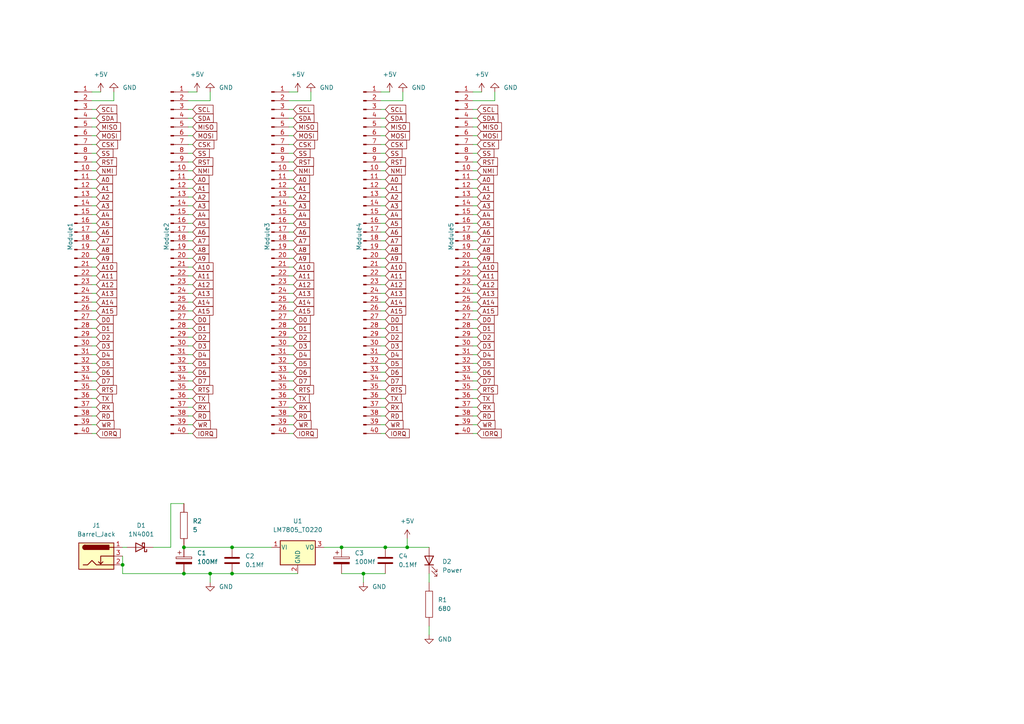
<source format=kicad_sch>
(kicad_sch (version 20211123) (generator eeschema)

  (uuid 5980b234-8b63-4bc3-ba23-afef13c1fe57)

  (paper "A4")

  (lib_symbols
    (symbol "Connector:Barrel_Jack_Switch" (pin_names hide) (in_bom yes) (on_board yes)
      (property "Reference" "J" (id 0) (at 0 5.334 0)
        (effects (font (size 1.27 1.27)))
      )
      (property "Value" "Barrel_Jack_Switch" (id 1) (at 0 -5.08 0)
        (effects (font (size 1.27 1.27)))
      )
      (property "Footprint" "" (id 2) (at 1.27 -1.016 0)
        (effects (font (size 1.27 1.27)) hide)
      )
      (property "Datasheet" "~" (id 3) (at 1.27 -1.016 0)
        (effects (font (size 1.27 1.27)) hide)
      )
      (property "ki_keywords" "DC power barrel jack connector" (id 4) (at 0 0 0)
        (effects (font (size 1.27 1.27)) hide)
      )
      (property "ki_description" "DC Barrel Jack with an internal switch" (id 5) (at 0 0 0)
        (effects (font (size 1.27 1.27)) hide)
      )
      (property "ki_fp_filters" "BarrelJack*" (id 6) (at 0 0 0)
        (effects (font (size 1.27 1.27)) hide)
      )
      (symbol "Barrel_Jack_Switch_0_1"
        (rectangle (start -5.08 3.81) (end 5.08 -3.81)
          (stroke (width 0.254) (type default) (color 0 0 0 0))
          (fill (type background))
        )
        (arc (start -3.302 3.175) (mid -3.937 2.54) (end -3.302 1.905)
          (stroke (width 0.254) (type default) (color 0 0 0 0))
          (fill (type none))
        )
        (arc (start -3.302 3.175) (mid -3.937 2.54) (end -3.302 1.905)
          (stroke (width 0.254) (type default) (color 0 0 0 0))
          (fill (type outline))
        )
        (polyline
          (pts
            (xy 1.27 -2.286)
            (xy 1.905 -1.651)
          )
          (stroke (width 0.254) (type default) (color 0 0 0 0))
          (fill (type none))
        )
        (polyline
          (pts
            (xy 5.08 2.54)
            (xy 3.81 2.54)
          )
          (stroke (width 0.254) (type default) (color 0 0 0 0))
          (fill (type none))
        )
        (polyline
          (pts
            (xy 5.08 0)
            (xy 1.27 0)
            (xy 1.27 -2.286)
            (xy 0.635 -1.651)
          )
          (stroke (width 0.254) (type default) (color 0 0 0 0))
          (fill (type none))
        )
        (polyline
          (pts
            (xy -3.81 -2.54)
            (xy -2.54 -2.54)
            (xy -1.27 -1.27)
            (xy 0 -2.54)
            (xy 2.54 -2.54)
            (xy 5.08 -2.54)
          )
          (stroke (width 0.254) (type default) (color 0 0 0 0))
          (fill (type none))
        )
        (rectangle (start 3.683 3.175) (end -3.302 1.905)
          (stroke (width 0.254) (type default) (color 0 0 0 0))
          (fill (type outline))
        )
      )
      (symbol "Barrel_Jack_Switch_1_1"
        (pin passive line (at 7.62 2.54 180) (length 2.54)
          (name "~" (effects (font (size 1.27 1.27))))
          (number "1" (effects (font (size 1.27 1.27))))
        )
        (pin passive line (at 7.62 -2.54 180) (length 2.54)
          (name "~" (effects (font (size 1.27 1.27))))
          (number "2" (effects (font (size 1.27 1.27))))
        )
        (pin passive line (at 7.62 0 180) (length 2.54)
          (name "~" (effects (font (size 1.27 1.27))))
          (number "3" (effects (font (size 1.27 1.27))))
        )
      )
    )
    (symbol "Connector:Conn_01x40_Male" (pin_names (offset 1.016) hide) (in_bom yes) (on_board yes)
      (property "Reference" "J" (id 0) (at 0 50.8 0)
        (effects (font (size 1.27 1.27)))
      )
      (property "Value" "Conn_01x40_Male" (id 1) (at 0 -53.34 0)
        (effects (font (size 1.27 1.27)))
      )
      (property "Footprint" "" (id 2) (at 0 0 0)
        (effects (font (size 1.27 1.27)) hide)
      )
      (property "Datasheet" "~" (id 3) (at 0 0 0)
        (effects (font (size 1.27 1.27)) hide)
      )
      (property "ki_keywords" "connector" (id 4) (at 0 0 0)
        (effects (font (size 1.27 1.27)) hide)
      )
      (property "ki_description" "Generic connector, single row, 01x40, script generated (kicad-library-utils/schlib/autogen/connector/)" (id 5) (at 0 0 0)
        (effects (font (size 1.27 1.27)) hide)
      )
      (property "ki_fp_filters" "Connector*:*_1x??_*" (id 6) (at 0 0 0)
        (effects (font (size 1.27 1.27)) hide)
      )
      (symbol "Conn_01x40_Male_1_1"
        (polyline
          (pts
            (xy 1.27 -50.8)
            (xy 0.8636 -50.8)
          )
          (stroke (width 0.1524) (type default) (color 0 0 0 0))
          (fill (type none))
        )
        (polyline
          (pts
            (xy 1.27 -48.26)
            (xy 0.8636 -48.26)
          )
          (stroke (width 0.1524) (type default) (color 0 0 0 0))
          (fill (type none))
        )
        (polyline
          (pts
            (xy 1.27 -45.72)
            (xy 0.8636 -45.72)
          )
          (stroke (width 0.1524) (type default) (color 0 0 0 0))
          (fill (type none))
        )
        (polyline
          (pts
            (xy 1.27 -43.18)
            (xy 0.8636 -43.18)
          )
          (stroke (width 0.1524) (type default) (color 0 0 0 0))
          (fill (type none))
        )
        (polyline
          (pts
            (xy 1.27 -40.64)
            (xy 0.8636 -40.64)
          )
          (stroke (width 0.1524) (type default) (color 0 0 0 0))
          (fill (type none))
        )
        (polyline
          (pts
            (xy 1.27 -38.1)
            (xy 0.8636 -38.1)
          )
          (stroke (width 0.1524) (type default) (color 0 0 0 0))
          (fill (type none))
        )
        (polyline
          (pts
            (xy 1.27 -35.56)
            (xy 0.8636 -35.56)
          )
          (stroke (width 0.1524) (type default) (color 0 0 0 0))
          (fill (type none))
        )
        (polyline
          (pts
            (xy 1.27 -33.02)
            (xy 0.8636 -33.02)
          )
          (stroke (width 0.1524) (type default) (color 0 0 0 0))
          (fill (type none))
        )
        (polyline
          (pts
            (xy 1.27 -30.48)
            (xy 0.8636 -30.48)
          )
          (stroke (width 0.1524) (type default) (color 0 0 0 0))
          (fill (type none))
        )
        (polyline
          (pts
            (xy 1.27 -27.94)
            (xy 0.8636 -27.94)
          )
          (stroke (width 0.1524) (type default) (color 0 0 0 0))
          (fill (type none))
        )
        (polyline
          (pts
            (xy 1.27 -25.4)
            (xy 0.8636 -25.4)
          )
          (stroke (width 0.1524) (type default) (color 0 0 0 0))
          (fill (type none))
        )
        (polyline
          (pts
            (xy 1.27 -22.86)
            (xy 0.8636 -22.86)
          )
          (stroke (width 0.1524) (type default) (color 0 0 0 0))
          (fill (type none))
        )
        (polyline
          (pts
            (xy 1.27 -20.32)
            (xy 0.8636 -20.32)
          )
          (stroke (width 0.1524) (type default) (color 0 0 0 0))
          (fill (type none))
        )
        (polyline
          (pts
            (xy 1.27 -17.78)
            (xy 0.8636 -17.78)
          )
          (stroke (width 0.1524) (type default) (color 0 0 0 0))
          (fill (type none))
        )
        (polyline
          (pts
            (xy 1.27 -15.24)
            (xy 0.8636 -15.24)
          )
          (stroke (width 0.1524) (type default) (color 0 0 0 0))
          (fill (type none))
        )
        (polyline
          (pts
            (xy 1.27 -12.7)
            (xy 0.8636 -12.7)
          )
          (stroke (width 0.1524) (type default) (color 0 0 0 0))
          (fill (type none))
        )
        (polyline
          (pts
            (xy 1.27 -10.16)
            (xy 0.8636 -10.16)
          )
          (stroke (width 0.1524) (type default) (color 0 0 0 0))
          (fill (type none))
        )
        (polyline
          (pts
            (xy 1.27 -7.62)
            (xy 0.8636 -7.62)
          )
          (stroke (width 0.1524) (type default) (color 0 0 0 0))
          (fill (type none))
        )
        (polyline
          (pts
            (xy 1.27 -5.08)
            (xy 0.8636 -5.08)
          )
          (stroke (width 0.1524) (type default) (color 0 0 0 0))
          (fill (type none))
        )
        (polyline
          (pts
            (xy 1.27 -2.54)
            (xy 0.8636 -2.54)
          )
          (stroke (width 0.1524) (type default) (color 0 0 0 0))
          (fill (type none))
        )
        (polyline
          (pts
            (xy 1.27 0)
            (xy 0.8636 0)
          )
          (stroke (width 0.1524) (type default) (color 0 0 0 0))
          (fill (type none))
        )
        (polyline
          (pts
            (xy 1.27 2.54)
            (xy 0.8636 2.54)
          )
          (stroke (width 0.1524) (type default) (color 0 0 0 0))
          (fill (type none))
        )
        (polyline
          (pts
            (xy 1.27 5.08)
            (xy 0.8636 5.08)
          )
          (stroke (width 0.1524) (type default) (color 0 0 0 0))
          (fill (type none))
        )
        (polyline
          (pts
            (xy 1.27 7.62)
            (xy 0.8636 7.62)
          )
          (stroke (width 0.1524) (type default) (color 0 0 0 0))
          (fill (type none))
        )
        (polyline
          (pts
            (xy 1.27 10.16)
            (xy 0.8636 10.16)
          )
          (stroke (width 0.1524) (type default) (color 0 0 0 0))
          (fill (type none))
        )
        (polyline
          (pts
            (xy 1.27 12.7)
            (xy 0.8636 12.7)
          )
          (stroke (width 0.1524) (type default) (color 0 0 0 0))
          (fill (type none))
        )
        (polyline
          (pts
            (xy 1.27 15.24)
            (xy 0.8636 15.24)
          )
          (stroke (width 0.1524) (type default) (color 0 0 0 0))
          (fill (type none))
        )
        (polyline
          (pts
            (xy 1.27 17.78)
            (xy 0.8636 17.78)
          )
          (stroke (width 0.1524) (type default) (color 0 0 0 0))
          (fill (type none))
        )
        (polyline
          (pts
            (xy 1.27 20.32)
            (xy 0.8636 20.32)
          )
          (stroke (width 0.1524) (type default) (color 0 0 0 0))
          (fill (type none))
        )
        (polyline
          (pts
            (xy 1.27 22.86)
            (xy 0.8636 22.86)
          )
          (stroke (width 0.1524) (type default) (color 0 0 0 0))
          (fill (type none))
        )
        (polyline
          (pts
            (xy 1.27 25.4)
            (xy 0.8636 25.4)
          )
          (stroke (width 0.1524) (type default) (color 0 0 0 0))
          (fill (type none))
        )
        (polyline
          (pts
            (xy 1.27 27.94)
            (xy 0.8636 27.94)
          )
          (stroke (width 0.1524) (type default) (color 0 0 0 0))
          (fill (type none))
        )
        (polyline
          (pts
            (xy 1.27 30.48)
            (xy 0.8636 30.48)
          )
          (stroke (width 0.1524) (type default) (color 0 0 0 0))
          (fill (type none))
        )
        (polyline
          (pts
            (xy 1.27 33.02)
            (xy 0.8636 33.02)
          )
          (stroke (width 0.1524) (type default) (color 0 0 0 0))
          (fill (type none))
        )
        (polyline
          (pts
            (xy 1.27 35.56)
            (xy 0.8636 35.56)
          )
          (stroke (width 0.1524) (type default) (color 0 0 0 0))
          (fill (type none))
        )
        (polyline
          (pts
            (xy 1.27 38.1)
            (xy 0.8636 38.1)
          )
          (stroke (width 0.1524) (type default) (color 0 0 0 0))
          (fill (type none))
        )
        (polyline
          (pts
            (xy 1.27 40.64)
            (xy 0.8636 40.64)
          )
          (stroke (width 0.1524) (type default) (color 0 0 0 0))
          (fill (type none))
        )
        (polyline
          (pts
            (xy 1.27 43.18)
            (xy 0.8636 43.18)
          )
          (stroke (width 0.1524) (type default) (color 0 0 0 0))
          (fill (type none))
        )
        (polyline
          (pts
            (xy 1.27 45.72)
            (xy 0.8636 45.72)
          )
          (stroke (width 0.1524) (type default) (color 0 0 0 0))
          (fill (type none))
        )
        (polyline
          (pts
            (xy 1.27 48.26)
            (xy 0.8636 48.26)
          )
          (stroke (width 0.1524) (type default) (color 0 0 0 0))
          (fill (type none))
        )
        (rectangle (start 0.8636 -50.673) (end 0 -50.927)
          (stroke (width 0.1524) (type default) (color 0 0 0 0))
          (fill (type outline))
        )
        (rectangle (start 0.8636 -48.133) (end 0 -48.387)
          (stroke (width 0.1524) (type default) (color 0 0 0 0))
          (fill (type outline))
        )
        (rectangle (start 0.8636 -45.593) (end 0 -45.847)
          (stroke (width 0.1524) (type default) (color 0 0 0 0))
          (fill (type outline))
        )
        (rectangle (start 0.8636 -43.053) (end 0 -43.307)
          (stroke (width 0.1524) (type default) (color 0 0 0 0))
          (fill (type outline))
        )
        (rectangle (start 0.8636 -40.513) (end 0 -40.767)
          (stroke (width 0.1524) (type default) (color 0 0 0 0))
          (fill (type outline))
        )
        (rectangle (start 0.8636 -37.973) (end 0 -38.227)
          (stroke (width 0.1524) (type default) (color 0 0 0 0))
          (fill (type outline))
        )
        (rectangle (start 0.8636 -35.433) (end 0 -35.687)
          (stroke (width 0.1524) (type default) (color 0 0 0 0))
          (fill (type outline))
        )
        (rectangle (start 0.8636 -32.893) (end 0 -33.147)
          (stroke (width 0.1524) (type default) (color 0 0 0 0))
          (fill (type outline))
        )
        (rectangle (start 0.8636 -30.353) (end 0 -30.607)
          (stroke (width 0.1524) (type default) (color 0 0 0 0))
          (fill (type outline))
        )
        (rectangle (start 0.8636 -27.813) (end 0 -28.067)
          (stroke (width 0.1524) (type default) (color 0 0 0 0))
          (fill (type outline))
        )
        (rectangle (start 0.8636 -25.273) (end 0 -25.527)
          (stroke (width 0.1524) (type default) (color 0 0 0 0))
          (fill (type outline))
        )
        (rectangle (start 0.8636 -22.733) (end 0 -22.987)
          (stroke (width 0.1524) (type default) (color 0 0 0 0))
          (fill (type outline))
        )
        (rectangle (start 0.8636 -20.193) (end 0 -20.447)
          (stroke (width 0.1524) (type default) (color 0 0 0 0))
          (fill (type outline))
        )
        (rectangle (start 0.8636 -17.653) (end 0 -17.907)
          (stroke (width 0.1524) (type default) (color 0 0 0 0))
          (fill (type outline))
        )
        (rectangle (start 0.8636 -15.113) (end 0 -15.367)
          (stroke (width 0.1524) (type default) (color 0 0 0 0))
          (fill (type outline))
        )
        (rectangle (start 0.8636 -12.573) (end 0 -12.827)
          (stroke (width 0.1524) (type default) (color 0 0 0 0))
          (fill (type outline))
        )
        (rectangle (start 0.8636 -10.033) (end 0 -10.287)
          (stroke (width 0.1524) (type default) (color 0 0 0 0))
          (fill (type outline))
        )
        (rectangle (start 0.8636 -7.493) (end 0 -7.747)
          (stroke (width 0.1524) (type default) (color 0 0 0 0))
          (fill (type outline))
        )
        (rectangle (start 0.8636 -4.953) (end 0 -5.207)
          (stroke (width 0.1524) (type default) (color 0 0 0 0))
          (fill (type outline))
        )
        (rectangle (start 0.8636 -2.413) (end 0 -2.667)
          (stroke (width 0.1524) (type default) (color 0 0 0 0))
          (fill (type outline))
        )
        (rectangle (start 0.8636 0.127) (end 0 -0.127)
          (stroke (width 0.1524) (type default) (color 0 0 0 0))
          (fill (type outline))
        )
        (rectangle (start 0.8636 2.667) (end 0 2.413)
          (stroke (width 0.1524) (type default) (color 0 0 0 0))
          (fill (type outline))
        )
        (rectangle (start 0.8636 5.207) (end 0 4.953)
          (stroke (width 0.1524) (type default) (color 0 0 0 0))
          (fill (type outline))
        )
        (rectangle (start 0.8636 7.747) (end 0 7.493)
          (stroke (width 0.1524) (type default) (color 0 0 0 0))
          (fill (type outline))
        )
        (rectangle (start 0.8636 10.287) (end 0 10.033)
          (stroke (width 0.1524) (type default) (color 0 0 0 0))
          (fill (type outline))
        )
        (rectangle (start 0.8636 12.827) (end 0 12.573)
          (stroke (width 0.1524) (type default) (color 0 0 0 0))
          (fill (type outline))
        )
        (rectangle (start 0.8636 15.367) (end 0 15.113)
          (stroke (width 0.1524) (type default) (color 0 0 0 0))
          (fill (type outline))
        )
        (rectangle (start 0.8636 17.907) (end 0 17.653)
          (stroke (width 0.1524) (type default) (color 0 0 0 0))
          (fill (type outline))
        )
        (rectangle (start 0.8636 20.447) (end 0 20.193)
          (stroke (width 0.1524) (type default) (color 0 0 0 0))
          (fill (type outline))
        )
        (rectangle (start 0.8636 22.987) (end 0 22.733)
          (stroke (width 0.1524) (type default) (color 0 0 0 0))
          (fill (type outline))
        )
        (rectangle (start 0.8636 25.527) (end 0 25.273)
          (stroke (width 0.1524) (type default) (color 0 0 0 0))
          (fill (type outline))
        )
        (rectangle (start 0.8636 28.067) (end 0 27.813)
          (stroke (width 0.1524) (type default) (color 0 0 0 0))
          (fill (type outline))
        )
        (rectangle (start 0.8636 30.607) (end 0 30.353)
          (stroke (width 0.1524) (type default) (color 0 0 0 0))
          (fill (type outline))
        )
        (rectangle (start 0.8636 33.147) (end 0 32.893)
          (stroke (width 0.1524) (type default) (color 0 0 0 0))
          (fill (type outline))
        )
        (rectangle (start 0.8636 35.687) (end 0 35.433)
          (stroke (width 0.1524) (type default) (color 0 0 0 0))
          (fill (type outline))
        )
        (rectangle (start 0.8636 38.227) (end 0 37.973)
          (stroke (width 0.1524) (type default) (color 0 0 0 0))
          (fill (type outline))
        )
        (rectangle (start 0.8636 40.767) (end 0 40.513)
          (stroke (width 0.1524) (type default) (color 0 0 0 0))
          (fill (type outline))
        )
        (rectangle (start 0.8636 43.307) (end 0 43.053)
          (stroke (width 0.1524) (type default) (color 0 0 0 0))
          (fill (type outline))
        )
        (rectangle (start 0.8636 45.847) (end 0 45.593)
          (stroke (width 0.1524) (type default) (color 0 0 0 0))
          (fill (type outline))
        )
        (rectangle (start 0.8636 48.387) (end 0 48.133)
          (stroke (width 0.1524) (type default) (color 0 0 0 0))
          (fill (type outline))
        )
        (pin passive line (at 5.08 48.26 180) (length 3.81)
          (name "Pin_1" (effects (font (size 1.27 1.27))))
          (number "1" (effects (font (size 1.27 1.27))))
        )
        (pin passive line (at 5.08 25.4 180) (length 3.81)
          (name "Pin_10" (effects (font (size 1.27 1.27))))
          (number "10" (effects (font (size 1.27 1.27))))
        )
        (pin passive line (at 5.08 22.86 180) (length 3.81)
          (name "Pin_11" (effects (font (size 1.27 1.27))))
          (number "11" (effects (font (size 1.27 1.27))))
        )
        (pin passive line (at 5.08 20.32 180) (length 3.81)
          (name "Pin_12" (effects (font (size 1.27 1.27))))
          (number "12" (effects (font (size 1.27 1.27))))
        )
        (pin passive line (at 5.08 17.78 180) (length 3.81)
          (name "Pin_13" (effects (font (size 1.27 1.27))))
          (number "13" (effects (font (size 1.27 1.27))))
        )
        (pin passive line (at 5.08 15.24 180) (length 3.81)
          (name "Pin_14" (effects (font (size 1.27 1.27))))
          (number "14" (effects (font (size 1.27 1.27))))
        )
        (pin passive line (at 5.08 12.7 180) (length 3.81)
          (name "Pin_15" (effects (font (size 1.27 1.27))))
          (number "15" (effects (font (size 1.27 1.27))))
        )
        (pin passive line (at 5.08 10.16 180) (length 3.81)
          (name "Pin_16" (effects (font (size 1.27 1.27))))
          (number "16" (effects (font (size 1.27 1.27))))
        )
        (pin passive line (at 5.08 7.62 180) (length 3.81)
          (name "Pin_17" (effects (font (size 1.27 1.27))))
          (number "17" (effects (font (size 1.27 1.27))))
        )
        (pin passive line (at 5.08 5.08 180) (length 3.81)
          (name "Pin_18" (effects (font (size 1.27 1.27))))
          (number "18" (effects (font (size 1.27 1.27))))
        )
        (pin passive line (at 5.08 2.54 180) (length 3.81)
          (name "Pin_19" (effects (font (size 1.27 1.27))))
          (number "19" (effects (font (size 1.27 1.27))))
        )
        (pin passive line (at 5.08 45.72 180) (length 3.81)
          (name "Pin_2" (effects (font (size 1.27 1.27))))
          (number "2" (effects (font (size 1.27 1.27))))
        )
        (pin passive line (at 5.08 0 180) (length 3.81)
          (name "Pin_20" (effects (font (size 1.27 1.27))))
          (number "20" (effects (font (size 1.27 1.27))))
        )
        (pin passive line (at 5.08 -2.54 180) (length 3.81)
          (name "Pin_21" (effects (font (size 1.27 1.27))))
          (number "21" (effects (font (size 1.27 1.27))))
        )
        (pin passive line (at 5.08 -5.08 180) (length 3.81)
          (name "Pin_22" (effects (font (size 1.27 1.27))))
          (number "22" (effects (font (size 1.27 1.27))))
        )
        (pin passive line (at 5.08 -7.62 180) (length 3.81)
          (name "Pin_23" (effects (font (size 1.27 1.27))))
          (number "23" (effects (font (size 1.27 1.27))))
        )
        (pin passive line (at 5.08 -10.16 180) (length 3.81)
          (name "Pin_24" (effects (font (size 1.27 1.27))))
          (number "24" (effects (font (size 1.27 1.27))))
        )
        (pin passive line (at 5.08 -12.7 180) (length 3.81)
          (name "Pin_25" (effects (font (size 1.27 1.27))))
          (number "25" (effects (font (size 1.27 1.27))))
        )
        (pin passive line (at 5.08 -15.24 180) (length 3.81)
          (name "Pin_26" (effects (font (size 1.27 1.27))))
          (number "26" (effects (font (size 1.27 1.27))))
        )
        (pin passive line (at 5.08 -17.78 180) (length 3.81)
          (name "Pin_27" (effects (font (size 1.27 1.27))))
          (number "27" (effects (font (size 1.27 1.27))))
        )
        (pin passive line (at 5.08 -20.32 180) (length 3.81)
          (name "Pin_28" (effects (font (size 1.27 1.27))))
          (number "28" (effects (font (size 1.27 1.27))))
        )
        (pin passive line (at 5.08 -22.86 180) (length 3.81)
          (name "Pin_29" (effects (font (size 1.27 1.27))))
          (number "29" (effects (font (size 1.27 1.27))))
        )
        (pin passive line (at 5.08 43.18 180) (length 3.81)
          (name "Pin_3" (effects (font (size 1.27 1.27))))
          (number "3" (effects (font (size 1.27 1.27))))
        )
        (pin passive line (at 5.08 -25.4 180) (length 3.81)
          (name "Pin_30" (effects (font (size 1.27 1.27))))
          (number "30" (effects (font (size 1.27 1.27))))
        )
        (pin passive line (at 5.08 -27.94 180) (length 3.81)
          (name "Pin_31" (effects (font (size 1.27 1.27))))
          (number "31" (effects (font (size 1.27 1.27))))
        )
        (pin passive line (at 5.08 -30.48 180) (length 3.81)
          (name "Pin_32" (effects (font (size 1.27 1.27))))
          (number "32" (effects (font (size 1.27 1.27))))
        )
        (pin passive line (at 5.08 -33.02 180) (length 3.81)
          (name "Pin_33" (effects (font (size 1.27 1.27))))
          (number "33" (effects (font (size 1.27 1.27))))
        )
        (pin passive line (at 5.08 -35.56 180) (length 3.81)
          (name "Pin_34" (effects (font (size 1.27 1.27))))
          (number "34" (effects (font (size 1.27 1.27))))
        )
        (pin passive line (at 5.08 -38.1 180) (length 3.81)
          (name "Pin_35" (effects (font (size 1.27 1.27))))
          (number "35" (effects (font (size 1.27 1.27))))
        )
        (pin passive line (at 5.08 -40.64 180) (length 3.81)
          (name "Pin_36" (effects (font (size 1.27 1.27))))
          (number "36" (effects (font (size 1.27 1.27))))
        )
        (pin passive line (at 5.08 -43.18 180) (length 3.81)
          (name "Pin_37" (effects (font (size 1.27 1.27))))
          (number "37" (effects (font (size 1.27 1.27))))
        )
        (pin passive line (at 5.08 -45.72 180) (length 3.81)
          (name "Pin_38" (effects (font (size 1.27 1.27))))
          (number "38" (effects (font (size 1.27 1.27))))
        )
        (pin passive line (at 5.08 -48.26 180) (length 3.81)
          (name "Pin_39" (effects (font (size 1.27 1.27))))
          (number "39" (effects (font (size 1.27 1.27))))
        )
        (pin passive line (at 5.08 40.64 180) (length 3.81)
          (name "Pin_4" (effects (font (size 1.27 1.27))))
          (number "4" (effects (font (size 1.27 1.27))))
        )
        (pin passive line (at 5.08 -50.8 180) (length 3.81)
          (name "Pin_40" (effects (font (size 1.27 1.27))))
          (number "40" (effects (font (size 1.27 1.27))))
        )
        (pin passive line (at 5.08 38.1 180) (length 3.81)
          (name "Pin_5" (effects (font (size 1.27 1.27))))
          (number "5" (effects (font (size 1.27 1.27))))
        )
        (pin passive line (at 5.08 35.56 180) (length 3.81)
          (name "Pin_6" (effects (font (size 1.27 1.27))))
          (number "6" (effects (font (size 1.27 1.27))))
        )
        (pin passive line (at 5.08 33.02 180) (length 3.81)
          (name "Pin_7" (effects (font (size 1.27 1.27))))
          (number "7" (effects (font (size 1.27 1.27))))
        )
        (pin passive line (at 5.08 30.48 180) (length 3.81)
          (name "Pin_8" (effects (font (size 1.27 1.27))))
          (number "8" (effects (font (size 1.27 1.27))))
        )
        (pin passive line (at 5.08 27.94 180) (length 3.81)
          (name "Pin_9" (effects (font (size 1.27 1.27))))
          (number "9" (effects (font (size 1.27 1.27))))
        )
      )
    )
    (symbol "Device:C" (pin_numbers hide) (pin_names (offset 0.254)) (in_bom yes) (on_board yes)
      (property "Reference" "C" (id 0) (at 0.635 2.54 0)
        (effects (font (size 1.27 1.27)) (justify left))
      )
      (property "Value" "C" (id 1) (at 0.635 -2.54 0)
        (effects (font (size 1.27 1.27)) (justify left))
      )
      (property "Footprint" "" (id 2) (at 0.9652 -3.81 0)
        (effects (font (size 1.27 1.27)) hide)
      )
      (property "Datasheet" "~" (id 3) (at 0 0 0)
        (effects (font (size 1.27 1.27)) hide)
      )
      (property "ki_keywords" "cap capacitor" (id 4) (at 0 0 0)
        (effects (font (size 1.27 1.27)) hide)
      )
      (property "ki_description" "Unpolarized capacitor" (id 5) (at 0 0 0)
        (effects (font (size 1.27 1.27)) hide)
      )
      (property "ki_fp_filters" "C_*" (id 6) (at 0 0 0)
        (effects (font (size 1.27 1.27)) hide)
      )
      (symbol "C_0_1"
        (polyline
          (pts
            (xy -2.032 -0.762)
            (xy 2.032 -0.762)
          )
          (stroke (width 0.508) (type default) (color 0 0 0 0))
          (fill (type none))
        )
        (polyline
          (pts
            (xy -2.032 0.762)
            (xy 2.032 0.762)
          )
          (stroke (width 0.508) (type default) (color 0 0 0 0))
          (fill (type none))
        )
      )
      (symbol "C_1_1"
        (pin passive line (at 0 3.81 270) (length 2.794)
          (name "~" (effects (font (size 1.27 1.27))))
          (number "1" (effects (font (size 1.27 1.27))))
        )
        (pin passive line (at 0 -3.81 90) (length 2.794)
          (name "~" (effects (font (size 1.27 1.27))))
          (number "2" (effects (font (size 1.27 1.27))))
        )
      )
    )
    (symbol "Device:C_Polarized" (pin_numbers hide) (pin_names (offset 0.254)) (in_bom yes) (on_board yes)
      (property "Reference" "C" (id 0) (at 0.635 2.54 0)
        (effects (font (size 1.27 1.27)) (justify left))
      )
      (property "Value" "C_Polarized" (id 1) (at 0.635 -2.54 0)
        (effects (font (size 1.27 1.27)) (justify left))
      )
      (property "Footprint" "" (id 2) (at 0.9652 -3.81 0)
        (effects (font (size 1.27 1.27)) hide)
      )
      (property "Datasheet" "~" (id 3) (at 0 0 0)
        (effects (font (size 1.27 1.27)) hide)
      )
      (property "ki_keywords" "cap capacitor" (id 4) (at 0 0 0)
        (effects (font (size 1.27 1.27)) hide)
      )
      (property "ki_description" "Polarized capacitor" (id 5) (at 0 0 0)
        (effects (font (size 1.27 1.27)) hide)
      )
      (property "ki_fp_filters" "CP_*" (id 6) (at 0 0 0)
        (effects (font (size 1.27 1.27)) hide)
      )
      (symbol "C_Polarized_0_1"
        (rectangle (start -2.286 0.508) (end 2.286 1.016)
          (stroke (width 0) (type default) (color 0 0 0 0))
          (fill (type none))
        )
        (polyline
          (pts
            (xy -1.778 2.286)
            (xy -0.762 2.286)
          )
          (stroke (width 0) (type default) (color 0 0 0 0))
          (fill (type none))
        )
        (polyline
          (pts
            (xy -1.27 2.794)
            (xy -1.27 1.778)
          )
          (stroke (width 0) (type default) (color 0 0 0 0))
          (fill (type none))
        )
        (rectangle (start 2.286 -0.508) (end -2.286 -1.016)
          (stroke (width 0) (type default) (color 0 0 0 0))
          (fill (type outline))
        )
      )
      (symbol "C_Polarized_1_1"
        (pin passive line (at 0 3.81 270) (length 2.794)
          (name "~" (effects (font (size 1.27 1.27))))
          (number "1" (effects (font (size 1.27 1.27))))
        )
        (pin passive line (at 0 -3.81 90) (length 2.794)
          (name "~" (effects (font (size 1.27 1.27))))
          (number "2" (effects (font (size 1.27 1.27))))
        )
      )
    )
    (symbol "Device:D_Schottky" (pin_numbers hide) (pin_names (offset 1.016) hide) (in_bom yes) (on_board yes)
      (property "Reference" "D" (id 0) (at 0 2.54 0)
        (effects (font (size 1.27 1.27)))
      )
      (property "Value" "D_Schottky" (id 1) (at 0 -2.54 0)
        (effects (font (size 1.27 1.27)))
      )
      (property "Footprint" "" (id 2) (at 0 0 0)
        (effects (font (size 1.27 1.27)) hide)
      )
      (property "Datasheet" "~" (id 3) (at 0 0 0)
        (effects (font (size 1.27 1.27)) hide)
      )
      (property "ki_keywords" "diode Schottky" (id 4) (at 0 0 0)
        (effects (font (size 1.27 1.27)) hide)
      )
      (property "ki_description" "Schottky diode" (id 5) (at 0 0 0)
        (effects (font (size 1.27 1.27)) hide)
      )
      (property "ki_fp_filters" "TO-???* *_Diode_* *SingleDiode* D_*" (id 6) (at 0 0 0)
        (effects (font (size 1.27 1.27)) hide)
      )
      (symbol "D_Schottky_0_1"
        (polyline
          (pts
            (xy 1.27 0)
            (xy -1.27 0)
          )
          (stroke (width 0) (type default) (color 0 0 0 0))
          (fill (type none))
        )
        (polyline
          (pts
            (xy 1.27 1.27)
            (xy 1.27 -1.27)
            (xy -1.27 0)
            (xy 1.27 1.27)
          )
          (stroke (width 0.254) (type default) (color 0 0 0 0))
          (fill (type none))
        )
        (polyline
          (pts
            (xy -1.905 0.635)
            (xy -1.905 1.27)
            (xy -1.27 1.27)
            (xy -1.27 -1.27)
            (xy -0.635 -1.27)
            (xy -0.635 -0.635)
          )
          (stroke (width 0.254) (type default) (color 0 0 0 0))
          (fill (type none))
        )
      )
      (symbol "D_Schottky_1_1"
        (pin passive line (at -3.81 0 0) (length 2.54)
          (name "K" (effects (font (size 1.27 1.27))))
          (number "1" (effects (font (size 1.27 1.27))))
        )
        (pin passive line (at 3.81 0 180) (length 2.54)
          (name "A" (effects (font (size 1.27 1.27))))
          (number "2" (effects (font (size 1.27 1.27))))
        )
      )
    )
    (symbol "Device:LED" (pin_numbers hide) (pin_names (offset 1.016) hide) (in_bom yes) (on_board yes)
      (property "Reference" "D" (id 0) (at 0 2.54 0)
        (effects (font (size 1.27 1.27)))
      )
      (property "Value" "LED" (id 1) (at 0 -2.54 0)
        (effects (font (size 1.27 1.27)))
      )
      (property "Footprint" "" (id 2) (at 0 0 0)
        (effects (font (size 1.27 1.27)) hide)
      )
      (property "Datasheet" "~" (id 3) (at 0 0 0)
        (effects (font (size 1.27 1.27)) hide)
      )
      (property "ki_keywords" "LED diode" (id 4) (at 0 0 0)
        (effects (font (size 1.27 1.27)) hide)
      )
      (property "ki_description" "Light emitting diode" (id 5) (at 0 0 0)
        (effects (font (size 1.27 1.27)) hide)
      )
      (property "ki_fp_filters" "LED* LED_SMD:* LED_THT:*" (id 6) (at 0 0 0)
        (effects (font (size 1.27 1.27)) hide)
      )
      (symbol "LED_0_1"
        (polyline
          (pts
            (xy -1.27 -1.27)
            (xy -1.27 1.27)
          )
          (stroke (width 0.254) (type default) (color 0 0 0 0))
          (fill (type none))
        )
        (polyline
          (pts
            (xy -1.27 0)
            (xy 1.27 0)
          )
          (stroke (width 0) (type default) (color 0 0 0 0))
          (fill (type none))
        )
        (polyline
          (pts
            (xy 1.27 -1.27)
            (xy 1.27 1.27)
            (xy -1.27 0)
            (xy 1.27 -1.27)
          )
          (stroke (width 0.254) (type default) (color 0 0 0 0))
          (fill (type none))
        )
        (polyline
          (pts
            (xy -3.048 -0.762)
            (xy -4.572 -2.286)
            (xy -3.81 -2.286)
            (xy -4.572 -2.286)
            (xy -4.572 -1.524)
          )
          (stroke (width 0) (type default) (color 0 0 0 0))
          (fill (type none))
        )
        (polyline
          (pts
            (xy -1.778 -0.762)
            (xy -3.302 -2.286)
            (xy -2.54 -2.286)
            (xy -3.302 -2.286)
            (xy -3.302 -1.524)
          )
          (stroke (width 0) (type default) (color 0 0 0 0))
          (fill (type none))
        )
      )
      (symbol "LED_1_1"
        (pin passive line (at -3.81 0 0) (length 2.54)
          (name "K" (effects (font (size 1.27 1.27))))
          (number "1" (effects (font (size 1.27 1.27))))
        )
        (pin passive line (at 3.81 0 180) (length 2.54)
          (name "A" (effects (font (size 1.27 1.27))))
          (number "2" (effects (font (size 1.27 1.27))))
        )
      )
    )
    (symbol "Regulator_Linear:LM7805_TO220" (pin_names (offset 0.254)) (in_bom yes) (on_board yes)
      (property "Reference" "U" (id 0) (at -3.81 3.175 0)
        (effects (font (size 1.27 1.27)))
      )
      (property "Value" "LM7805_TO220" (id 1) (at 0 3.175 0)
        (effects (font (size 1.27 1.27)) (justify left))
      )
      (property "Footprint" "Package_TO_SOT_THT:TO-220-3_Vertical" (id 2) (at 0 5.715 0)
        (effects (font (size 1.27 1.27) italic) hide)
      )
      (property "Datasheet" "https://www.onsemi.cn/PowerSolutions/document/MC7800-D.PDF" (id 3) (at 0 -1.27 0)
        (effects (font (size 1.27 1.27)) hide)
      )
      (property "ki_keywords" "Voltage Regulator 1A Positive" (id 4) (at 0 0 0)
        (effects (font (size 1.27 1.27)) hide)
      )
      (property "ki_description" "Positive 1A 35V Linear Regulator, Fixed Output 5V, TO-220" (id 5) (at 0 0 0)
        (effects (font (size 1.27 1.27)) hide)
      )
      (property "ki_fp_filters" "TO?220*" (id 6) (at 0 0 0)
        (effects (font (size 1.27 1.27)) hide)
      )
      (symbol "LM7805_TO220_0_1"
        (rectangle (start -5.08 1.905) (end 5.08 -5.08)
          (stroke (width 0.254) (type default) (color 0 0 0 0))
          (fill (type background))
        )
      )
      (symbol "LM7805_TO220_1_1"
        (pin power_in line (at -7.62 0 0) (length 2.54)
          (name "VI" (effects (font (size 1.27 1.27))))
          (number "1" (effects (font (size 1.27 1.27))))
        )
        (pin power_in line (at 0 -7.62 90) (length 2.54)
          (name "GND" (effects (font (size 1.27 1.27))))
          (number "2" (effects (font (size 1.27 1.27))))
        )
        (pin power_out line (at 7.62 0 180) (length 2.54)
          (name "VO" (effects (font (size 1.27 1.27))))
          (number "3" (effects (font (size 1.27 1.27))))
        )
      )
    )
    (symbol "power:+5V" (power) (pin_names (offset 0)) (in_bom yes) (on_board yes)
      (property "Reference" "#PWR" (id 0) (at 0 -3.81 0)
        (effects (font (size 1.27 1.27)) hide)
      )
      (property "Value" "+5V" (id 1) (at 0 3.556 0)
        (effects (font (size 1.27 1.27)))
      )
      (property "Footprint" "" (id 2) (at 0 0 0)
        (effects (font (size 1.27 1.27)) hide)
      )
      (property "Datasheet" "" (id 3) (at 0 0 0)
        (effects (font (size 1.27 1.27)) hide)
      )
      (property "ki_keywords" "power-flag" (id 4) (at 0 0 0)
        (effects (font (size 1.27 1.27)) hide)
      )
      (property "ki_description" "Power symbol creates a global label with name \"+5V\"" (id 5) (at 0 0 0)
        (effects (font (size 1.27 1.27)) hide)
      )
      (symbol "+5V_0_1"
        (polyline
          (pts
            (xy -0.762 1.27)
            (xy 0 2.54)
          )
          (stroke (width 0) (type default) (color 0 0 0 0))
          (fill (type none))
        )
        (polyline
          (pts
            (xy 0 0)
            (xy 0 2.54)
          )
          (stroke (width 0) (type default) (color 0 0 0 0))
          (fill (type none))
        )
        (polyline
          (pts
            (xy 0 2.54)
            (xy 0.762 1.27)
          )
          (stroke (width 0) (type default) (color 0 0 0 0))
          (fill (type none))
        )
      )
      (symbol "+5V_1_1"
        (pin power_in line (at 0 0 90) (length 0) hide
          (name "+5V" (effects (font (size 1.27 1.27))))
          (number "1" (effects (font (size 1.27 1.27))))
        )
      )
    )
    (symbol "power:GND" (power) (pin_names (offset 0)) (in_bom yes) (on_board yes)
      (property "Reference" "#PWR" (id 0) (at 0 -6.35 0)
        (effects (font (size 1.27 1.27)) hide)
      )
      (property "Value" "GND" (id 1) (at 0 -3.81 0)
        (effects (font (size 1.27 1.27)))
      )
      (property "Footprint" "" (id 2) (at 0 0 0)
        (effects (font (size 1.27 1.27)) hide)
      )
      (property "Datasheet" "" (id 3) (at 0 0 0)
        (effects (font (size 1.27 1.27)) hide)
      )
      (property "ki_keywords" "power-flag" (id 4) (at 0 0 0)
        (effects (font (size 1.27 1.27)) hide)
      )
      (property "ki_description" "Power symbol creates a global label with name \"GND\" , ground" (id 5) (at 0 0 0)
        (effects (font (size 1.27 1.27)) hide)
      )
      (symbol "GND_0_1"
        (polyline
          (pts
            (xy 0 0)
            (xy 0 -1.27)
            (xy 1.27 -1.27)
            (xy 0 -2.54)
            (xy -1.27 -1.27)
            (xy 0 -1.27)
          )
          (stroke (width 0) (type default) (color 0 0 0 0))
          (fill (type none))
        )
      )
      (symbol "GND_1_1"
        (pin power_in line (at 0 0 270) (length 0) hide
          (name "GND" (effects (font (size 1.27 1.27))))
          (number "1" (effects (font (size 1.27 1.27))))
        )
      )
    )
    (symbol "pspice:R" (pin_numbers hide) (pin_names (offset 0)) (in_bom yes) (on_board yes)
      (property "Reference" "R" (id 0) (at 2.032 0 90)
        (effects (font (size 1.27 1.27)))
      )
      (property "Value" "R" (id 1) (at 0 0 90)
        (effects (font (size 1.27 1.27)))
      )
      (property "Footprint" "" (id 2) (at 0 0 0)
        (effects (font (size 1.27 1.27)) hide)
      )
      (property "Datasheet" "~" (id 3) (at 0 0 0)
        (effects (font (size 1.27 1.27)) hide)
      )
      (property "ki_keywords" "resistor simulation" (id 4) (at 0 0 0)
        (effects (font (size 1.27 1.27)) hide)
      )
      (property "ki_description" "Resistor symbol for simulation only" (id 5) (at 0 0 0)
        (effects (font (size 1.27 1.27)) hide)
      )
      (symbol "R_0_1"
        (rectangle (start -1.016 3.81) (end 1.016 -3.81)
          (stroke (width 0) (type default) (color 0 0 0 0))
          (fill (type none))
        )
      )
      (symbol "R_1_1"
        (pin passive line (at 0 6.35 270) (length 2.54)
          (name "~" (effects (font (size 1.27 1.27))))
          (number "1" (effects (font (size 1.27 1.27))))
        )
        (pin passive line (at 0 -6.35 90) (length 2.54)
          (name "~" (effects (font (size 1.27 1.27))))
          (number "2" (effects (font (size 1.27 1.27))))
        )
      )
    )
  )

  (junction (at 53.34 158.75) (diameter 0) (color 0 0 0 0)
    (uuid 37e625be-ab37-4555-80ab-bfb995cf71b5)
  )
  (junction (at 60.96 166.37) (diameter 0) (color 0 0 0 0)
    (uuid 5ec4d2b0-8b23-40c8-b998-90928d78d0ae)
  )
  (junction (at 35.56 163.83) (diameter 0) (color 0 0 0 0)
    (uuid 88b94ebf-8bb3-4d27-a5b2-b6b14f8b07fa)
  )
  (junction (at 105.41 166.37) (diameter 0) (color 0 0 0 0)
    (uuid 898e696a-5dfa-456d-87e7-0c2d99be3ee9)
  )
  (junction (at 118.11 158.75) (diameter 0) (color 0 0 0 0)
    (uuid 8fea00d3-016e-4118-abf6-cd37a9250852)
  )
  (junction (at 99.06 158.75) (diameter 0) (color 0 0 0 0)
    (uuid 9b5899c8-2bbd-4833-b35b-14f5d8570665)
  )
  (junction (at 67.31 158.75) (diameter 0) (color 0 0 0 0)
    (uuid bafff5dd-c63f-4d6a-a79b-5acc1e002cb1)
  )
  (junction (at 111.76 158.75) (diameter 0) (color 0 0 0 0)
    (uuid bc47adf3-2dbb-4b3b-a749-17579516a89e)
  )
  (junction (at 53.34 166.37) (diameter 0) (color 0 0 0 0)
    (uuid d76b308e-78b7-412b-a0e8-eff205370592)
  )
  (junction (at 67.31 166.37) (diameter 0) (color 0 0 0 0)
    (uuid dd751122-49ba-4e7b-8e7d-87dca3fd5149)
  )

  (wire (pts (xy 26.67 36.83) (xy 27.94 36.83))
    (stroke (width 0) (type default) (color 0 0 0 0))
    (uuid 003897c0-568a-462c-917a-6ed2a7b27aaa)
  )
  (wire (pts (xy 26.67 80.01) (xy 27.94 80.01))
    (stroke (width 0) (type default) (color 0 0 0 0))
    (uuid 015ab6ed-e2bd-488a-aa24-36b0b2bb7d28)
  )
  (wire (pts (xy 137.16 80.01) (xy 138.43 80.01))
    (stroke (width 0) (type default) (color 0 0 0 0))
    (uuid 02932d67-ed5f-46b2-a60b-fe67f84c7a22)
  )
  (wire (pts (xy 26.67 102.87) (xy 27.94 102.87))
    (stroke (width 0) (type default) (color 0 0 0 0))
    (uuid 02c20fa8-f1be-4ee2-9296-08d529e74c26)
  )
  (wire (pts (xy 137.16 34.29) (xy 138.43 34.29))
    (stroke (width 0) (type default) (color 0 0 0 0))
    (uuid 086695a8-a88e-4ef2-ab58-1d940fd0edc0)
  )
  (wire (pts (xy 54.61 74.93) (xy 55.88 74.93))
    (stroke (width 0) (type default) (color 0 0 0 0))
    (uuid 092b3ecc-9973-49d4-8c58-b4f9fd85dd77)
  )
  (wire (pts (xy 83.82 115.57) (xy 85.09 115.57))
    (stroke (width 0) (type default) (color 0 0 0 0))
    (uuid 0969e011-f3e0-4935-b88a-3844cf0e069e)
  )
  (wire (pts (xy 67.31 158.75) (xy 78.74 158.75))
    (stroke (width 0) (type default) (color 0 0 0 0))
    (uuid 0b0ff1a5-35f4-4d60-9311-68e784546be7)
  )
  (wire (pts (xy 110.49 123.19) (xy 111.76 123.19))
    (stroke (width 0) (type default) (color 0 0 0 0))
    (uuid 0bef6a9a-c954-4925-aee6-7cbad05d6ff3)
  )
  (wire (pts (xy 137.16 72.39) (xy 138.43 72.39))
    (stroke (width 0) (type default) (color 0 0 0 0))
    (uuid 0f34dc11-5551-4610-a6b3-98a6bfb179c0)
  )
  (wire (pts (xy 83.82 92.71) (xy 85.09 92.71))
    (stroke (width 0) (type default) (color 0 0 0 0))
    (uuid 111d0da9-4203-41be-a533-4c0de9b3cd50)
  )
  (wire (pts (xy 137.16 97.79) (xy 138.43 97.79))
    (stroke (width 0) (type default) (color 0 0 0 0))
    (uuid 12c279db-2ce7-45b3-842d-40538545b83b)
  )
  (wire (pts (xy 124.46 181.61) (xy 124.46 184.15))
    (stroke (width 0) (type default) (color 0 0 0 0))
    (uuid 146f4186-2c6d-4a2e-a5e0-d9a03e5ae41a)
  )
  (wire (pts (xy 83.82 97.79) (xy 85.09 97.79))
    (stroke (width 0) (type default) (color 0 0 0 0))
    (uuid 18405773-069d-483b-be34-c7ec4f245b5c)
  )
  (wire (pts (xy 137.16 105.41) (xy 138.43 105.41))
    (stroke (width 0) (type default) (color 0 0 0 0))
    (uuid 19266349-835e-4f8f-9d22-064c0b534576)
  )
  (wire (pts (xy 110.49 74.93) (xy 111.76 74.93))
    (stroke (width 0) (type default) (color 0 0 0 0))
    (uuid 19c04b0b-d67c-48bf-821b-9bcadec3ec22)
  )
  (wire (pts (xy 137.16 118.11) (xy 138.43 118.11))
    (stroke (width 0) (type default) (color 0 0 0 0))
    (uuid 1bc6ef3e-d309-468c-978c-252c2c299018)
  )
  (wire (pts (xy 54.61 69.85) (xy 55.88 69.85))
    (stroke (width 0) (type default) (color 0 0 0 0))
    (uuid 1c42b6ed-3e6c-4880-94b5-0b9510375885)
  )
  (wire (pts (xy 83.82 62.23) (xy 85.09 62.23))
    (stroke (width 0) (type default) (color 0 0 0 0))
    (uuid 1ceb253a-e69d-4e6f-b96c-8eac6ca68d57)
  )
  (wire (pts (xy 110.49 59.69) (xy 111.76 59.69))
    (stroke (width 0) (type default) (color 0 0 0 0))
    (uuid 1d4e3e35-214b-4821-931f-c7fffb8a034c)
  )
  (wire (pts (xy 83.82 46.99) (xy 85.09 46.99))
    (stroke (width 0) (type default) (color 0 0 0 0))
    (uuid 1e25b514-55ed-4a68-8111-5e4f321e507d)
  )
  (wire (pts (xy 54.61 44.45) (xy 55.88 44.45))
    (stroke (width 0) (type default) (color 0 0 0 0))
    (uuid 207df3a4-3896-4155-b6e7-d5b9c43a86bf)
  )
  (wire (pts (xy 54.61 115.57) (xy 55.88 115.57))
    (stroke (width 0) (type default) (color 0 0 0 0))
    (uuid 22968e79-d650-4fb4-b2ee-b8bc0a87133a)
  )
  (wire (pts (xy 83.82 26.67) (xy 86.36 26.67))
    (stroke (width 0) (type default) (color 0 0 0 0))
    (uuid 23084c3d-bda8-4716-aab0-416607916825)
  )
  (wire (pts (xy 26.67 57.15) (xy 27.94 57.15))
    (stroke (width 0) (type default) (color 0 0 0 0))
    (uuid 2a5ac20d-ea83-4282-b10c-3ab6625976ce)
  )
  (wire (pts (xy 26.67 87.63) (xy 27.94 87.63))
    (stroke (width 0) (type default) (color 0 0 0 0))
    (uuid 2ac51cc1-233d-4d3a-a341-1c4cfb7c5df7)
  )
  (wire (pts (xy 110.49 120.65) (xy 111.76 120.65))
    (stroke (width 0) (type default) (color 0 0 0 0))
    (uuid 2c14d802-0b31-4dad-bcc2-d9324b8f25c9)
  )
  (wire (pts (xy 137.16 49.53) (xy 138.43 49.53))
    (stroke (width 0) (type default) (color 0 0 0 0))
    (uuid 2da3c2e4-fcd1-480d-8232-f333446bb1ea)
  )
  (wire (pts (xy 83.82 87.63) (xy 85.09 87.63))
    (stroke (width 0) (type default) (color 0 0 0 0))
    (uuid 3036052d-05eb-4c98-9664-e3cce9f5fe28)
  )
  (wire (pts (xy 35.56 161.29) (xy 35.56 163.83))
    (stroke (width 0) (type default) (color 0 0 0 0))
    (uuid 31f02a67-21a6-4c99-8bc2-97b2fa1121b9)
  )
  (wire (pts (xy 137.16 67.31) (xy 138.43 67.31))
    (stroke (width 0) (type default) (color 0 0 0 0))
    (uuid 322e4433-74a3-4597-9c32-712542d912e8)
  )
  (wire (pts (xy 83.82 54.61) (xy 85.09 54.61))
    (stroke (width 0) (type default) (color 0 0 0 0))
    (uuid 32bf7c86-6c27-4a0b-b1f8-aa9ff207720c)
  )
  (wire (pts (xy 137.16 113.03) (xy 138.43 113.03))
    (stroke (width 0) (type default) (color 0 0 0 0))
    (uuid 358273da-6ad5-463d-8cf3-e9edc97e0741)
  )
  (wire (pts (xy 26.67 64.77) (xy 27.94 64.77))
    (stroke (width 0) (type default) (color 0 0 0 0))
    (uuid 36cc1644-f87a-4036-88f3-dc005efe48ef)
  )
  (wire (pts (xy 54.61 120.65) (xy 55.88 120.65))
    (stroke (width 0) (type default) (color 0 0 0 0))
    (uuid 385a68b8-b6fe-4ed8-b815-0596831dd3e1)
  )
  (wire (pts (xy 110.49 57.15) (xy 111.76 57.15))
    (stroke (width 0) (type default) (color 0 0 0 0))
    (uuid 390be13b-b2fc-4198-bdb7-151aa359457e)
  )
  (wire (pts (xy 110.49 110.49) (xy 111.76 110.49))
    (stroke (width 0) (type default) (color 0 0 0 0))
    (uuid 3a55388b-c9a6-49ee-9d20-f01b878d43f8)
  )
  (wire (pts (xy 137.16 120.65) (xy 138.43 120.65))
    (stroke (width 0) (type default) (color 0 0 0 0))
    (uuid 3f88251f-9f2f-4469-98ff-b80ff720c1eb)
  )
  (wire (pts (xy 111.76 158.75) (xy 118.11 158.75))
    (stroke (width 0) (type default) (color 0 0 0 0))
    (uuid 3fbb5c4e-599f-40ec-b22f-4557a64e1094)
  )
  (wire (pts (xy 118.11 156.21) (xy 118.11 158.75))
    (stroke (width 0) (type default) (color 0 0 0 0))
    (uuid 3fbc0807-7de0-48b8-8586-8b2a0d9dae82)
  )
  (wire (pts (xy 83.82 31.75) (xy 85.09 31.75))
    (stroke (width 0) (type default) (color 0 0 0 0))
    (uuid 3fff50fb-b6f4-4ad6-aa97-907a0d396c21)
  )
  (wire (pts (xy 137.16 123.19) (xy 138.43 123.19))
    (stroke (width 0) (type default) (color 0 0 0 0))
    (uuid 41b84171-746f-441b-bd37-5786e9ce1b62)
  )
  (wire (pts (xy 54.61 49.53) (xy 55.88 49.53))
    (stroke (width 0) (type default) (color 0 0 0 0))
    (uuid 4273c52f-3b6c-4016-b8e0-ed1415316844)
  )
  (wire (pts (xy 110.49 54.61) (xy 111.76 54.61))
    (stroke (width 0) (type default) (color 0 0 0 0))
    (uuid 43130c04-bd7f-4ac6-a420-57914d061366)
  )
  (wire (pts (xy 110.49 62.23) (xy 111.76 62.23))
    (stroke (width 0) (type default) (color 0 0 0 0))
    (uuid 4397a757-7ef9-4720-b2b4-965c6470cf2e)
  )
  (wire (pts (xy 137.16 52.07) (xy 138.43 52.07))
    (stroke (width 0) (type default) (color 0 0 0 0))
    (uuid 43cc79b2-6851-4af8-9510-df55feab615b)
  )
  (wire (pts (xy 83.82 113.03) (xy 85.09 113.03))
    (stroke (width 0) (type default) (color 0 0 0 0))
    (uuid 4571a762-90bf-44b9-ac6f-714626bdaf2f)
  )
  (wire (pts (xy 90.17 29.21) (xy 83.82 29.21))
    (stroke (width 0) (type default) (color 0 0 0 0))
    (uuid 4682643a-642c-483b-92ca-970e755a9214)
  )
  (wire (pts (xy 26.67 41.91) (xy 27.94 41.91))
    (stroke (width 0) (type default) (color 0 0 0 0))
    (uuid 46d5f766-622d-4014-8ac9-91948fa5d679)
  )
  (wire (pts (xy 110.49 67.31) (xy 111.76 67.31))
    (stroke (width 0) (type default) (color 0 0 0 0))
    (uuid 47ce79af-a4e7-49a1-92a0-7813452886c8)
  )
  (wire (pts (xy 83.82 64.77) (xy 85.09 64.77))
    (stroke (width 0) (type default) (color 0 0 0 0))
    (uuid 4903b843-1a82-4739-8261-fc5e341e55f0)
  )
  (wire (pts (xy 26.67 123.19) (xy 27.94 123.19))
    (stroke (width 0) (type default) (color 0 0 0 0))
    (uuid 4921a2c1-efb7-4cc8-8413-6dfc79c7dd57)
  )
  (wire (pts (xy 110.49 90.17) (xy 111.76 90.17))
    (stroke (width 0) (type default) (color 0 0 0 0))
    (uuid 49cdb5d0-7ee3-4b33-9423-e9fb5776b432)
  )
  (wire (pts (xy 137.16 59.69) (xy 138.43 59.69))
    (stroke (width 0) (type default) (color 0 0 0 0))
    (uuid 4a51cfdf-abd8-45df-8dd8-8eb47fb9a69b)
  )
  (wire (pts (xy 110.49 92.71) (xy 111.76 92.71))
    (stroke (width 0) (type default) (color 0 0 0 0))
    (uuid 4a8d434c-4f94-483f-91eb-c516c9134b5e)
  )
  (wire (pts (xy 137.16 90.17) (xy 138.43 90.17))
    (stroke (width 0) (type default) (color 0 0 0 0))
    (uuid 4ad954a9-6082-4f59-88ae-1845ffa38426)
  )
  (wire (pts (xy 93.98 158.75) (xy 99.06 158.75))
    (stroke (width 0) (type default) (color 0 0 0 0))
    (uuid 4b2bee3c-5dcd-41a4-83d2-caac04a9a666)
  )
  (wire (pts (xy 83.82 82.55) (xy 85.09 82.55))
    (stroke (width 0) (type default) (color 0 0 0 0))
    (uuid 4c2b0c01-9033-4bf3-b049-63d34426206f)
  )
  (wire (pts (xy 110.49 97.79) (xy 111.76 97.79))
    (stroke (width 0) (type default) (color 0 0 0 0))
    (uuid 4ced593c-06ee-4d90-9791-07661e12e241)
  )
  (wire (pts (xy 83.82 67.31) (xy 85.09 67.31))
    (stroke (width 0) (type default) (color 0 0 0 0))
    (uuid 4d0d8845-b025-460b-8dca-690d75c2f123)
  )
  (wire (pts (xy 143.51 29.21) (xy 137.16 29.21))
    (stroke (width 0) (type default) (color 0 0 0 0))
    (uuid 505d5d25-d0dc-41d5-adc5-ee03226d7b83)
  )
  (wire (pts (xy 110.49 95.25) (xy 111.76 95.25))
    (stroke (width 0) (type default) (color 0 0 0 0))
    (uuid 512aadc5-6a8f-4f15-bcec-eb260f96090a)
  )
  (wire (pts (xy 110.49 107.95) (xy 111.76 107.95))
    (stroke (width 0) (type default) (color 0 0 0 0))
    (uuid 516aa1e6-d830-4ed1-9b5d-f15c4fe2a563)
  )
  (wire (pts (xy 26.67 77.47) (xy 27.94 77.47))
    (stroke (width 0) (type default) (color 0 0 0 0))
    (uuid 5444d595-c92a-4e00-9651-839c9dc6b60a)
  )
  (wire (pts (xy 26.67 85.09) (xy 27.94 85.09))
    (stroke (width 0) (type default) (color 0 0 0 0))
    (uuid 547fed67-404c-4f76-962a-85f4ecda38cf)
  )
  (wire (pts (xy 110.49 52.07) (xy 111.76 52.07))
    (stroke (width 0) (type default) (color 0 0 0 0))
    (uuid 5499024f-2c50-43be-b49d-2941af3ab441)
  )
  (wire (pts (xy 54.61 125.73) (xy 55.88 125.73))
    (stroke (width 0) (type default) (color 0 0 0 0))
    (uuid 566d4b35-da05-4650-b436-5f9f80ddbef2)
  )
  (wire (pts (xy 35.56 166.37) (xy 35.56 163.83))
    (stroke (width 0) (type default) (color 0 0 0 0))
    (uuid 56ebb680-3efb-47b5-8a61-460d974fc447)
  )
  (wire (pts (xy 110.49 125.73) (xy 111.76 125.73))
    (stroke (width 0) (type default) (color 0 0 0 0))
    (uuid 58e31ed3-6f49-46b6-8430-e8a277ca9c5f)
  )
  (wire (pts (xy 83.82 41.91) (xy 85.09 41.91))
    (stroke (width 0) (type default) (color 0 0 0 0))
    (uuid 5934a3cf-acf2-44e4-ae24-d3edf3613c01)
  )
  (wire (pts (xy 90.17 26.67) (xy 90.17 29.21))
    (stroke (width 0) (type default) (color 0 0 0 0))
    (uuid 59fb963d-12f9-4123-b8a3-9985939af41a)
  )
  (wire (pts (xy 110.49 46.99) (xy 111.76 46.99))
    (stroke (width 0) (type default) (color 0 0 0 0))
    (uuid 5a2cced6-ce73-4fcb-97e9-5d3411ebe5d8)
  )
  (wire (pts (xy 54.61 92.71) (xy 55.88 92.71))
    (stroke (width 0) (type default) (color 0 0 0 0))
    (uuid 5a7ac1e3-8e56-4059-b769-54ffa5ae9e7d)
  )
  (wire (pts (xy 54.61 102.87) (xy 55.88 102.87))
    (stroke (width 0) (type default) (color 0 0 0 0))
    (uuid 5b7dad2f-3b57-4ec4-88a5-9aad30a9ff72)
  )
  (wire (pts (xy 26.67 115.57) (xy 27.94 115.57))
    (stroke (width 0) (type default) (color 0 0 0 0))
    (uuid 5cd09bf5-adfe-40e4-81d4-bf2de7776e7e)
  )
  (wire (pts (xy 110.49 85.09) (xy 111.76 85.09))
    (stroke (width 0) (type default) (color 0 0 0 0))
    (uuid 5cefc6cc-a125-4b5c-afb2-fe81ef0db486)
  )
  (wire (pts (xy 26.67 39.37) (xy 27.94 39.37))
    (stroke (width 0) (type default) (color 0 0 0 0))
    (uuid 5e4430d4-add9-4f47-9148-bdead9319238)
  )
  (wire (pts (xy 110.49 105.41) (xy 111.76 105.41))
    (stroke (width 0) (type default) (color 0 0 0 0))
    (uuid 5e49411b-fb2b-471c-ba0d-5a17fa85dec7)
  )
  (wire (pts (xy 137.16 31.75) (xy 138.43 31.75))
    (stroke (width 0) (type default) (color 0 0 0 0))
    (uuid 5efa987a-cf68-4184-911d-30d63805a2bb)
  )
  (wire (pts (xy 26.67 97.79) (xy 27.94 97.79))
    (stroke (width 0) (type default) (color 0 0 0 0))
    (uuid 5f9ab9e4-f32b-417e-a572-b12c602e900d)
  )
  (wire (pts (xy 54.61 95.25) (xy 55.88 95.25))
    (stroke (width 0) (type default) (color 0 0 0 0))
    (uuid 617716a1-1eaf-4cc7-9dfe-1131c17a2657)
  )
  (wire (pts (xy 137.16 69.85) (xy 138.43 69.85))
    (stroke (width 0) (type default) (color 0 0 0 0))
    (uuid 62ccec04-1efd-4e06-a453-e2f8294cf1b2)
  )
  (wire (pts (xy 26.67 44.45) (xy 27.94 44.45))
    (stroke (width 0) (type default) (color 0 0 0 0))
    (uuid 659a6ded-ff0a-4892-a058-e2d5d99451fd)
  )
  (wire (pts (xy 26.67 100.33) (xy 27.94 100.33))
    (stroke (width 0) (type default) (color 0 0 0 0))
    (uuid 660344ea-5aa8-4437-a606-9e94f11bcbc9)
  )
  (wire (pts (xy 99.06 158.75) (xy 111.76 158.75))
    (stroke (width 0) (type default) (color 0 0 0 0))
    (uuid 669ae07a-ef7d-413f-80d8-c0c7f0d75f5c)
  )
  (wire (pts (xy 137.16 77.47) (xy 138.43 77.47))
    (stroke (width 0) (type default) (color 0 0 0 0))
    (uuid 6765dccd-d248-46dd-868b-f286b15ae4c3)
  )
  (wire (pts (xy 110.49 69.85) (xy 111.76 69.85))
    (stroke (width 0) (type default) (color 0 0 0 0))
    (uuid 68b4b303-eca5-4b6d-866f-49c0ccf6666c)
  )
  (wire (pts (xy 26.67 26.67) (xy 29.21 26.67))
    (stroke (width 0) (type default) (color 0 0 0 0))
    (uuid 68c9efe1-381f-41f3-b5f4-8807cd9024a5)
  )
  (wire (pts (xy 26.67 31.75) (xy 27.94 31.75))
    (stroke (width 0) (type default) (color 0 0 0 0))
    (uuid 68ece4ad-0023-4acc-8eb2-babbbf0c7621)
  )
  (wire (pts (xy 26.67 118.11) (xy 27.94 118.11))
    (stroke (width 0) (type default) (color 0 0 0 0))
    (uuid 69c28a3a-556d-4c33-a19d-c160b85043e4)
  )
  (wire (pts (xy 53.34 158.75) (xy 67.31 158.75))
    (stroke (width 0) (type default) (color 0 0 0 0))
    (uuid 6a64e7a0-dbfb-4f0c-8893-b016fc79e558)
  )
  (wire (pts (xy 54.61 100.33) (xy 55.88 100.33))
    (stroke (width 0) (type default) (color 0 0 0 0))
    (uuid 6bcda4d2-2af5-4655-b92b-531a09d9403b)
  )
  (wire (pts (xy 54.61 39.37) (xy 55.88 39.37))
    (stroke (width 0) (type default) (color 0 0 0 0))
    (uuid 6c13badc-7f19-4b42-9c4f-a2ee4cfc8b9b)
  )
  (wire (pts (xy 110.49 100.33) (xy 111.76 100.33))
    (stroke (width 0) (type default) (color 0 0 0 0))
    (uuid 6cb6b7ea-2a28-4940-9e1a-a90e5de21bbf)
  )
  (wire (pts (xy 26.67 74.93) (xy 27.94 74.93))
    (stroke (width 0) (type default) (color 0 0 0 0))
    (uuid 6fb9472b-b44d-4bb3-930c-d9e761a58adb)
  )
  (wire (pts (xy 54.61 54.61) (xy 55.88 54.61))
    (stroke (width 0) (type default) (color 0 0 0 0))
    (uuid 6fd3d801-8a63-4c0b-98d2-137f2a089cfc)
  )
  (wire (pts (xy 137.16 82.55) (xy 138.43 82.55))
    (stroke (width 0) (type default) (color 0 0 0 0))
    (uuid 715e9aa9-250d-4cad-b959-bed83b6dd33a)
  )
  (wire (pts (xy 54.61 34.29) (xy 55.88 34.29))
    (stroke (width 0) (type default) (color 0 0 0 0))
    (uuid 72080df2-50bb-41ce-b1fa-3d42379808c6)
  )
  (wire (pts (xy 54.61 41.91) (xy 55.88 41.91))
    (stroke (width 0) (type default) (color 0 0 0 0))
    (uuid 752dd569-aab5-4d7b-b18c-c58105a90f5a)
  )
  (wire (pts (xy 53.34 166.37) (xy 60.96 166.37))
    (stroke (width 0) (type default) (color 0 0 0 0))
    (uuid 7532c280-40e8-4041-a61d-60007fc69b67)
  )
  (wire (pts (xy 137.16 102.87) (xy 138.43 102.87))
    (stroke (width 0) (type default) (color 0 0 0 0))
    (uuid 76391d87-fff5-428f-8e24-fb7932e70cf7)
  )
  (wire (pts (xy 105.41 166.37) (xy 111.76 166.37))
    (stroke (width 0) (type default) (color 0 0 0 0))
    (uuid 76e565e7-7c29-476a-aa79-515cf3b7c943)
  )
  (wire (pts (xy 110.49 39.37) (xy 111.76 39.37))
    (stroke (width 0) (type default) (color 0 0 0 0))
    (uuid 784390bc-6233-42d7-a9ca-2f1dead6982e)
  )
  (wire (pts (xy 83.82 69.85) (xy 85.09 69.85))
    (stroke (width 0) (type default) (color 0 0 0 0))
    (uuid 7a33a1d7-20b8-42c3-a1b8-9f301d2c296b)
  )
  (wire (pts (xy 83.82 77.47) (xy 85.09 77.47))
    (stroke (width 0) (type default) (color 0 0 0 0))
    (uuid 7b87eb88-3d14-450e-b68f-c983e8903904)
  )
  (wire (pts (xy 83.82 34.29) (xy 85.09 34.29))
    (stroke (width 0) (type default) (color 0 0 0 0))
    (uuid 7bbd6a6b-ff95-495b-ad5d-bb2ef3af70bb)
  )
  (wire (pts (xy 26.67 107.95) (xy 27.94 107.95))
    (stroke (width 0) (type default) (color 0 0 0 0))
    (uuid 7ccf1347-0fa8-40ad-be65-0e37aa5868d2)
  )
  (wire (pts (xy 26.67 92.71) (xy 27.94 92.71))
    (stroke (width 0) (type default) (color 0 0 0 0))
    (uuid 7d594af8-0f32-4f75-9c2a-3c8fde35c796)
  )
  (wire (pts (xy 137.16 26.67) (xy 139.7 26.67))
    (stroke (width 0) (type default) (color 0 0 0 0))
    (uuid 84b5549b-91ff-45db-9863-22e1822d6535)
  )
  (wire (pts (xy 83.82 123.19) (xy 85.09 123.19))
    (stroke (width 0) (type default) (color 0 0 0 0))
    (uuid 85bd3179-42f7-40d6-9cfd-c1d89a13a216)
  )
  (wire (pts (xy 60.96 29.21) (xy 54.61 29.21))
    (stroke (width 0) (type default) (color 0 0 0 0))
    (uuid 8718a6cd-d841-4011-912e-7aca558fa4ac)
  )
  (wire (pts (xy 26.67 52.07) (xy 27.94 52.07))
    (stroke (width 0) (type default) (color 0 0 0 0))
    (uuid 88d3f895-a9ed-4af2-a23f-4fcc464e0148)
  )
  (wire (pts (xy 83.82 80.01) (xy 85.09 80.01))
    (stroke (width 0) (type default) (color 0 0 0 0))
    (uuid 89c363f2-0063-45b1-9e77-3cb558bf8da2)
  )
  (wire (pts (xy 54.61 64.77) (xy 55.88 64.77))
    (stroke (width 0) (type default) (color 0 0 0 0))
    (uuid 8c1558e3-28f8-435e-9f0b-ad4334e0ec8b)
  )
  (wire (pts (xy 137.16 74.93) (xy 138.43 74.93))
    (stroke (width 0) (type default) (color 0 0 0 0))
    (uuid 8fad51a7-0e39-4319-9862-76aa3d6c7a17)
  )
  (wire (pts (xy 54.61 67.31) (xy 55.88 67.31))
    (stroke (width 0) (type default) (color 0 0 0 0))
    (uuid 913daf67-b819-479d-9bc8-aee881b4e80d)
  )
  (wire (pts (xy 83.82 74.93) (xy 85.09 74.93))
    (stroke (width 0) (type default) (color 0 0 0 0))
    (uuid 923a4603-becf-4766-ab7f-e8bb65ef8bf7)
  )
  (wire (pts (xy 83.82 52.07) (xy 85.09 52.07))
    (stroke (width 0) (type default) (color 0 0 0 0))
    (uuid 9278edd1-c296-43b2-8f72-1e62e1a77f70)
  )
  (wire (pts (xy 54.61 46.99) (xy 55.88 46.99))
    (stroke (width 0) (type default) (color 0 0 0 0))
    (uuid 929aeabb-cf7b-4de5-a9ae-13346ac1aa72)
  )
  (wire (pts (xy 26.67 120.65) (xy 27.94 120.65))
    (stroke (width 0) (type default) (color 0 0 0 0))
    (uuid 92d24aa7-1d6a-447a-b3d2-8b5fa691c98f)
  )
  (wire (pts (xy 54.61 62.23) (xy 55.88 62.23))
    (stroke (width 0) (type default) (color 0 0 0 0))
    (uuid 92fd9f09-4d30-4d60-840c-38421bf10062)
  )
  (wire (pts (xy 44.45 158.75) (xy 49.53 158.75))
    (stroke (width 0) (type default) (color 0 0 0 0))
    (uuid 9373cf6f-e623-4b93-9beb-434e50e8954c)
  )
  (wire (pts (xy 137.16 39.37) (xy 138.43 39.37))
    (stroke (width 0) (type default) (color 0 0 0 0))
    (uuid 939b4ca9-92ee-4e4e-ac01-a62c0c911d03)
  )
  (wire (pts (xy 26.67 54.61) (xy 27.94 54.61))
    (stroke (width 0) (type default) (color 0 0 0 0))
    (uuid 955cbcf6-2112-4780-9ef7-921e73157408)
  )
  (wire (pts (xy 60.96 166.37) (xy 67.31 166.37))
    (stroke (width 0) (type default) (color 0 0 0 0))
    (uuid 9637b8ce-42b5-4713-b893-cbb5a7de8b44)
  )
  (wire (pts (xy 33.02 29.21) (xy 26.67 29.21))
    (stroke (width 0) (type default) (color 0 0 0 0))
    (uuid 9aa9802c-252d-4eda-833e-b159d38f468f)
  )
  (wire (pts (xy 54.61 110.49) (xy 55.88 110.49))
    (stroke (width 0) (type default) (color 0 0 0 0))
    (uuid 9b0e9798-d51c-4ad3-96c4-6ffe973fd6a0)
  )
  (wire (pts (xy 54.61 57.15) (xy 55.88 57.15))
    (stroke (width 0) (type default) (color 0 0 0 0))
    (uuid 9b9cd745-e750-4d84-b3ed-a3399038ba49)
  )
  (wire (pts (xy 137.16 95.25) (xy 138.43 95.25))
    (stroke (width 0) (type default) (color 0 0 0 0))
    (uuid 9c73b13a-a74a-4637-8812-fc99cb0e0873)
  )
  (wire (pts (xy 137.16 54.61) (xy 138.43 54.61))
    (stroke (width 0) (type default) (color 0 0 0 0))
    (uuid 9d48083a-ad79-4e61-bf41-3fc0f6059bfd)
  )
  (wire (pts (xy 26.67 34.29) (xy 27.94 34.29))
    (stroke (width 0) (type default) (color 0 0 0 0))
    (uuid 9fa2c837-0e11-466d-94ac-789c06d712cb)
  )
  (wire (pts (xy 54.61 105.41) (xy 55.88 105.41))
    (stroke (width 0) (type default) (color 0 0 0 0))
    (uuid a133493f-3d8e-44f2-9907-d4172c1f4433)
  )
  (wire (pts (xy 83.82 90.17) (xy 85.09 90.17))
    (stroke (width 0) (type default) (color 0 0 0 0))
    (uuid a2182d69-92d1-45ec-9517-0760055398c5)
  )
  (wire (pts (xy 116.84 26.67) (xy 116.84 29.21))
    (stroke (width 0) (type default) (color 0 0 0 0))
    (uuid a2b1bdb7-d1f2-4f95-bc2f-ba94f398786a)
  )
  (wire (pts (xy 26.67 59.69) (xy 27.94 59.69))
    (stroke (width 0) (type default) (color 0 0 0 0))
    (uuid a5aeca56-5fdb-4bc1-9bc6-8bbd9f2656ad)
  )
  (wire (pts (xy 83.82 102.87) (xy 85.09 102.87))
    (stroke (width 0) (type default) (color 0 0 0 0))
    (uuid a7043425-ace0-4390-a74d-02f68247f55e)
  )
  (wire (pts (xy 26.67 82.55) (xy 27.94 82.55))
    (stroke (width 0) (type default) (color 0 0 0 0))
    (uuid a7bd4ab3-b035-47d4-940a-b4e4698f720e)
  )
  (wire (pts (xy 137.16 100.33) (xy 138.43 100.33))
    (stroke (width 0) (type default) (color 0 0 0 0))
    (uuid a82a96a9-12be-469d-97c0-e4bc2405443f)
  )
  (wire (pts (xy 83.82 36.83) (xy 85.09 36.83))
    (stroke (width 0) (type default) (color 0 0 0 0))
    (uuid a8eb743e-732f-4919-ad47-ee2988540a14)
  )
  (wire (pts (xy 116.84 29.21) (xy 110.49 29.21))
    (stroke (width 0) (type default) (color 0 0 0 0))
    (uuid a956fc41-1075-45ab-93d3-146da25cd083)
  )
  (wire (pts (xy 54.61 118.11) (xy 55.88 118.11))
    (stroke (width 0) (type default) (color 0 0 0 0))
    (uuid a9a7eef3-0d68-4681-a78e-5db5d061fe03)
  )
  (wire (pts (xy 137.16 57.15) (xy 138.43 57.15))
    (stroke (width 0) (type default) (color 0 0 0 0))
    (uuid aae1126f-5b87-4acb-abd6-f97761ee7470)
  )
  (wire (pts (xy 54.61 36.83) (xy 55.88 36.83))
    (stroke (width 0) (type default) (color 0 0 0 0))
    (uuid aba7722a-1dbb-42ab-8b91-238732eab096)
  )
  (wire (pts (xy 118.11 158.75) (xy 124.46 158.75))
    (stroke (width 0) (type default) (color 0 0 0 0))
    (uuid ad1a11cf-52a6-4603-84be-12db9fceecaa)
  )
  (wire (pts (xy 54.61 85.09) (xy 55.88 85.09))
    (stroke (width 0) (type default) (color 0 0 0 0))
    (uuid ad5dd55a-7445-402e-aab5-52fe2f9fc0fc)
  )
  (wire (pts (xy 110.49 87.63) (xy 111.76 87.63))
    (stroke (width 0) (type default) (color 0 0 0 0))
    (uuid af582912-df53-4288-b7f4-fe35bebee4b6)
  )
  (wire (pts (xy 26.67 125.73) (xy 27.94 125.73))
    (stroke (width 0) (type default) (color 0 0 0 0))
    (uuid afc84f5a-2070-4e2f-8cd9-210bf794e55d)
  )
  (wire (pts (xy 137.16 85.09) (xy 138.43 85.09))
    (stroke (width 0) (type default) (color 0 0 0 0))
    (uuid b09ba670-3a73-455f-868c-135a1282c231)
  )
  (wire (pts (xy 83.82 125.73) (xy 85.09 125.73))
    (stroke (width 0) (type default) (color 0 0 0 0))
    (uuid b1c91f01-8370-4c53-a4b0-1dcb813197fc)
  )
  (wire (pts (xy 54.61 82.55) (xy 55.88 82.55))
    (stroke (width 0) (type default) (color 0 0 0 0))
    (uuid b322c9f6-21f4-4bad-bb43-30aa98f55244)
  )
  (wire (pts (xy 83.82 120.65) (xy 85.09 120.65))
    (stroke (width 0) (type default) (color 0 0 0 0))
    (uuid b3666a1d-cb62-4d02-a307-c651b6c96c64)
  )
  (wire (pts (xy 99.06 166.37) (xy 105.41 166.37))
    (stroke (width 0) (type default) (color 0 0 0 0))
    (uuid b3962977-648a-406f-a71f-3b9a06c7919f)
  )
  (wire (pts (xy 54.61 31.75) (xy 55.88 31.75))
    (stroke (width 0) (type default) (color 0 0 0 0))
    (uuid b3e481a2-b12b-401d-b561-ab2437d31e43)
  )
  (wire (pts (xy 33.02 26.67) (xy 33.02 29.21))
    (stroke (width 0) (type default) (color 0 0 0 0))
    (uuid b3f27a7b-0b69-4d28-8f9e-6c9909ac459c)
  )
  (wire (pts (xy 110.49 102.87) (xy 111.76 102.87))
    (stroke (width 0) (type default) (color 0 0 0 0))
    (uuid b4626cfa-4ced-4eea-80d2-ed90be119865)
  )
  (wire (pts (xy 35.56 158.75) (xy 36.83 158.75))
    (stroke (width 0) (type default) (color 0 0 0 0))
    (uuid b76c7eb6-a3be-4695-840a-5e29cb00b6f6)
  )
  (wire (pts (xy 105.41 168.91) (xy 105.41 166.37))
    (stroke (width 0) (type default) (color 0 0 0 0))
    (uuid b978f642-8e05-48d7-9fb4-4fcb0965284e)
  )
  (wire (pts (xy 137.16 64.77) (xy 138.43 64.77))
    (stroke (width 0) (type default) (color 0 0 0 0))
    (uuid bb8b5282-3cf4-4f54-852e-09583428d6c7)
  )
  (wire (pts (xy 83.82 85.09) (xy 85.09 85.09))
    (stroke (width 0) (type default) (color 0 0 0 0))
    (uuid bbfe4486-6453-466c-a79c-0b4b15230d35)
  )
  (wire (pts (xy 137.16 110.49) (xy 138.43 110.49))
    (stroke (width 0) (type default) (color 0 0 0 0))
    (uuid be102f05-fbb1-4b69-b9fd-4a16ac66efeb)
  )
  (wire (pts (xy 110.49 26.67) (xy 113.03 26.67))
    (stroke (width 0) (type default) (color 0 0 0 0))
    (uuid bf921185-3949-4b88-956b-565265a99072)
  )
  (wire (pts (xy 110.49 113.03) (xy 111.76 113.03))
    (stroke (width 0) (type default) (color 0 0 0 0))
    (uuid c18d2ab4-4b8c-43f3-9686-1d924fe4b1a4)
  )
  (wire (pts (xy 110.49 72.39) (xy 111.76 72.39))
    (stroke (width 0) (type default) (color 0 0 0 0))
    (uuid c1af7ed8-768a-404b-a24c-53dcf144b456)
  )
  (wire (pts (xy 54.61 26.67) (xy 57.15 26.67))
    (stroke (width 0) (type default) (color 0 0 0 0))
    (uuid c240c765-9f04-4867-b8a0-c85554ed082b)
  )
  (wire (pts (xy 137.16 62.23) (xy 138.43 62.23))
    (stroke (width 0) (type default) (color 0 0 0 0))
    (uuid c2b618c9-23f5-4072-9dc1-ab4a0894060c)
  )
  (wire (pts (xy 110.49 36.83) (xy 111.76 36.83))
    (stroke (width 0) (type default) (color 0 0 0 0))
    (uuid c31961ee-2413-49c1-9f60-a7afb7fa8fc8)
  )
  (wire (pts (xy 110.49 41.91) (xy 111.76 41.91))
    (stroke (width 0) (type default) (color 0 0 0 0))
    (uuid c4fd654b-19b8-4897-b194-8eb73e20bcd4)
  )
  (wire (pts (xy 54.61 59.69) (xy 55.88 59.69))
    (stroke (width 0) (type default) (color 0 0 0 0))
    (uuid c5daecb8-9219-43ff-88c7-9dccd3a6372c)
  )
  (wire (pts (xy 110.49 64.77) (xy 111.76 64.77))
    (stroke (width 0) (type default) (color 0 0 0 0))
    (uuid c5f465f7-7350-4e67-b6f7-7e9ce0b4f5cb)
  )
  (wire (pts (xy 83.82 39.37) (xy 85.09 39.37))
    (stroke (width 0) (type default) (color 0 0 0 0))
    (uuid c62de05a-0b6a-409e-9eb4-bc3c659bbbb4)
  )
  (wire (pts (xy 26.67 69.85) (xy 27.94 69.85))
    (stroke (width 0) (type default) (color 0 0 0 0))
    (uuid c92b8533-1179-44ee-832b-deb51a901e43)
  )
  (wire (pts (xy 83.82 57.15) (xy 85.09 57.15))
    (stroke (width 0) (type default) (color 0 0 0 0))
    (uuid cc97e5b8-3999-4cce-8c6b-bf6819673843)
  )
  (wire (pts (xy 83.82 110.49) (xy 85.09 110.49))
    (stroke (width 0) (type default) (color 0 0 0 0))
    (uuid cca58960-4f54-4516-9ed0-402853a21833)
  )
  (wire (pts (xy 110.49 80.01) (xy 111.76 80.01))
    (stroke (width 0) (type default) (color 0 0 0 0))
    (uuid cd05f7af-a2e1-489d-a369-381196e5d995)
  )
  (wire (pts (xy 54.61 87.63) (xy 55.88 87.63))
    (stroke (width 0) (type default) (color 0 0 0 0))
    (uuid cd960261-73d4-4d5e-910f-bfed50dc573a)
  )
  (wire (pts (xy 54.61 97.79) (xy 55.88 97.79))
    (stroke (width 0) (type default) (color 0 0 0 0))
    (uuid cdb0e349-98f1-4719-a81f-3c0296b5fbc8)
  )
  (wire (pts (xy 83.82 100.33) (xy 85.09 100.33))
    (stroke (width 0) (type default) (color 0 0 0 0))
    (uuid ce43ecc8-da35-48f6-93ea-42e7aa78a90c)
  )
  (wire (pts (xy 110.49 77.47) (xy 111.76 77.47))
    (stroke (width 0) (type default) (color 0 0 0 0))
    (uuid cf2a11e8-f49d-4dcc-865f-35c4f682d76d)
  )
  (wire (pts (xy 54.61 113.03) (xy 55.88 113.03))
    (stroke (width 0) (type default) (color 0 0 0 0))
    (uuid cf95afdd-4f55-422d-a5fa-abf2a14261cc)
  )
  (wire (pts (xy 26.67 105.41) (xy 27.94 105.41))
    (stroke (width 0) (type default) (color 0 0 0 0))
    (uuid d05ee628-6f7e-4fe0-8f98-95fadfe334e3)
  )
  (wire (pts (xy 54.61 77.47) (xy 55.88 77.47))
    (stroke (width 0) (type default) (color 0 0 0 0))
    (uuid d12091b5-ff2e-49ec-bd46-654b48cc24ae)
  )
  (wire (pts (xy 124.46 166.37) (xy 124.46 168.91))
    (stroke (width 0) (type default) (color 0 0 0 0))
    (uuid d135fac2-ad58-4b0d-b009-2fbdd02a8e16)
  )
  (wire (pts (xy 83.82 59.69) (xy 85.09 59.69))
    (stroke (width 0) (type default) (color 0 0 0 0))
    (uuid d19e204c-4e03-4b3a-bc20-6c6b9e68e550)
  )
  (wire (pts (xy 54.61 72.39) (xy 55.88 72.39))
    (stroke (width 0) (type default) (color 0 0 0 0))
    (uuid d34e9d0f-3b86-4999-a97f-43299999ddda)
  )
  (wire (pts (xy 83.82 49.53) (xy 85.09 49.53))
    (stroke (width 0) (type default) (color 0 0 0 0))
    (uuid d475b81d-69d8-4485-a834-1fc9193fbbdf)
  )
  (wire (pts (xy 26.67 67.31) (xy 27.94 67.31))
    (stroke (width 0) (type default) (color 0 0 0 0))
    (uuid d5873a50-3305-4e66-85d4-e30dd9cf59eb)
  )
  (wire (pts (xy 137.16 107.95) (xy 138.43 107.95))
    (stroke (width 0) (type default) (color 0 0 0 0))
    (uuid d725882f-0903-4515-b4e2-68bbdefba447)
  )
  (wire (pts (xy 83.82 72.39) (xy 85.09 72.39))
    (stroke (width 0) (type default) (color 0 0 0 0))
    (uuid d82c9c40-bb9a-46a9-a3aa-5fffd73770ea)
  )
  (wire (pts (xy 110.49 44.45) (xy 111.76 44.45))
    (stroke (width 0) (type default) (color 0 0 0 0))
    (uuid d8958f1a-ff7f-478d-ab4b-3abca920e52c)
  )
  (wire (pts (xy 60.96 26.67) (xy 60.96 29.21))
    (stroke (width 0) (type default) (color 0 0 0 0))
    (uuid d89c67a8-6389-4607-a772-40e45c1ae96f)
  )
  (wire (pts (xy 137.16 41.91) (xy 138.43 41.91))
    (stroke (width 0) (type default) (color 0 0 0 0))
    (uuid d8cababd-481c-4a25-87ff-c616d9148ae3)
  )
  (wire (pts (xy 54.61 107.95) (xy 55.88 107.95))
    (stroke (width 0) (type default) (color 0 0 0 0))
    (uuid d9427cf3-6b2e-47dd-b822-70002d4026f3)
  )
  (wire (pts (xy 110.49 115.57) (xy 111.76 115.57))
    (stroke (width 0) (type default) (color 0 0 0 0))
    (uuid dc0e4fa5-b06a-43db-8498-7ad6c5b5ea47)
  )
  (wire (pts (xy 83.82 44.45) (xy 85.09 44.45))
    (stroke (width 0) (type default) (color 0 0 0 0))
    (uuid dcd30f07-a2b7-48e5-80c4-32da43f3832c)
  )
  (wire (pts (xy 137.16 46.99) (xy 138.43 46.99))
    (stroke (width 0) (type default) (color 0 0 0 0))
    (uuid dcf4338a-cd20-4e4e-acf5-9f280d7677fa)
  )
  (wire (pts (xy 137.16 115.57) (xy 138.43 115.57))
    (stroke (width 0) (type default) (color 0 0 0 0))
    (uuid dd13a328-4c83-4c46-ad19-0ae65fd3e18d)
  )
  (wire (pts (xy 60.96 166.37) (xy 60.96 168.91))
    (stroke (width 0) (type default) (color 0 0 0 0))
    (uuid deb7a254-2b80-4fee-bb28-4424f290392c)
  )
  (wire (pts (xy 26.67 90.17) (xy 27.94 90.17))
    (stroke (width 0) (type default) (color 0 0 0 0))
    (uuid ded61cfb-0ff6-405c-9f04-0914d160e01b)
  )
  (wire (pts (xy 110.49 34.29) (xy 111.76 34.29))
    (stroke (width 0) (type default) (color 0 0 0 0))
    (uuid dff4894c-af18-47e1-b750-33fb8fe8a3ec)
  )
  (wire (pts (xy 137.16 36.83) (xy 138.43 36.83))
    (stroke (width 0) (type default) (color 0 0 0 0))
    (uuid e06fb7ff-38cc-496e-80e1-7fff9d0b99d3)
  )
  (wire (pts (xy 83.82 107.95) (xy 85.09 107.95))
    (stroke (width 0) (type default) (color 0 0 0 0))
    (uuid e06fef53-138d-49c6-8321-1ed9fd0ef04a)
  )
  (wire (pts (xy 26.67 62.23) (xy 27.94 62.23))
    (stroke (width 0) (type default) (color 0 0 0 0))
    (uuid e0bc7817-38d3-460c-a3a9-7dd99840f6e8)
  )
  (wire (pts (xy 137.16 44.45) (xy 138.43 44.45))
    (stroke (width 0) (type default) (color 0 0 0 0))
    (uuid e199f238-2075-42e8-9133-016272e77aab)
  )
  (wire (pts (xy 54.61 123.19) (xy 55.88 123.19))
    (stroke (width 0) (type default) (color 0 0 0 0))
    (uuid e25b6cb1-cede-490e-9e79-a769cf88307e)
  )
  (wire (pts (xy 137.16 125.73) (xy 138.43 125.73))
    (stroke (width 0) (type default) (color 0 0 0 0))
    (uuid e6f11734-efda-40ed-9a14-756261e26758)
  )
  (wire (pts (xy 67.31 166.37) (xy 86.36 166.37))
    (stroke (width 0) (type default) (color 0 0 0 0))
    (uuid e864a154-0991-436b-98aa-5d358556af9d)
  )
  (wire (pts (xy 54.61 52.07) (xy 55.88 52.07))
    (stroke (width 0) (type default) (color 0 0 0 0))
    (uuid e9f58bed-5ad9-4166-86d5-c0a841141989)
  )
  (wire (pts (xy 26.67 110.49) (xy 27.94 110.49))
    (stroke (width 0) (type default) (color 0 0 0 0))
    (uuid ea05d802-ca10-4c60-9c04-a3b88403faf4)
  )
  (wire (pts (xy 54.61 80.01) (xy 55.88 80.01))
    (stroke (width 0) (type default) (color 0 0 0 0))
    (uuid ea19f51a-9c6a-4407-afcf-4e627d5eea5c)
  )
  (wire (pts (xy 83.82 105.41) (xy 85.09 105.41))
    (stroke (width 0) (type default) (color 0 0 0 0))
    (uuid eba5b9aa-029c-4260-98ba-225603d2ba6c)
  )
  (wire (pts (xy 53.34 166.37) (xy 35.56 166.37))
    (stroke (width 0) (type default) (color 0 0 0 0))
    (uuid ede939df-066d-416e-b59e-571500a0256b)
  )
  (wire (pts (xy 137.16 92.71) (xy 138.43 92.71))
    (stroke (width 0) (type default) (color 0 0 0 0))
    (uuid ee23a9b6-017a-4edf-ad0b-d8266216dc3c)
  )
  (wire (pts (xy 49.53 158.75) (xy 49.53 146.05))
    (stroke (width 0) (type default) (color 0 0 0 0))
    (uuid ef4e43d9-a971-4d1d-b5f4-23ce43e7e7eb)
  )
  (wire (pts (xy 26.67 46.99) (xy 27.94 46.99))
    (stroke (width 0) (type default) (color 0 0 0 0))
    (uuid f05c5ff7-d78b-4d15-b635-c8fdf392be7e)
  )
  (wire (pts (xy 26.67 95.25) (xy 27.94 95.25))
    (stroke (width 0) (type default) (color 0 0 0 0))
    (uuid f0cc17c1-710b-4d96-8110-40fded00525a)
  )
  (wire (pts (xy 26.67 72.39) (xy 27.94 72.39))
    (stroke (width 0) (type default) (color 0 0 0 0))
    (uuid f286f86b-46b4-409c-968f-6961080a026a)
  )
  (wire (pts (xy 49.53 146.05) (xy 53.34 146.05))
    (stroke (width 0) (type default) (color 0 0 0 0))
    (uuid f30bb856-2968-4fd6-92c8-bc6cb122c8df)
  )
  (wire (pts (xy 26.67 113.03) (xy 27.94 113.03))
    (stroke (width 0) (type default) (color 0 0 0 0))
    (uuid f4926a76-a94c-4576-83d8-675cb6915642)
  )
  (wire (pts (xy 83.82 95.25) (xy 85.09 95.25))
    (stroke (width 0) (type default) (color 0 0 0 0))
    (uuid f63786ca-ac39-4057-af14-dd1ab821e9f2)
  )
  (wire (pts (xy 110.49 49.53) (xy 111.76 49.53))
    (stroke (width 0) (type default) (color 0 0 0 0))
    (uuid f8d64092-2728-4ccb-b0c5-6a5f790f7b7a)
  )
  (wire (pts (xy 54.61 90.17) (xy 55.88 90.17))
    (stroke (width 0) (type default) (color 0 0 0 0))
    (uuid f912167e-1dff-4687-b8f5-83225397f05d)
  )
  (wire (pts (xy 110.49 118.11) (xy 111.76 118.11))
    (stroke (width 0) (type default) (color 0 0 0 0))
    (uuid f9d81ca0-a90f-4c72-86f1-7c0e77e55a47)
  )
  (wire (pts (xy 83.82 118.11) (xy 85.09 118.11))
    (stroke (width 0) (type default) (color 0 0 0 0))
    (uuid fb780070-4025-46e4-85da-54a6d26d829c)
  )
  (wire (pts (xy 137.16 87.63) (xy 138.43 87.63))
    (stroke (width 0) (type default) (color 0 0 0 0))
    (uuid fb966d59-602b-406c-8342-b47d8bb293fa)
  )
  (wire (pts (xy 26.67 49.53) (xy 27.94 49.53))
    (stroke (width 0) (type default) (color 0 0 0 0))
    (uuid fd622481-cc0d-4ef5-8da9-6b8f629140b0)
  )
  (wire (pts (xy 110.49 31.75) (xy 111.76 31.75))
    (stroke (width 0) (type default) (color 0 0 0 0))
    (uuid ff40e759-895a-4f87-a30c-f2a79bd3db96)
  )
  (wire (pts (xy 143.51 26.67) (xy 143.51 29.21))
    (stroke (width 0) (type default) (color 0 0 0 0))
    (uuid ffb2cd70-9072-405b-b2ca-71ac7a7a7d26)
  )
  (wire (pts (xy 110.49 82.55) (xy 111.76 82.55))
    (stroke (width 0) (type default) (color 0 0 0 0))
    (uuid ffd3e94b-9fa1-418c-abb0-1cc2ef69175b)
  )

  (global_label "A4" (shape input) (at 27.94 62.23 0) (fields_autoplaced)
    (effects (font (size 1.27 1.27)) (justify left))
    (uuid 01d112f2-d454-4f51-b8ef-d56cbc6c9410)
    (property "Intersheet References" "${INTERSHEET_REFS}" (id 0) (at 32.6512 62.3094 0)
      (effects (font (size 1.27 1.27)) (justify left) hide)
    )
  )
  (global_label "D1" (shape input) (at 138.43 95.25 0) (fields_autoplaced)
    (effects (font (size 1.27 1.27)) (justify left))
    (uuid 0234707d-7ac9-41f7-a9c3-4d3b2ebca9a0)
    (property "Intersheet References" "${INTERSHEET_REFS}" (id 0) (at 143.3226 95.1706 0)
      (effects (font (size 1.27 1.27)) (justify left) hide)
    )
  )
  (global_label "A7" (shape input) (at 85.09 69.85 0) (fields_autoplaced)
    (effects (font (size 1.27 1.27)) (justify left))
    (uuid 044633b7-c79a-464e-9e8c-581c46464ee8)
    (property "Intersheet References" "${INTERSHEET_REFS}" (id 0) (at 89.8012 69.9294 0)
      (effects (font (size 1.27 1.27)) (justify left) hide)
    )
  )
  (global_label "A13" (shape input) (at 55.88 85.09 0) (fields_autoplaced)
    (effects (font (size 1.27 1.27)) (justify left))
    (uuid 046d2a74-bacf-4408-8b9e-e6422c047569)
    (property "Intersheet References" "${INTERSHEET_REFS}" (id 0) (at 61.8007 85.1694 0)
      (effects (font (size 1.27 1.27)) (justify left) hide)
    )
  )
  (global_label "D4" (shape input) (at 85.09 102.87 0) (fields_autoplaced)
    (effects (font (size 1.27 1.27)) (justify left))
    (uuid 048ab142-498e-490e-a1d0-a59454f19919)
    (property "Intersheet References" "${INTERSHEET_REFS}" (id 0) (at 89.9826 102.7906 0)
      (effects (font (size 1.27 1.27)) (justify left) hide)
    )
  )
  (global_label "A15" (shape input) (at 55.88 90.17 0) (fields_autoplaced)
    (effects (font (size 1.27 1.27)) (justify left))
    (uuid 053ab415-508d-46b2-bd40-11fdcd14e67b)
    (property "Intersheet References" "${INTERSHEET_REFS}" (id 0) (at 61.8007 90.0906 0)
      (effects (font (size 1.27 1.27)) (justify left) hide)
    )
  )
  (global_label "WR" (shape input) (at 27.94 123.19 0) (fields_autoplaced)
    (effects (font (size 1.27 1.27)) (justify left))
    (uuid 0838f8cb-6951-45db-9988-e01187ea982a)
    (property "Intersheet References" "${INTERSHEET_REFS}" (id 0) (at 33.0745 123.2694 0)
      (effects (font (size 1.27 1.27)) (justify left) hide)
    )
  )
  (global_label "SS" (shape input) (at 85.09 44.45 0) (fields_autoplaced)
    (effects (font (size 1.27 1.27)) (justify left))
    (uuid 0963edaf-358b-4909-a7f4-4e5a9ba0c2ae)
    (property "Intersheet References" "${INTERSHEET_REFS}" (id 0) (at 89.9221 44.3706 0)
      (effects (font (size 1.27 1.27)) (justify left) hide)
    )
  )
  (global_label "D1" (shape input) (at 55.88 95.25 0) (fields_autoplaced)
    (effects (font (size 1.27 1.27)) (justify left))
    (uuid 099ac60b-e896-4ad9-9adb-d620bc814a7c)
    (property "Intersheet References" "${INTERSHEET_REFS}" (id 0) (at 60.7726 95.1706 0)
      (effects (font (size 1.27 1.27)) (justify left) hide)
    )
  )
  (global_label "A4" (shape input) (at 138.43 62.23 0) (fields_autoplaced)
    (effects (font (size 1.27 1.27)) (justify left))
    (uuid 0a024146-d5fa-4d53-ae92-2a6436b6e1ae)
    (property "Intersheet References" "${INTERSHEET_REFS}" (id 0) (at 143.1412 62.3094 0)
      (effects (font (size 1.27 1.27)) (justify left) hide)
    )
  )
  (global_label "SDA" (shape input) (at 138.43 34.29 0) (fields_autoplaced)
    (effects (font (size 1.27 1.27)) (justify left))
    (uuid 0a43ea78-6ccd-412e-b1a4-bcf7502171a4)
    (property "Intersheet References" "${INTERSHEET_REFS}" (id 0) (at 144.4112 34.2106 0)
      (effects (font (size 1.27 1.27)) (justify left) hide)
    )
  )
  (global_label "A11" (shape input) (at 111.76 80.01 0) (fields_autoplaced)
    (effects (font (size 1.27 1.27)) (justify left))
    (uuid 0cc1f99f-a1c7-4fb9-81d1-ca316af2edf9)
    (property "Intersheet References" "${INTERSHEET_REFS}" (id 0) (at 117.6807 80.0894 0)
      (effects (font (size 1.27 1.27)) (justify left) hide)
    )
  )
  (global_label "D1" (shape input) (at 85.09 95.25 0) (fields_autoplaced)
    (effects (font (size 1.27 1.27)) (justify left))
    (uuid 0daf22f5-b79f-4858-887f-848906100680)
    (property "Intersheet References" "${INTERSHEET_REFS}" (id 0) (at 89.9826 95.1706 0)
      (effects (font (size 1.27 1.27)) (justify left) hide)
    )
  )
  (global_label "SCL" (shape input) (at 55.88 31.75 0) (fields_autoplaced)
    (effects (font (size 1.27 1.27)) (justify left))
    (uuid 0dbb628a-1102-44af-acf0-ebe4beafe9f7)
    (property "Intersheet References" "${INTERSHEET_REFS}" (id 0) (at 61.8007 31.6706 0)
      (effects (font (size 1.27 1.27)) (justify left) hide)
    )
  )
  (global_label "A14" (shape input) (at 27.94 87.63 0) (fields_autoplaced)
    (effects (font (size 1.27 1.27)) (justify left))
    (uuid 0e941c3f-32d6-4656-a56d-4f7446760798)
    (property "Intersheet References" "${INTERSHEET_REFS}" (id 0) (at 33.8607 87.7094 0)
      (effects (font (size 1.27 1.27)) (justify left) hide)
    )
  )
  (global_label "WR" (shape input) (at 85.09 123.19 0) (fields_autoplaced)
    (effects (font (size 1.27 1.27)) (justify left))
    (uuid 0ec01ed8-8193-44f5-b67e-19dadeb65ae8)
    (property "Intersheet References" "${INTERSHEET_REFS}" (id 0) (at 90.2245 123.2694 0)
      (effects (font (size 1.27 1.27)) (justify left) hide)
    )
  )
  (global_label "RST" (shape input) (at 111.76 46.99 0) (fields_autoplaced)
    (effects (font (size 1.27 1.27)) (justify left))
    (uuid 0f058982-af0e-4023-baac-d6cd513fa68a)
    (property "Intersheet References" "${INTERSHEET_REFS}" (id 0) (at 117.6202 46.9106 0)
      (effects (font (size 1.27 1.27)) (justify left) hide)
    )
  )
  (global_label "A0" (shape input) (at 138.43 52.07 0) (fields_autoplaced)
    (effects (font (size 1.27 1.27)) (justify left))
    (uuid 0f134bc3-e86a-4292-82cc-e8ef717ef09a)
    (property "Intersheet References" "${INTERSHEET_REFS}" (id 0) (at 143.1412 51.9906 0)
      (effects (font (size 1.27 1.27)) (justify left) hide)
    )
  )
  (global_label "RST" (shape input) (at 138.43 46.99 0) (fields_autoplaced)
    (effects (font (size 1.27 1.27)) (justify left))
    (uuid 10430e40-7ae5-43f7-9a70-14cc841c1472)
    (property "Intersheet References" "${INTERSHEET_REFS}" (id 0) (at 144.2902 46.9106 0)
      (effects (font (size 1.27 1.27)) (justify left) hide)
    )
  )
  (global_label "A13" (shape input) (at 27.94 85.09 0) (fields_autoplaced)
    (effects (font (size 1.27 1.27)) (justify left))
    (uuid 1155ff1e-f323-4da7-9562-678103d33763)
    (property "Intersheet References" "${INTERSHEET_REFS}" (id 0) (at 33.8607 85.1694 0)
      (effects (font (size 1.27 1.27)) (justify left) hide)
    )
  )
  (global_label "NMI" (shape input) (at 111.76 49.53 0) (fields_autoplaced)
    (effects (font (size 1.27 1.27)) (justify left))
    (uuid 12837fc3-8704-4899-9ab6-b73b8e73fadf)
    (property "Intersheet References" "${INTERSHEET_REFS}" (id 0) (at 117.5598 49.4506 0)
      (effects (font (size 1.27 1.27)) (justify left) hide)
    )
  )
  (global_label "A8" (shape input) (at 138.43 72.39 0) (fields_autoplaced)
    (effects (font (size 1.27 1.27)) (justify left))
    (uuid 12b54a1b-850a-4f8a-969b-0098283e2f9c)
    (property "Intersheet References" "${INTERSHEET_REFS}" (id 0) (at 143.1412 72.3106 0)
      (effects (font (size 1.27 1.27)) (justify left) hide)
    )
  )
  (global_label "IORQ" (shape input) (at 138.43 125.73 0) (fields_autoplaced)
    (effects (font (size 1.27 1.27)) (justify left))
    (uuid 154e1891-1cae-4881-ba5f-d30d6cbb28d8)
    (property "Intersheet References" "${INTERSHEET_REFS}" (id 0) (at 145.3788 125.8094 0)
      (effects (font (size 1.27 1.27)) (justify left) hide)
    )
  )
  (global_label "A5" (shape input) (at 27.94 64.77 0) (fields_autoplaced)
    (effects (font (size 1.27 1.27)) (justify left))
    (uuid 15b83fb8-f6b2-447f-8e7c-3654a5608fef)
    (property "Intersheet References" "${INTERSHEET_REFS}" (id 0) (at 32.6512 64.8494 0)
      (effects (font (size 1.27 1.27)) (justify left) hide)
    )
  )
  (global_label "RX" (shape input) (at 55.88 118.11 0) (fields_autoplaced)
    (effects (font (size 1.27 1.27)) (justify left))
    (uuid 16068118-9c60-4f1c-91aa-0ff146f0551b)
    (property "Intersheet References" "${INTERSHEET_REFS}" (id 0) (at 60.7726 118.0306 0)
      (effects (font (size 1.27 1.27)) (justify left) hide)
    )
  )
  (global_label "A15" (shape input) (at 138.43 90.17 0) (fields_autoplaced)
    (effects (font (size 1.27 1.27)) (justify left))
    (uuid 17d1d921-94a5-42de-9308-31f9b7d7edfe)
    (property "Intersheet References" "${INTERSHEET_REFS}" (id 0) (at 144.3507 90.0906 0)
      (effects (font (size 1.27 1.27)) (justify left) hide)
    )
  )
  (global_label "A15" (shape input) (at 27.94 90.17 0) (fields_autoplaced)
    (effects (font (size 1.27 1.27)) (justify left))
    (uuid 18dd404d-83ad-4361-b2a7-aeda912d05d4)
    (property "Intersheet References" "${INTERSHEET_REFS}" (id 0) (at 33.8607 90.0906 0)
      (effects (font (size 1.27 1.27)) (justify left) hide)
    )
  )
  (global_label "RD" (shape input) (at 27.94 120.65 0) (fields_autoplaced)
    (effects (font (size 1.27 1.27)) (justify left))
    (uuid 1aedebd0-13eb-42e4-853b-645de212198a)
    (property "Intersheet References" "${INTERSHEET_REFS}" (id 0) (at 32.8931 120.5706 0)
      (effects (font (size 1.27 1.27)) (justify left) hide)
    )
  )
  (global_label "D6" (shape input) (at 138.43 107.95 0) (fields_autoplaced)
    (effects (font (size 1.27 1.27)) (justify left))
    (uuid 1c33bb22-b746-4a80-b24e-64191b522fa0)
    (property "Intersheet References" "${INTERSHEET_REFS}" (id 0) (at 143.3226 107.8706 0)
      (effects (font (size 1.27 1.27)) (justify left) hide)
    )
  )
  (global_label "A3" (shape input) (at 111.76 59.69 0) (fields_autoplaced)
    (effects (font (size 1.27 1.27)) (justify left))
    (uuid 1c8665a3-7a7d-4ea1-ada3-bda44997aea7)
    (property "Intersheet References" "${INTERSHEET_REFS}" (id 0) (at 116.4712 59.7694 0)
      (effects (font (size 1.27 1.27)) (justify left) hide)
    )
  )
  (global_label "SDA" (shape input) (at 27.94 34.29 0) (fields_autoplaced)
    (effects (font (size 1.27 1.27)) (justify left))
    (uuid 1cc67386-0618-4734-808c-d9433becef62)
    (property "Intersheet References" "${INTERSHEET_REFS}" (id 0) (at 33.9212 34.2106 0)
      (effects (font (size 1.27 1.27)) (justify left) hide)
    )
  )
  (global_label "D7" (shape input) (at 111.76 110.49 0) (fields_autoplaced)
    (effects (font (size 1.27 1.27)) (justify left))
    (uuid 1d2765ad-a59a-4633-b679-ce063523dd75)
    (property "Intersheet References" "${INTERSHEET_REFS}" (id 0) (at 116.6526 110.4106 0)
      (effects (font (size 1.27 1.27)) (justify left) hide)
    )
  )
  (global_label "CSK" (shape input) (at 55.88 41.91 0) (fields_autoplaced)
    (effects (font (size 1.27 1.27)) (justify left))
    (uuid 1d82f27d-f9bf-4dbe-aa8e-201015d0407d)
    (property "Intersheet References" "${INTERSHEET_REFS}" (id 0) (at 62.0426 41.8306 0)
      (effects (font (size 1.27 1.27)) (justify left) hide)
    )
  )
  (global_label "A12" (shape input) (at 55.88 82.55 0) (fields_autoplaced)
    (effects (font (size 1.27 1.27)) (justify left))
    (uuid 1dc6e3e5-1b27-424a-ba14-2c6ea0818f26)
    (property "Intersheet References" "${INTERSHEET_REFS}" (id 0) (at 61.8007 82.6294 0)
      (effects (font (size 1.27 1.27)) (justify left) hide)
    )
  )
  (global_label "A5" (shape input) (at 85.09 64.77 0) (fields_autoplaced)
    (effects (font (size 1.27 1.27)) (justify left))
    (uuid 1e869899-5ced-48de-ae6a-4b3c10d5d0d2)
    (property "Intersheet References" "${INTERSHEET_REFS}" (id 0) (at 89.8012 64.8494 0)
      (effects (font (size 1.27 1.27)) (justify left) hide)
    )
  )
  (global_label "A2" (shape input) (at 27.94 57.15 0) (fields_autoplaced)
    (effects (font (size 1.27 1.27)) (justify left))
    (uuid 2037d6b1-5ae7-4e9f-8eb2-ec3dd4ebd908)
    (property "Intersheet References" "${INTERSHEET_REFS}" (id 0) (at 32.6512 57.0706 0)
      (effects (font (size 1.27 1.27)) (justify left) hide)
    )
  )
  (global_label "A7" (shape input) (at 27.94 69.85 0) (fields_autoplaced)
    (effects (font (size 1.27 1.27)) (justify left))
    (uuid 22072457-0614-447c-a113-e2a4c4b5de4a)
    (property "Intersheet References" "${INTERSHEET_REFS}" (id 0) (at 32.6512 69.9294 0)
      (effects (font (size 1.27 1.27)) (justify left) hide)
    )
  )
  (global_label "SS" (shape input) (at 27.94 44.45 0) (fields_autoplaced)
    (effects (font (size 1.27 1.27)) (justify left))
    (uuid 24485734-44a6-4056-9f25-2e2497a25fd4)
    (property "Intersheet References" "${INTERSHEET_REFS}" (id 0) (at 32.7721 44.3706 0)
      (effects (font (size 1.27 1.27)) (justify left) hide)
    )
  )
  (global_label "D3" (shape input) (at 111.76 100.33 0) (fields_autoplaced)
    (effects (font (size 1.27 1.27)) (justify left))
    (uuid 24a40f37-52dc-49a4-95ee-84103b40b37d)
    (property "Intersheet References" "${INTERSHEET_REFS}" (id 0) (at 116.6526 100.2506 0)
      (effects (font (size 1.27 1.27)) (justify left) hide)
    )
  )
  (global_label "A11" (shape input) (at 55.88 80.01 0) (fields_autoplaced)
    (effects (font (size 1.27 1.27)) (justify left))
    (uuid 25ec7d76-7933-4563-8637-94cc36370db4)
    (property "Intersheet References" "${INTERSHEET_REFS}" (id 0) (at 61.8007 80.0894 0)
      (effects (font (size 1.27 1.27)) (justify left) hide)
    )
  )
  (global_label "A11" (shape input) (at 85.09 80.01 0) (fields_autoplaced)
    (effects (font (size 1.27 1.27)) (justify left))
    (uuid 27f1d3ba-ad47-493d-90da-ae5946259758)
    (property "Intersheet References" "${INTERSHEET_REFS}" (id 0) (at 91.0107 80.0894 0)
      (effects (font (size 1.27 1.27)) (justify left) hide)
    )
  )
  (global_label "A3" (shape input) (at 138.43 59.69 0) (fields_autoplaced)
    (effects (font (size 1.27 1.27)) (justify left))
    (uuid 287d90c6-16c5-4249-8cc7-a40ae6702754)
    (property "Intersheet References" "${INTERSHEET_REFS}" (id 0) (at 143.1412 59.7694 0)
      (effects (font (size 1.27 1.27)) (justify left) hide)
    )
  )
  (global_label "RST" (shape input) (at 27.94 46.99 0) (fields_autoplaced)
    (effects (font (size 1.27 1.27)) (justify left))
    (uuid 296208c7-6ef9-4879-8153-84af89b1a623)
    (property "Intersheet References" "${INTERSHEET_REFS}" (id 0) (at 33.8002 46.9106 0)
      (effects (font (size 1.27 1.27)) (justify left) hide)
    )
  )
  (global_label "A12" (shape input) (at 27.94 82.55 0) (fields_autoplaced)
    (effects (font (size 1.27 1.27)) (justify left))
    (uuid 2a186934-ef7c-4092-9aed-7c63ffbe4798)
    (property "Intersheet References" "${INTERSHEET_REFS}" (id 0) (at 33.8607 82.6294 0)
      (effects (font (size 1.27 1.27)) (justify left) hide)
    )
  )
  (global_label "MISO" (shape input) (at 85.09 36.83 0) (fields_autoplaced)
    (effects (font (size 1.27 1.27)) (justify left))
    (uuid 2ecb7468-7cb6-46fc-bd39-ecd5b51ee6e0)
    (property "Intersheet References" "${INTERSHEET_REFS}" (id 0) (at 92.0993 36.7506 0)
      (effects (font (size 1.27 1.27)) (justify left) hide)
    )
  )
  (global_label "MOSI" (shape input) (at 111.76 39.37 0) (fields_autoplaced)
    (effects (font (size 1.27 1.27)) (justify left))
    (uuid 2fb7f757-68de-4c1b-96dd-4f34c6a39867)
    (property "Intersheet References" "${INTERSHEET_REFS}" (id 0) (at 118.7693 39.2906 0)
      (effects (font (size 1.27 1.27)) (justify left) hide)
    )
  )
  (global_label "D6" (shape input) (at 55.88 107.95 0) (fields_autoplaced)
    (effects (font (size 1.27 1.27)) (justify left))
    (uuid 30262149-d570-4451-b750-5ea313dd88ed)
    (property "Intersheet References" "${INTERSHEET_REFS}" (id 0) (at 60.7726 107.8706 0)
      (effects (font (size 1.27 1.27)) (justify left) hide)
    )
  )
  (global_label "A13" (shape input) (at 138.43 85.09 0) (fields_autoplaced)
    (effects (font (size 1.27 1.27)) (justify left))
    (uuid 30a86429-188c-4f8d-b42d-cff85881a4a0)
    (property "Intersheet References" "${INTERSHEET_REFS}" (id 0) (at 144.3507 85.1694 0)
      (effects (font (size 1.27 1.27)) (justify left) hide)
    )
  )
  (global_label "WR" (shape input) (at 55.88 123.19 0) (fields_autoplaced)
    (effects (font (size 1.27 1.27)) (justify left))
    (uuid 334b74a3-4ce0-415d-b766-4b83b680fcbe)
    (property "Intersheet References" "${INTERSHEET_REFS}" (id 0) (at 61.0145 123.2694 0)
      (effects (font (size 1.27 1.27)) (justify left) hide)
    )
  )
  (global_label "RX" (shape input) (at 111.76 118.11 0) (fields_autoplaced)
    (effects (font (size 1.27 1.27)) (justify left))
    (uuid 39545112-9fee-471d-b841-5ea9e2b0bd1b)
    (property "Intersheet References" "${INTERSHEET_REFS}" (id 0) (at 116.6526 118.0306 0)
      (effects (font (size 1.27 1.27)) (justify left) hide)
    )
  )
  (global_label "D0" (shape input) (at 138.43 92.71 0) (fields_autoplaced)
    (effects (font (size 1.27 1.27)) (justify left))
    (uuid 3a6d7ee6-9479-497e-8d10-09a6323754d2)
    (property "Intersheet References" "${INTERSHEET_REFS}" (id 0) (at 143.3226 92.6306 0)
      (effects (font (size 1.27 1.27)) (justify left) hide)
    )
  )
  (global_label "A3" (shape input) (at 55.88 59.69 0) (fields_autoplaced)
    (effects (font (size 1.27 1.27)) (justify left))
    (uuid 3af3f93a-7924-43ce-bb87-c3061db71b27)
    (property "Intersheet References" "${INTERSHEET_REFS}" (id 0) (at 60.5912 59.7694 0)
      (effects (font (size 1.27 1.27)) (justify left) hide)
    )
  )
  (global_label "RTS" (shape input) (at 85.09 113.03 0) (fields_autoplaced)
    (effects (font (size 1.27 1.27)) (justify left))
    (uuid 3b26e194-31ee-45a9-965a-9bfd05427723)
    (property "Intersheet References" "${INTERSHEET_REFS}" (id 0) (at 90.9502 112.9506 0)
      (effects (font (size 1.27 1.27)) (justify right) hide)
    )
  )
  (global_label "MOSI" (shape input) (at 27.94 39.37 0) (fields_autoplaced)
    (effects (font (size 1.27 1.27)) (justify left))
    (uuid 3c37be70-2ca8-4cf1-83cf-65428c33b87d)
    (property "Intersheet References" "${INTERSHEET_REFS}" (id 0) (at 34.9493 39.2906 0)
      (effects (font (size 1.27 1.27)) (justify left) hide)
    )
  )
  (global_label "SDA" (shape input) (at 55.88 34.29 0) (fields_autoplaced)
    (effects (font (size 1.27 1.27)) (justify left))
    (uuid 3d074116-d666-448b-9a4d-91bd144f0e4e)
    (property "Intersheet References" "${INTERSHEET_REFS}" (id 0) (at 61.8612 34.2106 0)
      (effects (font (size 1.27 1.27)) (justify left) hide)
    )
  )
  (global_label "A13" (shape input) (at 111.76 85.09 0) (fields_autoplaced)
    (effects (font (size 1.27 1.27)) (justify left))
    (uuid 3d20816f-1ff7-4661-9cab-509c53112508)
    (property "Intersheet References" "${INTERSHEET_REFS}" (id 0) (at 117.6807 85.1694 0)
      (effects (font (size 1.27 1.27)) (justify left) hide)
    )
  )
  (global_label "MOSI" (shape input) (at 85.09 39.37 0) (fields_autoplaced)
    (effects (font (size 1.27 1.27)) (justify left))
    (uuid 3da3e90f-da08-47be-abc5-aac4bdabf6c3)
    (property "Intersheet References" "${INTERSHEET_REFS}" (id 0) (at 92.0993 39.2906 0)
      (effects (font (size 1.27 1.27)) (justify left) hide)
    )
  )
  (global_label "MISO" (shape input) (at 138.43 36.83 0) (fields_autoplaced)
    (effects (font (size 1.27 1.27)) (justify left))
    (uuid 40d6f026-7d0d-4f5b-a4d2-af7140475db7)
    (property "Intersheet References" "${INTERSHEET_REFS}" (id 0) (at 145.4393 36.7506 0)
      (effects (font (size 1.27 1.27)) (justify left) hide)
    )
  )
  (global_label "SS" (shape input) (at 138.43 44.45 0) (fields_autoplaced)
    (effects (font (size 1.27 1.27)) (justify left))
    (uuid 40e4fa01-f2ee-4ab6-b9c3-f32508f70c0a)
    (property "Intersheet References" "${INTERSHEET_REFS}" (id 0) (at 143.2621 44.3706 0)
      (effects (font (size 1.27 1.27)) (justify left) hide)
    )
  )
  (global_label "RST" (shape input) (at 55.88 46.99 0) (fields_autoplaced)
    (effects (font (size 1.27 1.27)) (justify left))
    (uuid 422f98ee-c53f-40f8-b9d0-210675aa4edd)
    (property "Intersheet References" "${INTERSHEET_REFS}" (id 0) (at 61.7402 46.9106 0)
      (effects (font (size 1.27 1.27)) (justify left) hide)
    )
  )
  (global_label "RX" (shape input) (at 27.94 118.11 0) (fields_autoplaced)
    (effects (font (size 1.27 1.27)) (justify left))
    (uuid 4397f85a-31c8-45a7-967a-ec1f36d3dc05)
    (property "Intersheet References" "${INTERSHEET_REFS}" (id 0) (at 32.8326 118.0306 0)
      (effects (font (size 1.27 1.27)) (justify left) hide)
    )
  )
  (global_label "SCL" (shape input) (at 27.94 31.75 0) (fields_autoplaced)
    (effects (font (size 1.27 1.27)) (justify left))
    (uuid 446f1ba3-5c36-4e9b-9c31-f2a9c2839065)
    (property "Intersheet References" "${INTERSHEET_REFS}" (id 0) (at 33.8607 31.6706 0)
      (effects (font (size 1.27 1.27)) (justify left) hide)
    )
  )
  (global_label "A1" (shape input) (at 27.94 54.61 0) (fields_autoplaced)
    (effects (font (size 1.27 1.27)) (justify left))
    (uuid 464e7e92-d8fb-4981-88e0-186e0f2419da)
    (property "Intersheet References" "${INTERSHEET_REFS}" (id 0) (at 32.6512 54.5306 0)
      (effects (font (size 1.27 1.27)) (justify left) hide)
    )
  )
  (global_label "A6" (shape input) (at 55.88 67.31 0) (fields_autoplaced)
    (effects (font (size 1.27 1.27)) (justify left))
    (uuid 4c3c7cec-91fd-4e89-afce-f8eb6321e53d)
    (property "Intersheet References" "${INTERSHEET_REFS}" (id 0) (at 60.5912 67.3894 0)
      (effects (font (size 1.27 1.27)) (justify left) hide)
    )
  )
  (global_label "RTS" (shape input) (at 27.94 113.03 0) (fields_autoplaced)
    (effects (font (size 1.27 1.27)) (justify left))
    (uuid 4c714d52-4698-446a-8358-5807d170c73f)
    (property "Intersheet References" "${INTERSHEET_REFS}" (id 0) (at 33.8002 112.9506 0)
      (effects (font (size 1.27 1.27)) (justify right) hide)
    )
  )
  (global_label "IORQ" (shape input) (at 111.76 125.73 0) (fields_autoplaced)
    (effects (font (size 1.27 1.27)) (justify left))
    (uuid 4d40927f-252d-4e97-b67a-271cc00c9925)
    (property "Intersheet References" "${INTERSHEET_REFS}" (id 0) (at 118.7088 125.8094 0)
      (effects (font (size 1.27 1.27)) (justify left) hide)
    )
  )
  (global_label "SCL" (shape input) (at 111.76 31.75 0) (fields_autoplaced)
    (effects (font (size 1.27 1.27)) (justify left))
    (uuid 4e163529-c946-4b2b-b58e-2d66aea73e6c)
    (property "Intersheet References" "${INTERSHEET_REFS}" (id 0) (at 117.6807 31.6706 0)
      (effects (font (size 1.27 1.27)) (justify left) hide)
    )
  )
  (global_label "D5" (shape input) (at 55.88 105.41 0) (fields_autoplaced)
    (effects (font (size 1.27 1.27)) (justify left))
    (uuid 4ffea269-7ac9-4777-9dab-4ff86d7dfcfb)
    (property "Intersheet References" "${INTERSHEET_REFS}" (id 0) (at 60.7726 105.3306 0)
      (effects (font (size 1.27 1.27)) (justify left) hide)
    )
  )
  (global_label "D5" (shape input) (at 85.09 105.41 0) (fields_autoplaced)
    (effects (font (size 1.27 1.27)) (justify left))
    (uuid 5006b89e-0b2b-472d-b71a-a0b1080133b0)
    (property "Intersheet References" "${INTERSHEET_REFS}" (id 0) (at 89.9826 105.3306 0)
      (effects (font (size 1.27 1.27)) (justify left) hide)
    )
  )
  (global_label "D7" (shape input) (at 27.94 110.49 0) (fields_autoplaced)
    (effects (font (size 1.27 1.27)) (justify left))
    (uuid 5034c72a-8d88-4acd-a253-aab74d978123)
    (property "Intersheet References" "${INTERSHEET_REFS}" (id 0) (at 32.8326 110.4106 0)
      (effects (font (size 1.27 1.27)) (justify left) hide)
    )
  )
  (global_label "A7" (shape input) (at 111.76 69.85 0) (fields_autoplaced)
    (effects (font (size 1.27 1.27)) (justify left))
    (uuid 51a28388-cf54-443f-81e5-5ec532a70fab)
    (property "Intersheet References" "${INTERSHEET_REFS}" (id 0) (at 116.4712 69.9294 0)
      (effects (font (size 1.27 1.27)) (justify left) hide)
    )
  )
  (global_label "A4" (shape input) (at 55.88 62.23 0) (fields_autoplaced)
    (effects (font (size 1.27 1.27)) (justify left))
    (uuid 524e7a36-41ad-4b0b-84e8-6409847918f2)
    (property "Intersheet References" "${INTERSHEET_REFS}" (id 0) (at 60.5912 62.3094 0)
      (effects (font (size 1.27 1.27)) (justify left) hide)
    )
  )
  (global_label "A5" (shape input) (at 55.88 64.77 0) (fields_autoplaced)
    (effects (font (size 1.27 1.27)) (justify left))
    (uuid 53f7b5c0-e51e-47ed-9d39-b5a7a4a71de0)
    (property "Intersheet References" "${INTERSHEET_REFS}" (id 0) (at 60.5912 64.8494 0)
      (effects (font (size 1.27 1.27)) (justify left) hide)
    )
  )
  (global_label "A11" (shape input) (at 138.43 80.01 0) (fields_autoplaced)
    (effects (font (size 1.27 1.27)) (justify left))
    (uuid 5504e53c-5c5e-4529-9a97-8ff55c77c862)
    (property "Intersheet References" "${INTERSHEET_REFS}" (id 0) (at 144.3507 80.0894 0)
      (effects (font (size 1.27 1.27)) (justify left) hide)
    )
  )
  (global_label "SCL" (shape input) (at 138.43 31.75 0) (fields_autoplaced)
    (effects (font (size 1.27 1.27)) (justify left))
    (uuid 55c7516c-52e8-4d96-8ab9-45d361344a8c)
    (property "Intersheet References" "${INTERSHEET_REFS}" (id 0) (at 144.3507 31.6706 0)
      (effects (font (size 1.27 1.27)) (justify left) hide)
    )
  )
  (global_label "A0" (shape input) (at 111.76 52.07 0) (fields_autoplaced)
    (effects (font (size 1.27 1.27)) (justify left))
    (uuid 566d346a-f42c-4af1-910a-c61cd3a3536e)
    (property "Intersheet References" "${INTERSHEET_REFS}" (id 0) (at 116.4712 51.9906 0)
      (effects (font (size 1.27 1.27)) (justify left) hide)
    )
  )
  (global_label "A6" (shape input) (at 138.43 67.31 0) (fields_autoplaced)
    (effects (font (size 1.27 1.27)) (justify left))
    (uuid 58e05cb1-4ecb-4640-8c11-b6cfb8bcb4c9)
    (property "Intersheet References" "${INTERSHEET_REFS}" (id 0) (at 143.1412 67.3894 0)
      (effects (font (size 1.27 1.27)) (justify left) hide)
    )
  )
  (global_label "A10" (shape input) (at 27.94 77.47 0) (fields_autoplaced)
    (effects (font (size 1.27 1.27)) (justify left))
    (uuid 5bcc7e9e-ae2f-4cbe-b51b-b93b1a36239a)
    (property "Intersheet References" "${INTERSHEET_REFS}" (id 0) (at 33.8607 77.5494 0)
      (effects (font (size 1.27 1.27)) (justify left) hide)
    )
  )
  (global_label "D4" (shape input) (at 138.43 102.87 0) (fields_autoplaced)
    (effects (font (size 1.27 1.27)) (justify left))
    (uuid 5ee22990-8e43-4e0d-9d94-03ba53972e95)
    (property "Intersheet References" "${INTERSHEET_REFS}" (id 0) (at 143.3226 102.7906 0)
      (effects (font (size 1.27 1.27)) (justify left) hide)
    )
  )
  (global_label "RD" (shape input) (at 55.88 120.65 0) (fields_autoplaced)
    (effects (font (size 1.27 1.27)) (justify left))
    (uuid 608b0368-ebc0-4b8e-a6cf-47011153d3be)
    (property "Intersheet References" "${INTERSHEET_REFS}" (id 0) (at 60.8331 120.5706 0)
      (effects (font (size 1.27 1.27)) (justify left) hide)
    )
  )
  (global_label "NMI" (shape input) (at 85.09 49.53 0) (fields_autoplaced)
    (effects (font (size 1.27 1.27)) (justify left))
    (uuid 62540748-6076-4d56-8b1b-b9bac7e45c50)
    (property "Intersheet References" "${INTERSHEET_REFS}" (id 0) (at 90.8898 49.4506 0)
      (effects (font (size 1.27 1.27)) (justify left) hide)
    )
  )
  (global_label "D5" (shape input) (at 138.43 105.41 0) (fields_autoplaced)
    (effects (font (size 1.27 1.27)) (justify left))
    (uuid 63e48f03-af7a-4645-8cc7-5e3a53af4703)
    (property "Intersheet References" "${INTERSHEET_REFS}" (id 0) (at 143.3226 105.3306 0)
      (effects (font (size 1.27 1.27)) (justify left) hide)
    )
  )
  (global_label "CSK" (shape input) (at 138.43 41.91 0) (fields_autoplaced)
    (effects (font (size 1.27 1.27)) (justify left))
    (uuid 693dbdc7-3e70-495c-b86a-fd7d3e7ab2f4)
    (property "Intersheet References" "${INTERSHEET_REFS}" (id 0) (at 144.5926 41.8306 0)
      (effects (font (size 1.27 1.27)) (justify left) hide)
    )
  )
  (global_label "A6" (shape input) (at 111.76 67.31 0) (fields_autoplaced)
    (effects (font (size 1.27 1.27)) (justify left))
    (uuid 69ab9b02-c0b1-4b93-91b0-0fde1b3acd75)
    (property "Intersheet References" "${INTERSHEET_REFS}" (id 0) (at 116.4712 67.3894 0)
      (effects (font (size 1.27 1.27)) (justify left) hide)
    )
  )
  (global_label "A0" (shape input) (at 55.88 52.07 0) (fields_autoplaced)
    (effects (font (size 1.27 1.27)) (justify left))
    (uuid 69f62083-5f3b-44c4-a124-66ec12412798)
    (property "Intersheet References" "${INTERSHEET_REFS}" (id 0) (at 60.5912 51.9906 0)
      (effects (font (size 1.27 1.27)) (justify left) hide)
    )
  )
  (global_label "D1" (shape input) (at 27.94 95.25 0) (fields_autoplaced)
    (effects (font (size 1.27 1.27)) (justify left))
    (uuid 6a016f48-15ac-4c3b-8471-3f32ab667d91)
    (property "Intersheet References" "${INTERSHEET_REFS}" (id 0) (at 32.8326 95.1706 0)
      (effects (font (size 1.27 1.27)) (justify left) hide)
    )
  )
  (global_label "A14" (shape input) (at 111.76 87.63 0) (fields_autoplaced)
    (effects (font (size 1.27 1.27)) (justify left))
    (uuid 6a1b25ed-56da-4c9c-80a5-5a5278045ce8)
    (property "Intersheet References" "${INTERSHEET_REFS}" (id 0) (at 117.6807 87.7094 0)
      (effects (font (size 1.27 1.27)) (justify left) hide)
    )
  )
  (global_label "D3" (shape input) (at 55.88 100.33 0) (fields_autoplaced)
    (effects (font (size 1.27 1.27)) (justify left))
    (uuid 6af5fcd9-9ac3-4c2a-9e3c-34520219d55f)
    (property "Intersheet References" "${INTERSHEET_REFS}" (id 0) (at 60.7726 100.2506 0)
      (effects (font (size 1.27 1.27)) (justify left) hide)
    )
  )
  (global_label "D2" (shape input) (at 111.76 97.79 0) (fields_autoplaced)
    (effects (font (size 1.27 1.27)) (justify left))
    (uuid 6d163fcf-088e-4d52-be00-ee76510d59a2)
    (property "Intersheet References" "${INTERSHEET_REFS}" (id 0) (at 116.6526 97.7106 0)
      (effects (font (size 1.27 1.27)) (justify left) hide)
    )
  )
  (global_label "RD" (shape input) (at 138.43 120.65 0) (fields_autoplaced)
    (effects (font (size 1.27 1.27)) (justify left))
    (uuid 6dc07a7a-b3e0-49e2-84c1-107d20444187)
    (property "Intersheet References" "${INTERSHEET_REFS}" (id 0) (at 143.3831 120.5706 0)
      (effects (font (size 1.27 1.27)) (justify left) hide)
    )
  )
  (global_label "NMI" (shape input) (at 27.94 49.53 0) (fields_autoplaced)
    (effects (font (size 1.27 1.27)) (justify left))
    (uuid 713afaed-e1b9-497a-9c01-68adde51c1f0)
    (property "Intersheet References" "${INTERSHEET_REFS}" (id 0) (at 33.7398 49.4506 0)
      (effects (font (size 1.27 1.27)) (justify left) hide)
    )
  )
  (global_label "CSK" (shape input) (at 27.94 41.91 0) (fields_autoplaced)
    (effects (font (size 1.27 1.27)) (justify left))
    (uuid 71c3311d-d71f-4e89-bd8f-754861864de0)
    (property "Intersheet References" "${INTERSHEET_REFS}" (id 0) (at 34.1026 41.8306 0)
      (effects (font (size 1.27 1.27)) (justify left) hide)
    )
  )
  (global_label "TX" (shape input) (at 85.09 115.57 0) (fields_autoplaced)
    (effects (font (size 1.27 1.27)) (justify left))
    (uuid 7341c063-217f-4561-9b01-1bca3d089f3a)
    (property "Intersheet References" "${INTERSHEET_REFS}" (id 0) (at 89.6802 115.4906 0)
      (effects (font (size 1.27 1.27)) (justify left) hide)
    )
  )
  (global_label "A6" (shape input) (at 85.09 67.31 0) (fields_autoplaced)
    (effects (font (size 1.27 1.27)) (justify left))
    (uuid 73ef5bbf-5969-4e6e-b73a-dc3826205d19)
    (property "Intersheet References" "${INTERSHEET_REFS}" (id 0) (at 89.8012 67.3894 0)
      (effects (font (size 1.27 1.27)) (justify left) hide)
    )
  )
  (global_label "A9" (shape input) (at 55.88 74.93 0) (fields_autoplaced)
    (effects (font (size 1.27 1.27)) (justify left))
    (uuid 763bdb14-a2be-48c6-813c-02b69482d331)
    (property "Intersheet References" "${INTERSHEET_REFS}" (id 0) (at 60.5912 75.0094 0)
      (effects (font (size 1.27 1.27)) (justify left) hide)
    )
  )
  (global_label "A2" (shape input) (at 138.43 57.15 0) (fields_autoplaced)
    (effects (font (size 1.27 1.27)) (justify left))
    (uuid 76d7e6ae-8f11-45ed-a72c-4f678ab99afb)
    (property "Intersheet References" "${INTERSHEET_REFS}" (id 0) (at 143.1412 57.0706 0)
      (effects (font (size 1.27 1.27)) (justify left) hide)
    )
  )
  (global_label "A8" (shape input) (at 111.76 72.39 0) (fields_autoplaced)
    (effects (font (size 1.27 1.27)) (justify left))
    (uuid 7712c787-37b1-4ec8-8a9f-f1b1c5fe2c1b)
    (property "Intersheet References" "${INTERSHEET_REFS}" (id 0) (at 116.4712 72.3106 0)
      (effects (font (size 1.27 1.27)) (justify left) hide)
    )
  )
  (global_label "A12" (shape input) (at 111.76 82.55 0) (fields_autoplaced)
    (effects (font (size 1.27 1.27)) (justify left))
    (uuid 7db405aa-bd80-49ec-9779-f0d88c0aa3f5)
    (property "Intersheet References" "${INTERSHEET_REFS}" (id 0) (at 117.6807 82.6294 0)
      (effects (font (size 1.27 1.27)) (justify left) hide)
    )
  )
  (global_label "MOSI" (shape input) (at 138.43 39.37 0) (fields_autoplaced)
    (effects (font (size 1.27 1.27)) (justify left))
    (uuid 7dc2e921-6b31-48b5-aec7-115faa9568e7)
    (property "Intersheet References" "${INTERSHEET_REFS}" (id 0) (at 145.4393 39.2906 0)
      (effects (font (size 1.27 1.27)) (justify left) hide)
    )
  )
  (global_label "D2" (shape input) (at 27.94 97.79 0) (fields_autoplaced)
    (effects (font (size 1.27 1.27)) (justify left))
    (uuid 7e3a11e5-3728-4e0c-877c-cda5726f9e6c)
    (property "Intersheet References" "${INTERSHEET_REFS}" (id 0) (at 32.8326 97.7106 0)
      (effects (font (size 1.27 1.27)) (justify left) hide)
    )
  )
  (global_label "MISO" (shape input) (at 55.88 36.83 0) (fields_autoplaced)
    (effects (font (size 1.27 1.27)) (justify left))
    (uuid 7ea19bb2-c046-418f-bbeb-afa2ae233f59)
    (property "Intersheet References" "${INTERSHEET_REFS}" (id 0) (at 62.8893 36.7506 0)
      (effects (font (size 1.27 1.27)) (justify left) hide)
    )
  )
  (global_label "SS" (shape input) (at 55.88 44.45 0) (fields_autoplaced)
    (effects (font (size 1.27 1.27)) (justify left))
    (uuid 7f368227-26f5-477f-b6aa-bc4553a55665)
    (property "Intersheet References" "${INTERSHEET_REFS}" (id 0) (at 60.7121 44.3706 0)
      (effects (font (size 1.27 1.27)) (justify left) hide)
    )
  )
  (global_label "A9" (shape input) (at 138.43 74.93 0) (fields_autoplaced)
    (effects (font (size 1.27 1.27)) (justify left))
    (uuid 80ce98a5-9540-4cbd-be15-bf955c2e3ac2)
    (property "Intersheet References" "${INTERSHEET_REFS}" (id 0) (at 143.1412 75.0094 0)
      (effects (font (size 1.27 1.27)) (justify left) hide)
    )
  )
  (global_label "MISO" (shape input) (at 111.76 36.83 0) (fields_autoplaced)
    (effects (font (size 1.27 1.27)) (justify left))
    (uuid 82304a18-3c22-49f9-8ece-04ad010d7a5d)
    (property "Intersheet References" "${INTERSHEET_REFS}" (id 0) (at 118.7693 36.7506 0)
      (effects (font (size 1.27 1.27)) (justify left) hide)
    )
  )
  (global_label "A1" (shape input) (at 55.88 54.61 0) (fields_autoplaced)
    (effects (font (size 1.27 1.27)) (justify left))
    (uuid 82b59868-24ad-446f-83bb-752a1dbbe378)
    (property "Intersheet References" "${INTERSHEET_REFS}" (id 0) (at 60.5912 54.5306 0)
      (effects (font (size 1.27 1.27)) (justify left) hide)
    )
  )
  (global_label "MISO" (shape input) (at 27.94 36.83 0) (fields_autoplaced)
    (effects (font (size 1.27 1.27)) (justify left))
    (uuid 82d6d468-f61e-4cc0-99e2-0ab98fdf287f)
    (property "Intersheet References" "${INTERSHEET_REFS}" (id 0) (at 34.9493 36.7506 0)
      (effects (font (size 1.27 1.27)) (justify left) hide)
    )
  )
  (global_label "D5" (shape input) (at 27.94 105.41 0) (fields_autoplaced)
    (effects (font (size 1.27 1.27)) (justify left))
    (uuid 83653dfa-70fd-427b-9b07-6b97b234953e)
    (property "Intersheet References" "${INTERSHEET_REFS}" (id 0) (at 32.8326 105.3306 0)
      (effects (font (size 1.27 1.27)) (justify left) hide)
    )
  )
  (global_label "A10" (shape input) (at 138.43 77.47 0) (fields_autoplaced)
    (effects (font (size 1.27 1.27)) (justify left))
    (uuid 84799d58-eb91-4397-b2b9-5bf21d1be77e)
    (property "Intersheet References" "${INTERSHEET_REFS}" (id 0) (at 144.3507 77.5494 0)
      (effects (font (size 1.27 1.27)) (justify left) hide)
    )
  )
  (global_label "D2" (shape input) (at 85.09 97.79 0) (fields_autoplaced)
    (effects (font (size 1.27 1.27)) (justify left))
    (uuid 8619e0ae-54a8-4415-90c9-d69ea3c7fff4)
    (property "Intersheet References" "${INTERSHEET_REFS}" (id 0) (at 89.9826 97.7106 0)
      (effects (font (size 1.27 1.27)) (justify left) hide)
    )
  )
  (global_label "TX" (shape input) (at 55.88 115.57 0) (fields_autoplaced)
    (effects (font (size 1.27 1.27)) (justify left))
    (uuid 87764ded-a2e9-45f8-b735-69423f85c26a)
    (property "Intersheet References" "${INTERSHEET_REFS}" (id 0) (at 60.4702 115.4906 0)
      (effects (font (size 1.27 1.27)) (justify left) hide)
    )
  )
  (global_label "A5" (shape input) (at 111.76 64.77 0) (fields_autoplaced)
    (effects (font (size 1.27 1.27)) (justify left))
    (uuid 8d4deb7c-4a9d-49d9-89d7-805e98e51d22)
    (property "Intersheet References" "${INTERSHEET_REFS}" (id 0) (at 116.4712 64.8494 0)
      (effects (font (size 1.27 1.27)) (justify left) hide)
    )
  )
  (global_label "NMI" (shape input) (at 55.88 49.53 0) (fields_autoplaced)
    (effects (font (size 1.27 1.27)) (justify left))
    (uuid 8e1a76fe-7c73-48bf-926a-110f60ffc590)
    (property "Intersheet References" "${INTERSHEET_REFS}" (id 0) (at 61.6798 49.4506 0)
      (effects (font (size 1.27 1.27)) (justify left) hide)
    )
  )
  (global_label "A9" (shape input) (at 85.09 74.93 0) (fields_autoplaced)
    (effects (font (size 1.27 1.27)) (justify left))
    (uuid 8e7939f0-69dd-4bc0-b077-60a4002d08ce)
    (property "Intersheet References" "${INTERSHEET_REFS}" (id 0) (at 89.8012 75.0094 0)
      (effects (font (size 1.27 1.27)) (justify left) hide)
    )
  )
  (global_label "A14" (shape input) (at 85.09 87.63 0) (fields_autoplaced)
    (effects (font (size 1.27 1.27)) (justify left))
    (uuid 8f7c125f-6513-4d09-b0df-8edacacc5c01)
    (property "Intersheet References" "${INTERSHEET_REFS}" (id 0) (at 91.0107 87.7094 0)
      (effects (font (size 1.27 1.27)) (justify left) hide)
    )
  )
  (global_label "D0" (shape input) (at 111.76 92.71 0) (fields_autoplaced)
    (effects (font (size 1.27 1.27)) (justify left))
    (uuid 9368fa33-6b72-487e-bbcd-77dbff74bd36)
    (property "Intersheet References" "${INTERSHEET_REFS}" (id 0) (at 116.6526 92.6306 0)
      (effects (font (size 1.27 1.27)) (justify left) hide)
    )
  )
  (global_label "RTS" (shape input) (at 138.43 113.03 0) (fields_autoplaced)
    (effects (font (size 1.27 1.27)) (justify left))
    (uuid 93866b96-9129-4782-9f07-67a5805c30b7)
    (property "Intersheet References" "${INTERSHEET_REFS}" (id 0) (at 144.2902 112.9506 0)
      (effects (font (size 1.27 1.27)) (justify right) hide)
    )
  )
  (global_label "A8" (shape input) (at 55.88 72.39 0) (fields_autoplaced)
    (effects (font (size 1.27 1.27)) (justify left))
    (uuid 99cb134c-42f8-48da-b850-779a45ecc052)
    (property "Intersheet References" "${INTERSHEET_REFS}" (id 0) (at 60.5912 72.3106 0)
      (effects (font (size 1.27 1.27)) (justify left) hide)
    )
  )
  (global_label "D4" (shape input) (at 111.76 102.87 0) (fields_autoplaced)
    (effects (font (size 1.27 1.27)) (justify left))
    (uuid 9a4dd2c2-db21-42e2-94ed-41355ea7ea29)
    (property "Intersheet References" "${INTERSHEET_REFS}" (id 0) (at 116.6526 102.7906 0)
      (effects (font (size 1.27 1.27)) (justify left) hide)
    )
  )
  (global_label "RX" (shape input) (at 138.43 118.11 0) (fields_autoplaced)
    (effects (font (size 1.27 1.27)) (justify left))
    (uuid 9b412e2a-3068-4b96-84b7-0c025e45b193)
    (property "Intersheet References" "${INTERSHEET_REFS}" (id 0) (at 143.3226 118.0306 0)
      (effects (font (size 1.27 1.27)) (justify left) hide)
    )
  )
  (global_label "D1" (shape input) (at 111.76 95.25 0) (fields_autoplaced)
    (effects (font (size 1.27 1.27)) (justify left))
    (uuid 9c3e26eb-458a-460f-8370-6f1d9eddfa94)
    (property "Intersheet References" "${INTERSHEET_REFS}" (id 0) (at 116.6526 95.1706 0)
      (effects (font (size 1.27 1.27)) (justify left) hide)
    )
  )
  (global_label "TX" (shape input) (at 27.94 115.57 0) (fields_autoplaced)
    (effects (font (size 1.27 1.27)) (justify left))
    (uuid 9e4956d0-ff12-4de4-b276-af6b83af4bda)
    (property "Intersheet References" "${INTERSHEET_REFS}" (id 0) (at 32.5302 115.4906 0)
      (effects (font (size 1.27 1.27)) (justify left) hide)
    )
  )
  (global_label "A8" (shape input) (at 85.09 72.39 0) (fields_autoplaced)
    (effects (font (size 1.27 1.27)) (justify left))
    (uuid 9f0de773-f8a3-4ba6-bef0-b8db57b19b78)
    (property "Intersheet References" "${INTERSHEET_REFS}" (id 0) (at 89.8012 72.3106 0)
      (effects (font (size 1.27 1.27)) (justify left) hide)
    )
  )
  (global_label "A4" (shape input) (at 111.76 62.23 0) (fields_autoplaced)
    (effects (font (size 1.27 1.27)) (justify left))
    (uuid a0b439d4-aea1-457e-9870-128fb8a056e5)
    (property "Intersheet References" "${INTERSHEET_REFS}" (id 0) (at 116.4712 62.3094 0)
      (effects (font (size 1.27 1.27)) (justify left) hide)
    )
  )
  (global_label "CSK" (shape input) (at 85.09 41.91 0) (fields_autoplaced)
    (effects (font (size 1.27 1.27)) (justify left))
    (uuid a12dd17c-bb1c-482a-b5fb-06daf6f47c63)
    (property "Intersheet References" "${INTERSHEET_REFS}" (id 0) (at 91.2526 41.8306 0)
      (effects (font (size 1.27 1.27)) (justify left) hide)
    )
  )
  (global_label "SCL" (shape input) (at 85.09 31.75 0) (fields_autoplaced)
    (effects (font (size 1.27 1.27)) (justify left))
    (uuid a12fb4c2-0205-4f7a-8ade-5a57681ab555)
    (property "Intersheet References" "${INTERSHEET_REFS}" (id 0) (at 91.0107 31.6706 0)
      (effects (font (size 1.27 1.27)) (justify left) hide)
    )
  )
  (global_label "A0" (shape input) (at 85.09 52.07 0) (fields_autoplaced)
    (effects (font (size 1.27 1.27)) (justify left))
    (uuid a2215179-ee49-464b-a87f-b6a352bbb4c4)
    (property "Intersheet References" "${INTERSHEET_REFS}" (id 0) (at 89.8012 51.9906 0)
      (effects (font (size 1.27 1.27)) (justify left) hide)
    )
  )
  (global_label "IORQ" (shape input) (at 85.09 125.73 0) (fields_autoplaced)
    (effects (font (size 1.27 1.27)) (justify left))
    (uuid a25227a5-7cd9-4790-8b57-0288bf8f7c2f)
    (property "Intersheet References" "${INTERSHEET_REFS}" (id 0) (at 92.0388 125.8094 0)
      (effects (font (size 1.27 1.27)) (justify left) hide)
    )
  )
  (global_label "D3" (shape input) (at 27.94 100.33 0) (fields_autoplaced)
    (effects (font (size 1.27 1.27)) (justify left))
    (uuid a3709333-ca45-454e-a873-dc4d74cb44fa)
    (property "Intersheet References" "${INTERSHEET_REFS}" (id 0) (at 32.8326 100.2506 0)
      (effects (font (size 1.27 1.27)) (justify left) hide)
    )
  )
  (global_label "A7" (shape input) (at 138.43 69.85 0) (fields_autoplaced)
    (effects (font (size 1.27 1.27)) (justify left))
    (uuid a4beeda7-643b-47d9-9d9a-d5be9568fb04)
    (property "Intersheet References" "${INTERSHEET_REFS}" (id 0) (at 143.1412 69.9294 0)
      (effects (font (size 1.27 1.27)) (justify left) hide)
    )
  )
  (global_label "IORQ" (shape input) (at 27.94 125.73 0) (fields_autoplaced)
    (effects (font (size 1.27 1.27)) (justify left))
    (uuid a4dc7c72-24e2-4eab-a3c6-949142b3e2f4)
    (property "Intersheet References" "${INTERSHEET_REFS}" (id 0) (at 34.8888 125.8094 0)
      (effects (font (size 1.27 1.27)) (justify left) hide)
    )
  )
  (global_label "A10" (shape input) (at 85.09 77.47 0) (fields_autoplaced)
    (effects (font (size 1.27 1.27)) (justify left))
    (uuid a8b97cf7-202d-4569-9ef6-7c2710d4cdf3)
    (property "Intersheet References" "${INTERSHEET_REFS}" (id 0) (at 91.0107 77.5494 0)
      (effects (font (size 1.27 1.27)) (justify left) hide)
    )
  )
  (global_label "D3" (shape input) (at 138.43 100.33 0) (fields_autoplaced)
    (effects (font (size 1.27 1.27)) (justify left))
    (uuid aaf95390-ba48-49e4-8e2a-2f9ee381cf44)
    (property "Intersheet References" "${INTERSHEET_REFS}" (id 0) (at 143.3226 100.2506 0)
      (effects (font (size 1.27 1.27)) (justify left) hide)
    )
  )
  (global_label "A12" (shape input) (at 85.09 82.55 0) (fields_autoplaced)
    (effects (font (size 1.27 1.27)) (justify left))
    (uuid ab0e8a21-13b9-4d10-8d7c-81d3b479378b)
    (property "Intersheet References" "${INTERSHEET_REFS}" (id 0) (at 91.0107 82.6294 0)
      (effects (font (size 1.27 1.27)) (justify left) hide)
    )
  )
  (global_label "RST" (shape input) (at 85.09 46.99 0) (fields_autoplaced)
    (effects (font (size 1.27 1.27)) (justify left))
    (uuid acaf3bb1-a0e0-47a7-8543-0a5a24b68150)
    (property "Intersheet References" "${INTERSHEET_REFS}" (id 0) (at 90.9502 46.9106 0)
      (effects (font (size 1.27 1.27)) (justify left) hide)
    )
  )
  (global_label "A4" (shape input) (at 85.09 62.23 0) (fields_autoplaced)
    (effects (font (size 1.27 1.27)) (justify left))
    (uuid ad917e60-763c-409d-96f7-549482bcfbf7)
    (property "Intersheet References" "${INTERSHEET_REFS}" (id 0) (at 89.8012 62.3094 0)
      (effects (font (size 1.27 1.27)) (justify left) hide)
    )
  )
  (global_label "RD" (shape input) (at 111.76 120.65 0) (fields_autoplaced)
    (effects (font (size 1.27 1.27)) (justify left))
    (uuid b090cdf5-8f8b-4e54-a929-0222a9da5199)
    (property "Intersheet References" "${INTERSHEET_REFS}" (id 0) (at 116.7131 120.5706 0)
      (effects (font (size 1.27 1.27)) (justify left) hide)
    )
  )
  (global_label "A1" (shape input) (at 138.43 54.61 0) (fields_autoplaced)
    (effects (font (size 1.27 1.27)) (justify left))
    (uuid b21fa2e6-9934-49c9-9e8b-a9f586ea4d08)
    (property "Intersheet References" "${INTERSHEET_REFS}" (id 0) (at 143.1412 54.5306 0)
      (effects (font (size 1.27 1.27)) (justify left) hide)
    )
  )
  (global_label "D3" (shape input) (at 85.09 100.33 0) (fields_autoplaced)
    (effects (font (size 1.27 1.27)) (justify left))
    (uuid b3968f5b-d7fb-43f3-9322-485b40daa7c4)
    (property "Intersheet References" "${INTERSHEET_REFS}" (id 0) (at 89.9826 100.2506 0)
      (effects (font (size 1.27 1.27)) (justify left) hide)
    )
  )
  (global_label "D0" (shape input) (at 55.88 92.71 0) (fields_autoplaced)
    (effects (font (size 1.27 1.27)) (justify left))
    (uuid b4bcfd52-7bca-45f1-84e7-aec2a83d25cb)
    (property "Intersheet References" "${INTERSHEET_REFS}" (id 0) (at 60.7726 92.6306 0)
      (effects (font (size 1.27 1.27)) (justify left) hide)
    )
  )
  (global_label "SDA" (shape input) (at 111.76 34.29 0) (fields_autoplaced)
    (effects (font (size 1.27 1.27)) (justify left))
    (uuid b523663e-7e7f-4dc2-b3cb-dfe66f889b67)
    (property "Intersheet References" "${INTERSHEET_REFS}" (id 0) (at 117.7412 34.2106 0)
      (effects (font (size 1.27 1.27)) (justify left) hide)
    )
  )
  (global_label "A1" (shape input) (at 111.76 54.61 0) (fields_autoplaced)
    (effects (font (size 1.27 1.27)) (justify left))
    (uuid ba4c1ac0-126e-4c58-961c-e8c1d44081b8)
    (property "Intersheet References" "${INTERSHEET_REFS}" (id 0) (at 116.4712 54.5306 0)
      (effects (font (size 1.27 1.27)) (justify left) hide)
    )
  )
  (global_label "RX" (shape input) (at 85.09 118.11 0) (fields_autoplaced)
    (effects (font (size 1.27 1.27)) (justify left))
    (uuid beb36426-ea1f-4369-815b-b96b7df58b41)
    (property "Intersheet References" "${INTERSHEET_REFS}" (id 0) (at 89.9826 118.0306 0)
      (effects (font (size 1.27 1.27)) (justify left) hide)
    )
  )
  (global_label "TX" (shape input) (at 111.76 115.57 0) (fields_autoplaced)
    (effects (font (size 1.27 1.27)) (justify left))
    (uuid c0687df3-2bd7-4745-bf9b-faaffd750383)
    (property "Intersheet References" "${INTERSHEET_REFS}" (id 0) (at 116.3502 115.4906 0)
      (effects (font (size 1.27 1.27)) (justify left) hide)
    )
  )
  (global_label "A14" (shape input) (at 55.88 87.63 0) (fields_autoplaced)
    (effects (font (size 1.27 1.27)) (justify left))
    (uuid c1e2cffd-5d83-417f-8b7e-49b9b0370550)
    (property "Intersheet References" "${INTERSHEET_REFS}" (id 0) (at 61.8007 87.7094 0)
      (effects (font (size 1.27 1.27)) (justify left) hide)
    )
  )
  (global_label "RTS" (shape input) (at 111.76 113.03 0) (fields_autoplaced)
    (effects (font (size 1.27 1.27)) (justify left))
    (uuid c30b26d5-d0d9-4e10-9b8a-aa2f8f2c59e6)
    (property "Intersheet References" "${INTERSHEET_REFS}" (id 0) (at 117.6202 112.9506 0)
      (effects (font (size 1.27 1.27)) (justify right) hide)
    )
  )
  (global_label "A10" (shape input) (at 55.88 77.47 0) (fields_autoplaced)
    (effects (font (size 1.27 1.27)) (justify left))
    (uuid c5d56cce-8d13-4be9-8100-b112828a6085)
    (property "Intersheet References" "${INTERSHEET_REFS}" (id 0) (at 61.8007 77.5494 0)
      (effects (font (size 1.27 1.27)) (justify left) hide)
    )
  )
  (global_label "CSK" (shape input) (at 111.76 41.91 0) (fields_autoplaced)
    (effects (font (size 1.27 1.27)) (justify left))
    (uuid c81aa84a-5519-4e55-8c5c-293e9d16ea73)
    (property "Intersheet References" "${INTERSHEET_REFS}" (id 0) (at 117.9226 41.8306 0)
      (effects (font (size 1.27 1.27)) (justify left) hide)
    )
  )
  (global_label "SDA" (shape input) (at 85.09 34.29 0) (fields_autoplaced)
    (effects (font (size 1.27 1.27)) (justify left))
    (uuid c86b1617-efb8-40f4-8a11-d464e5c4577c)
    (property "Intersheet References" "${INTERSHEET_REFS}" (id 0) (at 91.0712 34.2106 0)
      (effects (font (size 1.27 1.27)) (justify left) hide)
    )
  )
  (global_label "A14" (shape input) (at 138.43 87.63 0) (fields_autoplaced)
    (effects (font (size 1.27 1.27)) (justify left))
    (uuid c91a18a2-a154-42ce-9ade-cb8199dc14f5)
    (property "Intersheet References" "${INTERSHEET_REFS}" (id 0) (at 144.3507 87.7094 0)
      (effects (font (size 1.27 1.27)) (justify left) hide)
    )
  )
  (global_label "IORQ" (shape input) (at 55.88 125.73 0) (fields_autoplaced)
    (effects (font (size 1.27 1.27)) (justify left))
    (uuid c91e3c95-3ed4-44e2-a3f1-8cacc488b4a5)
    (property "Intersheet References" "${INTERSHEET_REFS}" (id 0) (at 62.8288 125.8094 0)
      (effects (font (size 1.27 1.27)) (justify left) hide)
    )
  )
  (global_label "RTS" (shape input) (at 55.88 113.03 0) (fields_autoplaced)
    (effects (font (size 1.27 1.27)) (justify left))
    (uuid ca10a6dd-3538-48f2-b937-7ae2e99c6d27)
    (property "Intersheet References" "${INTERSHEET_REFS}" (id 0) (at 61.7402 112.9506 0)
      (effects (font (size 1.27 1.27)) (justify right) hide)
    )
  )
  (global_label "A2" (shape input) (at 111.76 57.15 0) (fields_autoplaced)
    (effects (font (size 1.27 1.27)) (justify left))
    (uuid cc396348-200c-486d-aa03-d9868bcf7c0f)
    (property "Intersheet References" "${INTERSHEET_REFS}" (id 0) (at 116.4712 57.0706 0)
      (effects (font (size 1.27 1.27)) (justify left) hide)
    )
  )
  (global_label "A10" (shape input) (at 111.76 77.47 0) (fields_autoplaced)
    (effects (font (size 1.27 1.27)) (justify left))
    (uuid cdbaa3a1-89f4-4099-96f1-795fd643628b)
    (property "Intersheet References" "${INTERSHEET_REFS}" (id 0) (at 117.6807 77.5494 0)
      (effects (font (size 1.27 1.27)) (justify left) hide)
    )
  )
  (global_label "D6" (shape input) (at 85.09 107.95 0) (fields_autoplaced)
    (effects (font (size 1.27 1.27)) (justify left))
    (uuid ce63ba2e-b121-4464-8837-ff415090a99e)
    (property "Intersheet References" "${INTERSHEET_REFS}" (id 0) (at 89.9826 107.8706 0)
      (effects (font (size 1.27 1.27)) (justify left) hide)
    )
  )
  (global_label "D4" (shape input) (at 55.88 102.87 0) (fields_autoplaced)
    (effects (font (size 1.27 1.27)) (justify left))
    (uuid d2dfba8a-df10-4bfa-8acc-1770816f80e0)
    (property "Intersheet References" "${INTERSHEET_REFS}" (id 0) (at 60.7726 102.7906 0)
      (effects (font (size 1.27 1.27)) (justify left) hide)
    )
  )
  (global_label "A6" (shape input) (at 27.94 67.31 0) (fields_autoplaced)
    (effects (font (size 1.27 1.27)) (justify left))
    (uuid d2e23383-6300-4777-8c05-0dc04e19ea16)
    (property "Intersheet References" "${INTERSHEET_REFS}" (id 0) (at 32.6512 67.3894 0)
      (effects (font (size 1.27 1.27)) (justify left) hide)
    )
  )
  (global_label "A3" (shape input) (at 27.94 59.69 0) (fields_autoplaced)
    (effects (font (size 1.27 1.27)) (justify left))
    (uuid d89dbd85-8ada-4e0a-8041-5a89dc327a5d)
    (property "Intersheet References" "${INTERSHEET_REFS}" (id 0) (at 32.6512 59.7694 0)
      (effects (font (size 1.27 1.27)) (justify left) hide)
    )
  )
  (global_label "D4" (shape input) (at 27.94 102.87 0) (fields_autoplaced)
    (effects (font (size 1.27 1.27)) (justify left))
    (uuid daa8e455-9d44-4d76-9e9d-bc48ffb3549a)
    (property "Intersheet References" "${INTERSHEET_REFS}" (id 0) (at 32.8326 102.7906 0)
      (effects (font (size 1.27 1.27)) (justify left) hide)
    )
  )
  (global_label "D2" (shape input) (at 138.43 97.79 0) (fields_autoplaced)
    (effects (font (size 1.27 1.27)) (justify left))
    (uuid daf57a9c-e958-43d4-96f8-1ff0a343fa18)
    (property "Intersheet References" "${INTERSHEET_REFS}" (id 0) (at 143.3226 97.7106 0)
      (effects (font (size 1.27 1.27)) (justify left) hide)
    )
  )
  (global_label "D2" (shape input) (at 55.88 97.79 0) (fields_autoplaced)
    (effects (font (size 1.27 1.27)) (justify left))
    (uuid daf5f166-d81c-463b-ac67-1e6b92733f87)
    (property "Intersheet References" "${INTERSHEET_REFS}" (id 0) (at 60.7726 97.7106 0)
      (effects (font (size 1.27 1.27)) (justify left) hide)
    )
  )
  (global_label "RD" (shape input) (at 85.09 120.65 0) (fields_autoplaced)
    (effects (font (size 1.27 1.27)) (justify left))
    (uuid dee1ef3d-f507-4921-9c4f-4cdbf9022912)
    (property "Intersheet References" "${INTERSHEET_REFS}" (id 0) (at 90.0431 120.5706 0)
      (effects (font (size 1.27 1.27)) (justify left) hide)
    )
  )
  (global_label "WR" (shape input) (at 138.43 123.19 0) (fields_autoplaced)
    (effects (font (size 1.27 1.27)) (justify left))
    (uuid df5cff87-c7d5-47f9-a7f0-fe4224e6c785)
    (property "Intersheet References" "${INTERSHEET_REFS}" (id 0) (at 143.5645 123.2694 0)
      (effects (font (size 1.27 1.27)) (justify left) hide)
    )
  )
  (global_label "TX" (shape input) (at 138.43 115.57 0) (fields_autoplaced)
    (effects (font (size 1.27 1.27)) (justify left))
    (uuid dfb2444c-55b8-44cc-b0ef-4887f441ffde)
    (property "Intersheet References" "${INTERSHEET_REFS}" (id 0) (at 143.0202 115.4906 0)
      (effects (font (size 1.27 1.27)) (justify left) hide)
    )
  )
  (global_label "D7" (shape input) (at 85.09 110.49 0) (fields_autoplaced)
    (effects (font (size 1.27 1.27)) (justify left))
    (uuid e1197bdd-4406-4a0f-950d-902f0ff7da53)
    (property "Intersheet References" "${INTERSHEET_REFS}" (id 0) (at 89.9826 110.4106 0)
      (effects (font (size 1.27 1.27)) (justify left) hide)
    )
  )
  (global_label "D6" (shape input) (at 27.94 107.95 0) (fields_autoplaced)
    (effects (font (size 1.27 1.27)) (justify left))
    (uuid e1d15706-54ff-4b10-a915-d73a08623059)
    (property "Intersheet References" "${INTERSHEET_REFS}" (id 0) (at 32.8326 107.8706 0)
      (effects (font (size 1.27 1.27)) (justify left) hide)
    )
  )
  (global_label "A11" (shape input) (at 27.94 80.01 0) (fields_autoplaced)
    (effects (font (size 1.27 1.27)) (justify left))
    (uuid e287520a-8a97-470d-bd7d-7dc89a83b169)
    (property "Intersheet References" "${INTERSHEET_REFS}" (id 0) (at 33.8607 80.0894 0)
      (effects (font (size 1.27 1.27)) (justify left) hide)
    )
  )
  (global_label "NMI" (shape input) (at 138.43 49.53 0) (fields_autoplaced)
    (effects (font (size 1.27 1.27)) (justify left))
    (uuid e3c7ec0a-534c-4040-b885-be11c2d18301)
    (property "Intersheet References" "${INTERSHEET_REFS}" (id 0) (at 144.2298 49.4506 0)
      (effects (font (size 1.27 1.27)) (justify left) hide)
    )
  )
  (global_label "A2" (shape input) (at 85.09 57.15 0) (fields_autoplaced)
    (effects (font (size 1.27 1.27)) (justify left))
    (uuid e3d431c7-37ed-4040-97f5-6173c4905ea9)
    (property "Intersheet References" "${INTERSHEET_REFS}" (id 0) (at 89.8012 57.0706 0)
      (effects (font (size 1.27 1.27)) (justify left) hide)
    )
  )
  (global_label "A12" (shape input) (at 138.43 82.55 0) (fields_autoplaced)
    (effects (font (size 1.27 1.27)) (justify left))
    (uuid e4cc0cd1-4d40-4b26-99d9-8883d5e354cd)
    (property "Intersheet References" "${INTERSHEET_REFS}" (id 0) (at 144.3507 82.6294 0)
      (effects (font (size 1.27 1.27)) (justify left) hide)
    )
  )
  (global_label "A9" (shape input) (at 111.76 74.93 0) (fields_autoplaced)
    (effects (font (size 1.27 1.27)) (justify left))
    (uuid e58efa85-1cbc-4673-abff-4ec7017deadb)
    (property "Intersheet References" "${INTERSHEET_REFS}" (id 0) (at 116.4712 75.0094 0)
      (effects (font (size 1.27 1.27)) (justify left) hide)
    )
  )
  (global_label "A15" (shape input) (at 85.09 90.17 0) (fields_autoplaced)
    (effects (font (size 1.27 1.27)) (justify left))
    (uuid e8dd4e6b-538d-43df-8b55-deb2ec5c0742)
    (property "Intersheet References" "${INTERSHEET_REFS}" (id 0) (at 91.0107 90.0906 0)
      (effects (font (size 1.27 1.27)) (justify left) hide)
    )
  )
  (global_label "A1" (shape input) (at 85.09 54.61 0) (fields_autoplaced)
    (effects (font (size 1.27 1.27)) (justify left))
    (uuid e90c03a8-d7a8-45ba-8f26-1c6b535649a3)
    (property "Intersheet References" "${INTERSHEET_REFS}" (id 0) (at 89.8012 54.5306 0)
      (effects (font (size 1.27 1.27)) (justify left) hide)
    )
  )
  (global_label "A0" (shape input) (at 27.94 52.07 0) (fields_autoplaced)
    (effects (font (size 1.27 1.27)) (justify left))
    (uuid ec2230ce-e47f-426b-a3fc-bb6003247dcf)
    (property "Intersheet References" "${INTERSHEET_REFS}" (id 0) (at 32.6512 51.9906 0)
      (effects (font (size 1.27 1.27)) (justify left) hide)
    )
  )
  (global_label "A9" (shape input) (at 27.94 74.93 0) (fields_autoplaced)
    (effects (font (size 1.27 1.27)) (justify left))
    (uuid ec833e78-f8e4-4613-b2cc-bccd2491443a)
    (property "Intersheet References" "${INTERSHEET_REFS}" (id 0) (at 32.6512 75.0094 0)
      (effects (font (size 1.27 1.27)) (justify left) hide)
    )
  )
  (global_label "WR" (shape input) (at 111.76 123.19 0) (fields_autoplaced)
    (effects (font (size 1.27 1.27)) (justify left))
    (uuid eec73c36-c029-4c74-8144-522b57bf011c)
    (property "Intersheet References" "${INTERSHEET_REFS}" (id 0) (at 116.8945 123.2694 0)
      (effects (font (size 1.27 1.27)) (justify left) hide)
    )
  )
  (global_label "D7" (shape input) (at 138.43 110.49 0) (fields_autoplaced)
    (effects (font (size 1.27 1.27)) (justify left))
    (uuid eedbfe8e-1c56-4c66-8639-59f63ed49ff0)
    (property "Intersheet References" "${INTERSHEET_REFS}" (id 0) (at 143.3226 110.4106 0)
      (effects (font (size 1.27 1.27)) (justify left) hide)
    )
  )
  (global_label "A15" (shape input) (at 111.76 90.17 0) (fields_autoplaced)
    (effects (font (size 1.27 1.27)) (justify left))
    (uuid f2c426d3-1fdc-4db6-b978-fb3ee89e1563)
    (property "Intersheet References" "${INTERSHEET_REFS}" (id 0) (at 117.6807 90.0906 0)
      (effects (font (size 1.27 1.27)) (justify left) hide)
    )
  )
  (global_label "D5" (shape input) (at 111.76 105.41 0) (fields_autoplaced)
    (effects (font (size 1.27 1.27)) (justify left))
    (uuid f37a7aa3-a4f3-4ff7-811d-71708409af88)
    (property "Intersheet References" "${INTERSHEET_REFS}" (id 0) (at 116.6526 105.3306 0)
      (effects (font (size 1.27 1.27)) (justify left) hide)
    )
  )
  (global_label "A13" (shape input) (at 85.09 85.09 0) (fields_autoplaced)
    (effects (font (size 1.27 1.27)) (justify left))
    (uuid f54260aa-1125-4aef-9be0-0c61b2be98b8)
    (property "Intersheet References" "${INTERSHEET_REFS}" (id 0) (at 91.0107 85.1694 0)
      (effects (font (size 1.27 1.27)) (justify left) hide)
    )
  )
  (global_label "A2" (shape input) (at 55.88 57.15 0) (fields_autoplaced)
    (effects (font (size 1.27 1.27)) (justify left))
    (uuid f58bcac8-0439-4c80-95cc-b66b1fb53b53)
    (property "Intersheet References" "${INTERSHEET_REFS}" (id 0) (at 60.5912 57.0706 0)
      (effects (font (size 1.27 1.27)) (justify left) hide)
    )
  )
  (global_label "D0" (shape input) (at 85.09 92.71 0) (fields_autoplaced)
    (effects (font (size 1.27 1.27)) (justify left))
    (uuid f59b94fd-de22-4f02-bb59-7a2561ecafb5)
    (property "Intersheet References" "${INTERSHEET_REFS}" (id 0) (at 89.9826 92.6306 0)
      (effects (font (size 1.27 1.27)) (justify left) hide)
    )
  )
  (global_label "A3" (shape input) (at 85.09 59.69 0) (fields_autoplaced)
    (effects (font (size 1.27 1.27)) (justify left))
    (uuid f8f8dd14-a22c-4e34-8dc5-c2a01c86abe8)
    (property "Intersheet References" "${INTERSHEET_REFS}" (id 0) (at 89.8012 59.7694 0)
      (effects (font (size 1.27 1.27)) (justify left) hide)
    )
  )
  (global_label "D0" (shape input) (at 27.94 92.71 0) (fields_autoplaced)
    (effects (font (size 1.27 1.27)) (justify left))
    (uuid fa348b64-64c2-4207-ba42-795e6907a7e8)
    (property "Intersheet References" "${INTERSHEET_REFS}" (id 0) (at 32.8326 92.6306 0)
      (effects (font (size 1.27 1.27)) (justify left) hide)
    )
  )
  (global_label "MOSI" (shape input) (at 55.88 39.37 0) (fields_autoplaced)
    (effects (font (size 1.27 1.27)) (justify left))
    (uuid fb423488-39e5-44b0-9974-e33acf95a281)
    (property "Intersheet References" "${INTERSHEET_REFS}" (id 0) (at 62.8893 39.2906 0)
      (effects (font (size 1.27 1.27)) (justify left) hide)
    )
  )
  (global_label "A8" (shape input) (at 27.94 72.39 0) (fields_autoplaced)
    (effects (font (size 1.27 1.27)) (justify left))
    (uuid fb6bbe91-f862-4e4f-b05d-4b4e6cf2a98a)
    (property "Intersheet References" "${INTERSHEET_REFS}" (id 0) (at 32.6512 72.3106 0)
      (effects (font (size 1.27 1.27)) (justify left) hide)
    )
  )
  (global_label "A7" (shape input) (at 55.88 69.85 0) (fields_autoplaced)
    (effects (font (size 1.27 1.27)) (justify left))
    (uuid fbb04820-4659-41bd-b891-1e07ab325030)
    (property "Intersheet References" "${INTERSHEET_REFS}" (id 0) (at 60.5912 69.9294 0)
      (effects (font (size 1.27 1.27)) (justify left) hide)
    )
  )
  (global_label "D7" (shape input) (at 55.88 110.49 0) (fields_autoplaced)
    (effects (font (size 1.27 1.27)) (justify left))
    (uuid fd1b3280-f266-44bf-a496-d0a74d547e77)
    (property "Intersheet References" "${INTERSHEET_REFS}" (id 0) (at 60.7726 110.4106 0)
      (effects (font (size 1.27 1.27)) (justify left) hide)
    )
  )
  (global_label "D6" (shape input) (at 111.76 107.95 0) (fields_autoplaced)
    (effects (font (size 1.27 1.27)) (justify left))
    (uuid fefe2223-ce62-47f3-a5f4-397440ccfee0)
    (property "Intersheet References" "${INTERSHEET_REFS}" (id 0) (at 116.6526 107.8706 0)
      (effects (font (size 1.27 1.27)) (justify left) hide)
    )
  )
  (global_label "SS" (shape input) (at 111.76 44.45 0) (fields_autoplaced)
    (effects (font (size 1.27 1.27)) (justify left))
    (uuid ff680585-5b8b-4de8-98b9-7d45ee6d9857)
    (property "Intersheet References" "${INTERSHEET_REFS}" (id 0) (at 116.5921 44.3706 0)
      (effects (font (size 1.27 1.27)) (justify left) hide)
    )
  )
  (global_label "A5" (shape input) (at 138.43 64.77 0) (fields_autoplaced)
    (effects (font (size 1.27 1.27)) (justify left))
    (uuid ffd9383f-6d1c-4f4b-a587-fd48889e9062)
    (property "Intersheet References" "${INTERSHEET_REFS}" (id 0) (at 143.1412 64.8494 0)
      (effects (font (size 1.27 1.27)) (justify left) hide)
    )
  )

  (symbol (lib_id "power:GND") (at 143.51 26.67 180) (unit 1)
    (in_bom yes) (on_board yes) (fields_autoplaced)
    (uuid 1958e62b-01bc-4964-bf57-16beab7eec7d)
    (property "Reference" "#PWR0105" (id 0) (at 143.51 20.32 0)
      (effects (font (size 1.27 1.27)) hide)
    )
    (property "Value" "GND" (id 1) (at 146.05 25.3999 0)
      (effects (font (size 1.27 1.27)) (justify right))
    )
    (property "Footprint" "" (id 2) (at 143.51 26.67 0)
      (effects (font (size 1.27 1.27)) hide)
    )
    (property "Datasheet" "" (id 3) (at 143.51 26.67 0)
      (effects (font (size 1.27 1.27)) hide)
    )
    (pin "1" (uuid 017a4d49-346a-4e5a-a5b7-24be306f5292))
  )

  (symbol (lib_id "Device:LED") (at 124.46 162.56 90) (unit 1)
    (in_bom yes) (on_board yes) (fields_autoplaced)
    (uuid 24098204-e18c-470f-9716-f27120ff5e39)
    (property "Reference" "D2" (id 0) (at 128.27 162.8774 90)
      (effects (font (size 1.27 1.27)) (justify right))
    )
    (property "Value" "Power" (id 1) (at 128.27 165.4174 90)
      (effects (font (size 1.27 1.27)) (justify right))
    )
    (property "Footprint" "LED_THT:LED_D3.0mm" (id 2) (at 124.46 162.56 0)
      (effects (font (size 1.27 1.27)) hide)
    )
    (property "Datasheet" "~" (id 3) (at 124.46 162.56 0)
      (effects (font (size 1.27 1.27)) hide)
    )
    (pin "1" (uuid 867ec6bb-3b5f-4941-afef-5e0b5c91e6a0))
    (pin "2" (uuid 14f5cd69-6492-47bc-a287-26c07daea76c))
  )

  (symbol (lib_id "Device:D_Schottky") (at 40.64 158.75 180) (unit 1)
    (in_bom yes) (on_board yes) (fields_autoplaced)
    (uuid 297ee171-1395-4032-94ad-12bffe254d3d)
    (property "Reference" "D1" (id 0) (at 40.9575 152.4 0))
    (property "Value" "1N4001" (id 1) (at 40.9575 154.94 0))
    (property "Footprint" "Diode_THT:D_DO-41_SOD81_P10.16mm_Horizontal" (id 2) (at 40.64 158.75 0)
      (effects (font (size 1.27 1.27)) hide)
    )
    (property "Datasheet" "~" (id 3) (at 40.64 158.75 0)
      (effects (font (size 1.27 1.27)) hide)
    )
    (pin "1" (uuid 6f67c4ed-74d5-45f2-83b2-826ff7ef2362))
    (pin "2" (uuid 77f32783-0dd0-4c91-9924-e43cd89ce3d2))
  )

  (symbol (lib_id "Device:C") (at 111.76 162.56 180) (unit 1)
    (in_bom yes) (on_board yes) (fields_autoplaced)
    (uuid 31843c25-e8bc-427e-a4e6-0145a471ec86)
    (property "Reference" "C4" (id 0) (at 115.57 161.2899 0)
      (effects (font (size 1.27 1.27)) (justify right))
    )
    (property "Value" "0.1Mf" (id 1) (at 115.57 163.8299 0)
      (effects (font (size 1.27 1.27)) (justify right))
    )
    (property "Footprint" "Capacitor_THT:C_Axial_L3.8mm_D2.6mm_P7.50mm_Horizontal" (id 2) (at 110.7948 158.75 0)
      (effects (font (size 1.27 1.27)) hide)
    )
    (property "Datasheet" "~" (id 3) (at 111.76 162.56 0)
      (effects (font (size 1.27 1.27)) hide)
    )
    (pin "1" (uuid bb0617c4-c2ee-4233-9ce5-1b8def3a785c))
    (pin "2" (uuid 391ea9d7-3fd6-4c57-82cf-73fe7b77bdc1))
  )

  (symbol (lib_id "power:+5V") (at 118.11 156.21 0) (unit 1)
    (in_bom yes) (on_board yes) (fields_autoplaced)
    (uuid 33a5cf2b-c0ef-49bb-90af-d1c36e7e49b5)
    (property "Reference" "#PWR0112" (id 0) (at 118.11 160.02 0)
      (effects (font (size 1.27 1.27)) hide)
    )
    (property "Value" "+5V" (id 1) (at 118.11 151.13 0))
    (property "Footprint" "" (id 2) (at 118.11 156.21 0)
      (effects (font (size 1.27 1.27)) hide)
    )
    (property "Datasheet" "" (id 3) (at 118.11 156.21 0)
      (effects (font (size 1.27 1.27)) hide)
    )
    (pin "1" (uuid 0a885da4-b375-4bce-b63e-5ee0a49a7d4c))
  )

  (symbol (lib_id "Connector:Conn_01x40_Male") (at 21.59 74.93 0) (unit 1)
    (in_bom yes) (on_board yes)
    (uuid 3664d09d-facc-4aa0-8334-48072c4901e9)
    (property "Reference" "J10" (id 0) (at 22.225 69.85 0)
      (effects (font (size 1.27 1.27)) hide)
    )
    (property "Value" "Module1" (id 1) (at 20.32 68.58 90))
    (property "Footprint" "Connector_PinSocket_2.54mm:PinSocket_1x40_P2.54mm_Vertical" (id 2) (at 21.59 74.93 0)
      (effects (font (size 1.27 1.27)) hide)
    )
    (property "Datasheet" "~" (id 3) (at 21.59 74.93 0)
      (effects (font (size 1.27 1.27)) hide)
    )
    (pin "1" (uuid d24e635e-8003-4079-bb1c-e3912b140cc3))
    (pin "10" (uuid 7d220196-260b-471d-b82b-c742a9cc36c4))
    (pin "11" (uuid 62131b70-3f6a-4fac-85c5-f61856123f39))
    (pin "12" (uuid 1d31a665-19be-4c5d-8944-aab2ccf0a05b))
    (pin "13" (uuid ae6b89a1-8b19-4bf9-abba-ef123ee1ea54))
    (pin "14" (uuid 9f2524fc-0096-4b9f-9e2c-6cecae0261f2))
    (pin "15" (uuid 3bba5bc4-c013-4b08-847a-cb107b2478fc))
    (pin "16" (uuid 58a6ac98-5ff6-4763-a02f-722c17a66cfa))
    (pin "17" (uuid 87f80da7-5972-4667-bf05-f3f5c4ad2b00))
    (pin "18" (uuid ac4782da-5b01-445b-9208-6668616917ad))
    (pin "19" (uuid 7fbe4422-5dcd-4d0c-aed1-ffc06f8320ed))
    (pin "2" (uuid 120c4136-9031-489f-9261-5811a19d6c9d))
    (pin "20" (uuid 678a8c95-21a3-4e9c-b18a-18aa0395de50))
    (pin "21" (uuid 030e3de5-459d-4717-851b-5e923a35259c))
    (pin "22" (uuid e2a1afc2-0a09-49bc-bb04-efa084ac2bbe))
    (pin "23" (uuid a30bae31-4e26-4378-a242-08c1db04f6a2))
    (pin "24" (uuid bb7cea4f-5559-4d73-8d6e-0cf64a46acad))
    (pin "25" (uuid ec061755-2d78-4b58-8874-2e0dc0213423))
    (pin "26" (uuid f1221ad4-6281-4bf0-acd1-75c0b258d0a6))
    (pin "27" (uuid cd66e7cf-c0eb-47a6-91e4-2b3ffdfa4170))
    (pin "28" (uuid fa4b4fff-5090-45c8-b494-a4f829bc9429))
    (pin "29" (uuid fa5e8516-80e4-4608-a67a-679fc6a4cccb))
    (pin "3" (uuid 326d3713-7763-4f71-9e4f-bd9b48581c16))
    (pin "30" (uuid 80c33f99-8544-4fb1-9ff8-d25365e534ea))
    (pin "31" (uuid 0fa4377d-86dc-4669-babb-dd7f2c91cde9))
    (pin "32" (uuid 9055ecd7-c01b-45cb-af67-bbf88ef07992))
    (pin "33" (uuid f2c18606-1cfc-4a29-a328-d4d62e530118))
    (pin "34" (uuid 49f63b92-cfe7-4fb4-817a-31edfa59d421))
    (pin "35" (uuid 2ef2271d-1928-4f69-8349-3c4224358196))
    (pin "36" (uuid 95308ccd-2035-4e8c-a395-aca18ac67795))
    (pin "37" (uuid 635b2b86-80d8-4c62-8b09-31b62425e4ed))
    (pin "38" (uuid 04b1a6f7-5552-4d90-97ba-ba92efcdd60c))
    (pin "39" (uuid 25d963e5-31f1-4665-90a8-9f800b53a031))
    (pin "4" (uuid 2f617a82-a5d2-454a-9777-4e8aa451d289))
    (pin "40" (uuid 8c435f88-86e0-4cc8-a014-615ec8e159e7))
    (pin "5" (uuid 78421d1a-7394-4189-8baa-6373a5b2af29))
    (pin "6" (uuid 18fcd67b-ffd8-42a2-944a-cef932392e6d))
    (pin "7" (uuid 077e567a-9ea9-4e85-9ab2-9b6fbb0e4327))
    (pin "8" (uuid fc22f669-7049-43b6-b338-cabe52fad428))
    (pin "9" (uuid 41f913fc-f36a-4aeb-9cf3-fb30e2af77c2))
  )

  (symbol (lib_id "power:GND") (at 33.02 26.67 180) (unit 1)
    (in_bom yes) (on_board yes) (fields_autoplaced)
    (uuid 4852418a-7c35-4ba9-b41c-2f115abb2492)
    (property "Reference" "#PWR045" (id 0) (at 33.02 20.32 0)
      (effects (font (size 1.27 1.27)) hide)
    )
    (property "Value" "GND" (id 1) (at 35.56 25.3999 0)
      (effects (font (size 1.27 1.27)) (justify right))
    )
    (property "Footprint" "" (id 2) (at 33.02 26.67 0)
      (effects (font (size 1.27 1.27)) hide)
    )
    (property "Datasheet" "" (id 3) (at 33.02 26.67 0)
      (effects (font (size 1.27 1.27)) hide)
    )
    (pin "1" (uuid 0cbd7b06-c8f2-476d-bcc6-0a3140350a78))
  )

  (symbol (lib_id "power:GND") (at 124.46 184.15 0) (unit 1)
    (in_bom yes) (on_board yes) (fields_autoplaced)
    (uuid 538606b7-ffd5-42c5-982f-6f75f60efdcd)
    (property "Reference" "#PWR0111" (id 0) (at 124.46 190.5 0)
      (effects (font (size 1.27 1.27)) hide)
    )
    (property "Value" "GND" (id 1) (at 127 185.4199 0)
      (effects (font (size 1.27 1.27)) (justify left))
    )
    (property "Footprint" "" (id 2) (at 124.46 184.15 0)
      (effects (font (size 1.27 1.27)) hide)
    )
    (property "Datasheet" "" (id 3) (at 124.46 184.15 0)
      (effects (font (size 1.27 1.27)) hide)
    )
    (pin "1" (uuid d3452307-a2f0-4eb2-a1cc-8b4a61489ca8))
  )

  (symbol (lib_id "power:GND") (at 105.41 168.91 0) (unit 1)
    (in_bom yes) (on_board yes) (fields_autoplaced)
    (uuid 548fda42-8c38-443b-bb29-3f571e0cbf47)
    (property "Reference" "#PWR0110" (id 0) (at 105.41 175.26 0)
      (effects (font (size 1.27 1.27)) hide)
    )
    (property "Value" "GND" (id 1) (at 107.95 170.1799 0)
      (effects (font (size 1.27 1.27)) (justify left))
    )
    (property "Footprint" "" (id 2) (at 105.41 168.91 0)
      (effects (font (size 1.27 1.27)) hide)
    )
    (property "Datasheet" "" (id 3) (at 105.41 168.91 0)
      (effects (font (size 1.27 1.27)) hide)
    )
    (pin "1" (uuid 1ae86e0d-2871-4932-bb54-d6e59c4d3378))
  )

  (symbol (lib_id "Connector:Barrel_Jack_Switch") (at 27.94 161.29 0) (unit 1)
    (in_bom yes) (on_board yes) (fields_autoplaced)
    (uuid 56ad3fc0-f181-4de7-a204-b8f5c4f6468b)
    (property "Reference" "J1" (id 0) (at 27.94 152.4 0))
    (property "Value" "Barrel_Jack" (id 1) (at 27.94 154.94 0))
    (property "Footprint" "Connector_BarrelJack:BarrelJack_Horizontal" (id 2) (at 29.21 162.306 0)
      (effects (font (size 1.27 1.27)) hide)
    )
    (property "Datasheet" "~" (id 3) (at 29.21 162.306 0)
      (effects (font (size 1.27 1.27)) hide)
    )
    (pin "1" (uuid 99ef31e8-21ce-4e22-813e-9ece58d07131))
    (pin "2" (uuid 6c8cba2d-38ab-40cd-94aa-8a22c0adbbce))
    (pin "3" (uuid 04993e14-abfa-4d5b-ab12-4dc3186aa4c8))
  )

  (symbol (lib_id "Connector:Conn_01x40_Male") (at 49.53 74.93 0) (unit 1)
    (in_bom yes) (on_board yes)
    (uuid 5bd70fe2-b13a-490e-ba97-c24fa0ff1b7f)
    (property "Reference" "J2" (id 0) (at 50.165 69.85 0)
      (effects (font (size 1.27 1.27)) hide)
    )
    (property "Value" "Module2" (id 1) (at 48.26 68.58 90))
    (property "Footprint" "Connector_PinSocket_2.54mm:PinSocket_1x40_P2.54mm_Vertical" (id 2) (at 49.53 74.93 0)
      (effects (font (size 1.27 1.27)) hide)
    )
    (property "Datasheet" "~" (id 3) (at 49.53 74.93 0)
      (effects (font (size 1.27 1.27)) hide)
    )
    (pin "1" (uuid d964615c-0a8f-4335-ab9f-aa183ede9fb0))
    (pin "10" (uuid 2049b6d8-392e-48ab-a182-20d928fa943d))
    (pin "11" (uuid a2d8e361-c5de-4499-9f2e-671001714ef9))
    (pin "12" (uuid 1c24dc6a-78f6-4447-a283-a88d71ee1e31))
    (pin "13" (uuid 0a1b7fc9-be44-4935-88f4-44f8015ca364))
    (pin "14" (uuid 0c4a4eec-1111-49dc-865a-c5a512b39126))
    (pin "15" (uuid 3c3b13f4-1143-48bb-a803-cbff1feffe00))
    (pin "16" (uuid 2898ad44-c505-4ffe-ada2-e538ca5546fd))
    (pin "17" (uuid d9269a22-b699-4d4d-87e2-7ee33d61ea35))
    (pin "18" (uuid ed798cff-6988-4128-8049-b59806246f70))
    (pin "19" (uuid 85598abf-4857-4ab8-a410-7edbb74a6348))
    (pin "2" (uuid 801998c2-bb2c-4137-9bb3-6215f7ffbc25))
    (pin "20" (uuid 3990824b-da35-4f7c-bb33-f2f7e6fed0f5))
    (pin "21" (uuid f09574af-576f-462c-a5ff-2878311247cc))
    (pin "22" (uuid 5707ff80-f76a-44e0-a9ed-f449970ea89e))
    (pin "23" (uuid b4dab925-3b6e-4053-b8dd-7b552db41653))
    (pin "24" (uuid 404315ce-3b61-423a-9abd-87bd90020c25))
    (pin "25" (uuid 1bd1f6f0-e7bb-4344-9ef6-3589c3c2c6d0))
    (pin "26" (uuid 06b374ce-2e3e-468f-ae2d-08de7e660dde))
    (pin "27" (uuid e6a2737f-0e06-42d4-9b4f-f6f40c2cad5f))
    (pin "28" (uuid d9639178-882b-494f-a5fe-72487d9efdbc))
    (pin "29" (uuid f7f882a6-460b-4ca2-8d78-08b5c91c7517))
    (pin "3" (uuid 90d8612c-ad00-4741-b5e5-81d6cec9cc60))
    (pin "30" (uuid 238a4af0-0b71-4cbf-a0d4-55902e119d1e))
    (pin "31" (uuid 349bea7c-d8a2-4982-bee8-bd81128b97c3))
    (pin "32" (uuid e7c02385-c686-40c4-9644-147c921c4b85))
    (pin "33" (uuid 53cb11c8-1386-44e9-b527-e8f540f250f5))
    (pin "34" (uuid a6eac88a-0c04-490c-bbcf-dd4bef5b9386))
    (pin "35" (uuid e5b7fec2-1707-4e06-88b8-7746fcf5ec13))
    (pin "36" (uuid 83e96a6b-bdab-49ee-8b25-d9f22a11a86d))
    (pin "37" (uuid b0111c4b-7ee3-4878-b43b-86a0ab5f0043))
    (pin "38" (uuid 27cf9b13-ab66-4863-a258-ecb4e0721c40))
    (pin "39" (uuid 6c3fb73a-3761-4d3b-8007-8631da4e53f3))
    (pin "4" (uuid bd7c875a-edab-43ef-92a0-506600ec08e4))
    (pin "40" (uuid acd68c5e-a6fa-44c0-a724-61e77657d88b))
    (pin "5" (uuid 486ae9ff-eba3-421e-be66-ec85d06abed1))
    (pin "6" (uuid c23c8949-cf3a-467b-8656-5e2654fd4f4b))
    (pin "7" (uuid d4795748-85ec-4712-8049-96ccd8115a7a))
    (pin "8" (uuid 45023d13-eab9-4428-9c63-ee385a4bde6c))
    (pin "9" (uuid 2ffc60e8-d114-4d2a-b6d1-9661e6e4824f))
  )

  (symbol (lib_id "Device:C_Polarized") (at 99.06 162.56 0) (unit 1)
    (in_bom yes) (on_board yes) (fields_autoplaced)
    (uuid 5f1b53e2-e07f-449d-96bc-f1cd9c4ddf4c)
    (property "Reference" "C3" (id 0) (at 102.87 160.4009 0)
      (effects (font (size 1.27 1.27)) (justify left))
    )
    (property "Value" "100Mf" (id 1) (at 102.87 162.9409 0)
      (effects (font (size 1.27 1.27)) (justify left))
    )
    (property "Footprint" "Capacitor_THT:CP_Radial_D5.0mm_P2.50mm" (id 2) (at 100.0252 166.37 0)
      (effects (font (size 1.27 1.27)) hide)
    )
    (property "Datasheet" "~" (id 3) (at 99.06 162.56 0)
      (effects (font (size 1.27 1.27)) hide)
    )
    (pin "1" (uuid b22b7abe-a347-4c20-82c3-57d64e303461))
    (pin "2" (uuid 8f6dd57e-f3a8-4272-a7fa-110f1bf045aa))
  )

  (symbol (lib_id "power:GND") (at 116.84 26.67 180) (unit 1)
    (in_bom yes) (on_board yes) (fields_autoplaced)
    (uuid 61ceb65f-fd98-49e9-9403-9f56d8c7de7f)
    (property "Reference" "#PWR0103" (id 0) (at 116.84 20.32 0)
      (effects (font (size 1.27 1.27)) hide)
    )
    (property "Value" "GND" (id 1) (at 119.38 25.3999 0)
      (effects (font (size 1.27 1.27)) (justify right))
    )
    (property "Footprint" "" (id 2) (at 116.84 26.67 0)
      (effects (font (size 1.27 1.27)) hide)
    )
    (property "Datasheet" "" (id 3) (at 116.84 26.67 0)
      (effects (font (size 1.27 1.27)) hide)
    )
    (pin "1" (uuid 89370d45-1fc2-4db6-9e1c-b3b70afb5422))
  )

  (symbol (lib_id "power:+5V") (at 57.15 26.67 0) (unit 1)
    (in_bom yes) (on_board yes) (fields_autoplaced)
    (uuid 74cef4c0-42a6-450e-b44f-bcff9fff2337)
    (property "Reference" "#PWR0101" (id 0) (at 57.15 30.48 0)
      (effects (font (size 1.27 1.27)) hide)
    )
    (property "Value" "+5V" (id 1) (at 57.15 21.59 0))
    (property "Footprint" "" (id 2) (at 57.15 26.67 0)
      (effects (font (size 1.27 1.27)) hide)
    )
    (property "Datasheet" "" (id 3) (at 57.15 26.67 0)
      (effects (font (size 1.27 1.27)) hide)
    )
    (pin "1" (uuid 8cc6a6c2-9357-4be9-b6a2-77db9cab247e))
  )

  (symbol (lib_id "Regulator_Linear:LM7805_TO220") (at 86.36 158.75 0) (unit 1)
    (in_bom yes) (on_board yes) (fields_autoplaced)
    (uuid 81f920e1-2377-4160-95c4-6bf9bc54dc0f)
    (property "Reference" "U1" (id 0) (at 86.36 151.13 0))
    (property "Value" "LM7805_TO220" (id 1) (at 86.36 153.67 0))
    (property "Footprint" "Package_TO_SOT_THT:TO-220-3_Vertical" (id 2) (at 86.36 153.035 0)
      (effects (font (size 1.27 1.27) italic) hide)
    )
    (property "Datasheet" "https://www.onsemi.cn/PowerSolutions/document/MC7800-D.PDF" (id 3) (at 86.36 160.02 0)
      (effects (font (size 1.27 1.27)) hide)
    )
    (pin "1" (uuid 18caf433-9dc3-491c-aa43-29f5096d5735))
    (pin "2" (uuid 133a6b3d-6212-4f7f-a035-66f44d6ef74f))
    (pin "3" (uuid c0266eab-5b4d-4059-ba6a-ec5c4c765899))
  )

  (symbol (lib_id "Connector:Conn_01x40_Male") (at 105.41 74.93 0) (unit 1)
    (in_bom yes) (on_board yes)
    (uuid 84181df5-e23a-46c4-aaaa-7e331927cebf)
    (property "Reference" "J4" (id 0) (at 106.045 69.85 0)
      (effects (font (size 1.27 1.27)) hide)
    )
    (property "Value" "Module4" (id 1) (at 104.14 68.58 90))
    (property "Footprint" "Connector_PinSocket_2.54mm:PinSocket_1x40_P2.54mm_Vertical" (id 2) (at 105.41 74.93 0)
      (effects (font (size 1.27 1.27)) hide)
    )
    (property "Datasheet" "~" (id 3) (at 105.41 74.93 0)
      (effects (font (size 1.27 1.27)) hide)
    )
    (pin "1" (uuid 65ef16f8-6c71-42ec-8470-373f4b1863ff))
    (pin "10" (uuid 22b7766f-0af0-46ed-bd4e-2081803c770c))
    (pin "11" (uuid 2d9cb4ab-ac5b-43aa-8e7b-63b04a37ceb8))
    (pin "12" (uuid 498479c4-6ce6-450d-b3a3-0e4846ee12d9))
    (pin "13" (uuid ecd7396c-f15b-4efd-95dc-548d96b38213))
    (pin "14" (uuid c624284a-b8e1-48af-8afc-d7b0d3f44afe))
    (pin "15" (uuid 41fdc0bd-0f2e-4501-8d57-fe5ab814768b))
    (pin "16" (uuid c51bced9-2b5b-46f9-9c73-c56f307065a9))
    (pin "17" (uuid d02ab252-5175-4658-93b2-22b16a5d8ea3))
    (pin "18" (uuid 792fd44c-5fbf-4b8d-a3ce-f8b1362e3849))
    (pin "19" (uuid 06d20469-7d35-4c87-91e2-668cccfc7b80))
    (pin "2" (uuid f6de30f3-deee-4abf-9525-db36d5cab600))
    (pin "20" (uuid bccc9f56-102f-4215-8626-126f53d36fcc))
    (pin "21" (uuid 3a5d878e-ab0d-446d-9be7-d09dc034db83))
    (pin "22" (uuid e37b90c2-0754-4942-ab78-9193da753958))
    (pin "23" (uuid aa25ecc7-ce74-4781-ad18-6c76a9cd3fc0))
    (pin "24" (uuid c93a47b0-daf8-4d1e-b3c1-4ed8675b4d17))
    (pin "25" (uuid 56221adc-b47f-4b30-b134-7a0ea3cb821d))
    (pin "26" (uuid 029e9733-a437-4282-9897-ae007caa7dd1))
    (pin "27" (uuid a6ad1b14-60f6-49e1-bcef-37023a547078))
    (pin "28" (uuid 60a9bd17-ed5f-4787-9fb4-96179bacd919))
    (pin "29" (uuid 6f1137df-4542-4df5-ae94-058e6fedd8fc))
    (pin "3" (uuid 0bc01686-3329-4532-b724-b86450bc23ce))
    (pin "30" (uuid eec4b1b4-fabf-489f-baa0-bcff37c91a23))
    (pin "31" (uuid 2834467e-97fe-46a9-b22c-5d587884ee3f))
    (pin "32" (uuid 65d7bf3a-f0d2-44d6-853d-ee64526a955e))
    (pin "33" (uuid b0b29874-67b1-457e-ae1e-f958ea5498d5))
    (pin "34" (uuid c59b9bbb-5b25-4603-af2e-3d337bf2df15))
    (pin "35" (uuid c9355867-5a64-42f3-be0b-ff23aa58df24))
    (pin "36" (uuid 42155db5-3006-47c9-8d75-4e5e41549037))
    (pin "37" (uuid d978d8c3-41df-4c2f-8c76-6a0b1a79a314))
    (pin "38" (uuid c86ebd77-226c-4469-b8ce-3be17f045740))
    (pin "39" (uuid f20e8afb-ad05-4bf6-a708-da565923c396))
    (pin "4" (uuid 2ebc1198-5ede-4caf-928c-d956baa9d5da))
    (pin "40" (uuid 7b30db3e-d376-43da-9aa3-373a4eb2465c))
    (pin "5" (uuid 63b3c2fa-3167-4256-88a2-f49f87934265))
    (pin "6" (uuid 31a11e93-dfcf-4dc2-93f0-b2752d3c5e11))
    (pin "7" (uuid cf1de554-9054-40d8-85e5-ab49e632a4f7))
    (pin "8" (uuid b74f5ed8-bea7-4270-bdfa-7f0e47575f54))
    (pin "9" (uuid 713a29e6-a4f6-4a66-b645-42a371646d01))
  )

  (symbol (lib_id "power:+5V") (at 113.03 26.67 0) (unit 1)
    (in_bom yes) (on_board yes) (fields_autoplaced)
    (uuid 8a260ecf-f700-4b72-936f-5534216d1abe)
    (property "Reference" "#PWR0102" (id 0) (at 113.03 30.48 0)
      (effects (font (size 1.27 1.27)) hide)
    )
    (property "Value" "+5V" (id 1) (at 113.03 21.59 0))
    (property "Footprint" "" (id 2) (at 113.03 26.67 0)
      (effects (font (size 1.27 1.27)) hide)
    )
    (property "Datasheet" "" (id 3) (at 113.03 26.67 0)
      (effects (font (size 1.27 1.27)) hide)
    )
    (pin "1" (uuid 667bfa98-a6fa-4cfa-83ee-e72eef940296))
  )

  (symbol (lib_id "power:+5V") (at 139.7 26.67 0) (unit 1)
    (in_bom yes) (on_board yes) (fields_autoplaced)
    (uuid 8b29dff3-98d5-4e86-be83-9197ccbba286)
    (property "Reference" "#PWR0104" (id 0) (at 139.7 30.48 0)
      (effects (font (size 1.27 1.27)) hide)
    )
    (property "Value" "+5V" (id 1) (at 139.7 21.59 0))
    (property "Footprint" "" (id 2) (at 139.7 26.67 0)
      (effects (font (size 1.27 1.27)) hide)
    )
    (property "Datasheet" "" (id 3) (at 139.7 26.67 0)
      (effects (font (size 1.27 1.27)) hide)
    )
    (pin "1" (uuid 82916931-14ae-4f2b-b0c7-add0ff87bdad))
  )

  (symbol (lib_id "power:GND") (at 60.96 26.67 180) (unit 1)
    (in_bom yes) (on_board yes) (fields_autoplaced)
    (uuid 936eb8b7-dc47-4d40-a932-b1171a32682d)
    (property "Reference" "#PWR0106" (id 0) (at 60.96 20.32 0)
      (effects (font (size 1.27 1.27)) hide)
    )
    (property "Value" "GND" (id 1) (at 63.5 25.3999 0)
      (effects (font (size 1.27 1.27)) (justify right))
    )
    (property "Footprint" "" (id 2) (at 60.96 26.67 0)
      (effects (font (size 1.27 1.27)) hide)
    )
    (property "Datasheet" "" (id 3) (at 60.96 26.67 0)
      (effects (font (size 1.27 1.27)) hide)
    )
    (pin "1" (uuid 48a7b338-5eef-4c16-b3b5-68229b58c71d))
  )

  (symbol (lib_id "Device:C_Polarized") (at 53.34 162.56 0) (unit 1)
    (in_bom yes) (on_board yes) (fields_autoplaced)
    (uuid 946c6f3d-2e6f-4d57-a93c-0e50f94dd24b)
    (property "Reference" "C1" (id 0) (at 57.15 160.4009 0)
      (effects (font (size 1.27 1.27)) (justify left))
    )
    (property "Value" "100Mf" (id 1) (at 57.15 162.9409 0)
      (effects (font (size 1.27 1.27)) (justify left))
    )
    (property "Footprint" "Capacitor_THT:CP_Radial_D5.0mm_P2.50mm" (id 2) (at 54.3052 166.37 0)
      (effects (font (size 1.27 1.27)) hide)
    )
    (property "Datasheet" "~" (id 3) (at 53.34 162.56 0)
      (effects (font (size 1.27 1.27)) hide)
    )
    (pin "1" (uuid 50465bef-d03c-4450-a0e0-83652f9c2610))
    (pin "2" (uuid b9e65cff-6057-4e09-ad52-85a76ea4b9a1))
  )

  (symbol (lib_id "Connector:Conn_01x40_Male") (at 78.74 74.93 0) (unit 1)
    (in_bom yes) (on_board yes)
    (uuid 956c4365-bb53-4c92-b9e0-343f3249d660)
    (property "Reference" "J3" (id 0) (at 79.375 69.85 0)
      (effects (font (size 1.27 1.27)) hide)
    )
    (property "Value" "Module3" (id 1) (at 77.47 68.58 90))
    (property "Footprint" "Connector_PinSocket_2.54mm:PinSocket_1x40_P2.54mm_Vertical" (id 2) (at 78.74 74.93 0)
      (effects (font (size 1.27 1.27)) hide)
    )
    (property "Datasheet" "~" (id 3) (at 78.74 74.93 0)
      (effects (font (size 1.27 1.27)) hide)
    )
    (pin "1" (uuid d794f297-2594-4372-856b-c901d6fe55d2))
    (pin "10" (uuid 480d7df6-36a5-4a90-8533-c784c38de62f))
    (pin "11" (uuid 3f700930-8f78-489c-a68f-da4250ace38f))
    (pin "12" (uuid b9c4473e-3058-4969-ad92-e018fb261551))
    (pin "13" (uuid e10398f5-e18b-4677-ba40-d6c08d99d5fa))
    (pin "14" (uuid 44df352a-0b95-488c-963f-bcda3645c50e))
    (pin "15" (uuid 0be79a0e-681c-425e-9e2a-753c092c4bd6))
    (pin "16" (uuid 3d416406-7423-4e50-9028-534c77f44d33))
    (pin "17" (uuid aafead25-fa50-454d-a252-dc447fdb43d4))
    (pin "18" (uuid 666de1e5-1e98-44bb-9e35-01d1c7537a6d))
    (pin "19" (uuid caa6e5e4-8931-474c-a84b-54e3e6773438))
    (pin "2" (uuid 7568ca2c-308f-4e41-9fb6-6c71bb03c7ac))
    (pin "20" (uuid 224e7ea5-bdde-43b7-a86a-1f1f53063e86))
    (pin "21" (uuid d9019d3e-26bb-41c6-8733-b81c544b70c7))
    (pin "22" (uuid f34d5835-4898-4edd-9bb8-80a44ff10e22))
    (pin "23" (uuid 7c6d4260-80e5-40c8-9719-4cd56a8bbc03))
    (pin "24" (uuid dc364f26-c522-4aad-8770-a739794b5a76))
    (pin "25" (uuid c77f0c19-1d17-4880-be3b-579c1de60db8))
    (pin "26" (uuid 4aa3560c-540d-40ab-9abb-a70e8dcad4fb))
    (pin "27" (uuid 8bed597a-a5fd-4f7a-84f6-0ae705025872))
    (pin "28" (uuid d501bddf-9dce-4bba-80fa-b8f9e49dbb08))
    (pin "29" (uuid 530625f5-f9d7-42a8-b036-a3e4d6c27a8a))
    (pin "3" (uuid b50a7f1e-5045-452b-acb5-c88868a23830))
    (pin "30" (uuid 17b78329-3be3-43e9-941e-12bf029e3675))
    (pin "31" (uuid 587d5259-12e9-41b4-9c47-58a91c102913))
    (pin "32" (uuid d756ed67-e873-406b-beb8-e3a2b58b9660))
    (pin "33" (uuid 312f7890-a224-4c28-98e9-26125caa9124))
    (pin "34" (uuid 8ccb039d-855f-4158-8009-50ce0604f21f))
    (pin "35" (uuid fa497f41-6cfd-4bde-8ac1-4090c84f5f11))
    (pin "36" (uuid f18d93b4-052d-4240-8d8d-46d3d254402a))
    (pin "37" (uuid fd50935b-4a00-4227-980b-b9d6e9c5b03f))
    (pin "38" (uuid 9f7e69ff-54ee-45c5-ad09-8e68a5e99642))
    (pin "39" (uuid 22e4792c-e5b9-4e9c-8877-1b08c3b56476))
    (pin "4" (uuid 6c844126-8418-4490-a1be-c53467ff1a81))
    (pin "40" (uuid fbff68d2-9959-4571-938f-4cb44a333d0b))
    (pin "5" (uuid 26dd6b7d-dde6-4254-8a55-a3a1eb2d93ae))
    (pin "6" (uuid 447c8f00-2ac2-4e6f-9b39-0553ef9e6dd7))
    (pin "7" (uuid f853a2ea-5f05-44d9-b455-06687d3226fb))
    (pin "8" (uuid c74e69d9-f15f-42f8-8bf1-044149ec6662))
    (pin "9" (uuid cc99b702-68e3-4c14-8d62-2a7e0cc6d409))
  )

  (symbol (lib_id "power:GND") (at 90.17 26.67 180) (unit 1)
    (in_bom yes) (on_board yes) (fields_autoplaced)
    (uuid 9eecc8d4-f8ac-41b0-a783-52e40c532009)
    (property "Reference" "#PWR0107" (id 0) (at 90.17 20.32 0)
      (effects (font (size 1.27 1.27)) hide)
    )
    (property "Value" "GND" (id 1) (at 92.71 25.3999 0)
      (effects (font (size 1.27 1.27)) (justify right))
    )
    (property "Footprint" "" (id 2) (at 90.17 26.67 0)
      (effects (font (size 1.27 1.27)) hide)
    )
    (property "Datasheet" "" (id 3) (at 90.17 26.67 0)
      (effects (font (size 1.27 1.27)) hide)
    )
    (pin "1" (uuid 8fc6ec5b-d4a7-4a2f-8c5a-f5030181b00e))
  )

  (symbol (lib_id "pspice:R") (at 124.46 175.26 180) (unit 1)
    (in_bom yes) (on_board yes) (fields_autoplaced)
    (uuid a665e6ab-d0e3-4dd8-b326-207653959018)
    (property "Reference" "R1" (id 0) (at 127 173.9899 0)
      (effects (font (size 1.27 1.27)) (justify right))
    )
    (property "Value" "680" (id 1) (at 127 176.5299 0)
      (effects (font (size 1.27 1.27)) (justify right))
    )
    (property "Footprint" "Resistor_THT:R_Axial_DIN0204_L3.6mm_D1.6mm_P5.08mm_Horizontal" (id 2) (at 124.46 175.26 0)
      (effects (font (size 1.27 1.27)) hide)
    )
    (property "Datasheet" "~" (id 3) (at 124.46 175.26 0)
      (effects (font (size 1.27 1.27)) hide)
    )
    (pin "1" (uuid 721b29e7-5b96-4763-8a98-45e02c4d9c40))
    (pin "2" (uuid 15d6cf04-b9a1-4a98-ba9d-fc5906aa4c31))
  )

  (symbol (lib_id "pspice:R") (at 53.34 152.4 180) (unit 1)
    (in_bom yes) (on_board yes) (fields_autoplaced)
    (uuid c2dd66e3-e2c3-43cd-b0ec-d2ea1820f7b7)
    (property "Reference" "R2" (id 0) (at 55.88 151.1299 0)
      (effects (font (size 1.27 1.27)) (justify right))
    )
    (property "Value" "5" (id 1) (at 55.88 153.6699 0)
      (effects (font (size 1.27 1.27)) (justify right))
    )
    (property "Footprint" "Resistor_THT:R_Axial_DIN0918_L18.0mm_D9.0mm_P22.86mm_Horizontal" (id 2) (at 53.34 152.4 0)
      (effects (font (size 1.27 1.27)) hide)
    )
    (property "Datasheet" "~" (id 3) (at 53.34 152.4 0)
      (effects (font (size 1.27 1.27)) hide)
    )
    (pin "1" (uuid 321ff2e2-ac35-4c8b-81d4-b0a74466b949))
    (pin "2" (uuid 6d89a24d-c928-4229-88a2-29706567e894))
  )

  (symbol (lib_id "power:+5V") (at 86.36 26.67 0) (unit 1)
    (in_bom yes) (on_board yes) (fields_autoplaced)
    (uuid d0a04871-1d00-48e7-858e-269faf38519d)
    (property "Reference" "#PWR0108" (id 0) (at 86.36 30.48 0)
      (effects (font (size 1.27 1.27)) hide)
    )
    (property "Value" "+5V" (id 1) (at 86.36 21.59 0))
    (property "Footprint" "" (id 2) (at 86.36 26.67 0)
      (effects (font (size 1.27 1.27)) hide)
    )
    (property "Datasheet" "" (id 3) (at 86.36 26.67 0)
      (effects (font (size 1.27 1.27)) hide)
    )
    (pin "1" (uuid 64484659-5967-465f-a2d5-362aa852f233))
  )

  (symbol (lib_id "Connector:Conn_01x40_Male") (at 132.08 74.93 0) (unit 1)
    (in_bom yes) (on_board yes)
    (uuid d22b45f4-7114-48c2-9145-8baaaf345724)
    (property "Reference" "J5" (id 0) (at 132.715 69.85 0)
      (effects (font (size 1.27 1.27)) hide)
    )
    (property "Value" "Module5" (id 1) (at 130.81 68.58 90))
    (property "Footprint" "Connector_PinSocket_2.54mm:PinSocket_1x40_P2.54mm_Vertical" (id 2) (at 132.08 74.93 0)
      (effects (font (size 1.27 1.27)) hide)
    )
    (property "Datasheet" "~" (id 3) (at 132.08 74.93 0)
      (effects (font (size 1.27 1.27)) hide)
    )
    (pin "1" (uuid 74311107-3e5e-43ac-8621-f84459099413))
    (pin "10" (uuid 0ffa4aab-bb07-41f1-8cd9-b101a00d6506))
    (pin "11" (uuid c2a66ab9-0f0a-4044-8162-2244ea48048a))
    (pin "12" (uuid 0296157f-fd09-45b7-b8e4-0d619db03a03))
    (pin "13" (uuid d3f46c37-5e66-4380-8c68-8bef591ecffb))
    (pin "14" (uuid 3ab912e7-8897-425e-a5a0-7962ed685bbe))
    (pin "15" (uuid 185353f7-ab52-41f5-a22c-b7921982f2c6))
    (pin "16" (uuid 21e1805d-3174-4a71-8909-faf14c0e0dad))
    (pin "17" (uuid 77dfd817-7459-4ad8-8bfe-a4222b270c55))
    (pin "18" (uuid d1b7e82a-fabf-4701-be1c-3e44b8cf7b5f))
    (pin "19" (uuid d56daf06-56a3-49c7-b623-ed7cde05182e))
    (pin "2" (uuid 1c14c09e-514c-4160-83f5-ad2e3c6e6617))
    (pin "20" (uuid 85052e46-29a7-47c5-b4f4-7e388a9901c3))
    (pin "21" (uuid 5b349c7a-2fa2-47c4-9439-eed3bcb3480d))
    (pin "22" (uuid 93c3a0a4-bd17-4fe9-8073-813a2934daec))
    (pin "23" (uuid c26631af-f162-439a-8b17-50773fadcb56))
    (pin "24" (uuid b5c6ed6a-008e-41db-afd1-20c14dd51ec6))
    (pin "25" (uuid 5cde5e01-b466-4f7b-96ca-d377e3f55319))
    (pin "26" (uuid b52fbe6d-5635-4ae5-8b93-bdbce326cb18))
    (pin "27" (uuid 98a355c1-1b8a-4db9-93da-b90e94cdc7aa))
    (pin "28" (uuid 79505c81-68ca-4d19-9e5b-01171a02be4c))
    (pin "29" (uuid 0c93105e-7053-45d4-8bb7-b7da063a4bb4))
    (pin "3" (uuid 5c7026ab-13e3-4114-a215-ff3f5ecfc525))
    (pin "30" (uuid c027d9df-7e36-4b1f-94ae-372128949eb4))
    (pin "31" (uuid 0df2de9f-d4cb-4b65-b24c-a79a4fda2b84))
    (pin "32" (uuid 5eeaf96b-f125-4feb-a4a1-a7db940be483))
    (pin "33" (uuid a3f9b685-7278-4fcb-8d20-0eaae7dd6ec3))
    (pin "34" (uuid 79e3ec28-6776-4a31-8409-dfdcab82975e))
    (pin "35" (uuid 6abe43d9-209b-47a1-8c70-85c22b5964e2))
    (pin "36" (uuid 8bcb1303-55bd-4afc-b940-aaa2e7b4f942))
    (pin "37" (uuid 07262cf7-8aee-466f-b8c4-a61013cb37f8))
    (pin "38" (uuid 8cc7a86d-2825-4197-b2de-d9d81b533d88))
    (pin "39" (uuid f8a8e1b1-201e-483d-ac75-86b1227db959))
    (pin "4" (uuid 1b289dc0-3ad3-40ee-a257-57c2c0878eef))
    (pin "40" (uuid dbe8b4bc-1a81-4031-9088-a3c5a995c7ce))
    (pin "5" (uuid 72330380-4e52-4a16-b199-2de9f50ee721))
    (pin "6" (uuid ab28bed2-73d8-40ec-bc67-e066530d6ed8))
    (pin "7" (uuid e163529c-a80b-4ca5-822b-bd1153c58e7f))
    (pin "8" (uuid 318a9814-0208-4e3b-a9ca-19e658e76853))
    (pin "9" (uuid 93d15d02-f1eb-44ad-9c22-8fd297557083))
  )

  (symbol (lib_id "Device:C") (at 67.31 162.56 180) (unit 1)
    (in_bom yes) (on_board yes) (fields_autoplaced)
    (uuid db9c3f0d-f0da-494e-955b-0f6b19f93e08)
    (property "Reference" "C2" (id 0) (at 71.12 161.2899 0)
      (effects (font (size 1.27 1.27)) (justify right))
    )
    (property "Value" "0.1Mf" (id 1) (at 71.12 163.8299 0)
      (effects (font (size 1.27 1.27)) (justify right))
    )
    (property "Footprint" "Capacitor_THT:C_Axial_L3.8mm_D2.6mm_P7.50mm_Horizontal" (id 2) (at 66.3448 158.75 0)
      (effects (font (size 1.27 1.27)) hide)
    )
    (property "Datasheet" "~" (id 3) (at 67.31 162.56 0)
      (effects (font (size 1.27 1.27)) hide)
    )
    (pin "1" (uuid 9ba22da2-7379-441a-88a4-2f868de34740))
    (pin "2" (uuid 86663f55-4b92-4d80-865d-ee78924264b8))
  )

  (symbol (lib_id "power:GND") (at 60.96 168.91 0) (unit 1)
    (in_bom yes) (on_board yes) (fields_autoplaced)
    (uuid ead69ac8-bc79-4667-ab8b-ddefdb9fca62)
    (property "Reference" "#PWR0109" (id 0) (at 60.96 175.26 0)
      (effects (font (size 1.27 1.27)) hide)
    )
    (property "Value" "GND" (id 1) (at 63.5 170.1799 0)
      (effects (font (size 1.27 1.27)) (justify left))
    )
    (property "Footprint" "" (id 2) (at 60.96 168.91 0)
      (effects (font (size 1.27 1.27)) hide)
    )
    (property "Datasheet" "" (id 3) (at 60.96 168.91 0)
      (effects (font (size 1.27 1.27)) hide)
    )
    (pin "1" (uuid 652af0ab-b22f-4a37-ac2c-d2cbb71f0270))
  )

  (symbol (lib_id "power:+5V") (at 29.21 26.67 0) (unit 1)
    (in_bom yes) (on_board yes) (fields_autoplaced)
    (uuid f9021c52-e15e-4a68-b3ab-177d4a86449d)
    (property "Reference" "#PWR044" (id 0) (at 29.21 30.48 0)
      (effects (font (size 1.27 1.27)) hide)
    )
    (property "Value" "+5V" (id 1) (at 29.21 21.59 0))
    (property "Footprint" "" (id 2) (at 29.21 26.67 0)
      (effects (font (size 1.27 1.27)) hide)
    )
    (property "Datasheet" "" (id 3) (at 29.21 26.67 0)
      (effects (font (size 1.27 1.27)) hide)
    )
    (pin "1" (uuid 81750653-7ca0-4fb9-936e-cc156b8aecd4))
  )

  (sheet_instances
    (path "/" (page "1"))
  )

  (symbol_instances
    (path "/f9021c52-e15e-4a68-b3ab-177d4a86449d"
      (reference "#PWR044") (unit 1) (value "+5V") (footprint "")
    )
    (path "/4852418a-7c35-4ba9-b41c-2f115abb2492"
      (reference "#PWR045") (unit 1) (value "GND") (footprint "")
    )
    (path "/74cef4c0-42a6-450e-b44f-bcff9fff2337"
      (reference "#PWR0101") (unit 1) (value "+5V") (footprint "")
    )
    (path "/8a260ecf-f700-4b72-936f-5534216d1abe"
      (reference "#PWR0102") (unit 1) (value "+5V") (footprint "")
    )
    (path "/61ceb65f-fd98-49e9-9403-9f56d8c7de7f"
      (reference "#PWR0103") (unit 1) (value "GND") (footprint "")
    )
    (path "/8b29dff3-98d5-4e86-be83-9197ccbba286"
      (reference "#PWR0104") (unit 1) (value "+5V") (footprint "")
    )
    (path "/1958e62b-01bc-4964-bf57-16beab7eec7d"
      (reference "#PWR0105") (unit 1) (value "GND") (footprint "")
    )
    (path "/936eb8b7-dc47-4d40-a932-b1171a32682d"
      (reference "#PWR0106") (unit 1) (value "GND") (footprint "")
    )
    (path "/9eecc8d4-f8ac-41b0-a783-52e40c532009"
      (reference "#PWR0107") (unit 1) (value "GND") (footprint "")
    )
    (path "/d0a04871-1d00-48e7-858e-269faf38519d"
      (reference "#PWR0108") (unit 1) (value "+5V") (footprint "")
    )
    (path "/ead69ac8-bc79-4667-ab8b-ddefdb9fca62"
      (reference "#PWR0109") (unit 1) (value "GND") (footprint "")
    )
    (path "/548fda42-8c38-443b-bb29-3f571e0cbf47"
      (reference "#PWR0110") (unit 1) (value "GND") (footprint "")
    )
    (path "/538606b7-ffd5-42c5-982f-6f75f60efdcd"
      (reference "#PWR0111") (unit 1) (value "GND") (footprint "")
    )
    (path "/33a5cf2b-c0ef-49bb-90af-d1c36e7e49b5"
      (reference "#PWR0112") (unit 1) (value "+5V") (footprint "")
    )
    (path "/946c6f3d-2e6f-4d57-a93c-0e50f94dd24b"
      (reference "C1") (unit 1) (value "100Mf") (footprint "Capacitor_THT:CP_Radial_D5.0mm_P2.50mm")
    )
    (path "/db9c3f0d-f0da-494e-955b-0f6b19f93e08"
      (reference "C2") (unit 1) (value "0.1Mf") (footprint "Capacitor_THT:C_Axial_L3.8mm_D2.6mm_P7.50mm_Horizontal")
    )
    (path "/5f1b53e2-e07f-449d-96bc-f1cd9c4ddf4c"
      (reference "C3") (unit 1) (value "100Mf") (footprint "Capacitor_THT:CP_Radial_D5.0mm_P2.50mm")
    )
    (path "/31843c25-e8bc-427e-a4e6-0145a471ec86"
      (reference "C4") (unit 1) (value "0.1Mf") (footprint "Capacitor_THT:C_Axial_L3.8mm_D2.6mm_P7.50mm_Horizontal")
    )
    (path "/297ee171-1395-4032-94ad-12bffe254d3d"
      (reference "D1") (unit 1) (value "1N4001") (footprint "Diode_THT:D_DO-41_SOD81_P10.16mm_Horizontal")
    )
    (path "/24098204-e18c-470f-9716-f27120ff5e39"
      (reference "D2") (unit 1) (value "Power") (footprint "LED_THT:LED_D3.0mm")
    )
    (path "/56ad3fc0-f181-4de7-a204-b8f5c4f6468b"
      (reference "J1") (unit 1) (value "Barrel_Jack") (footprint "Connector_BarrelJack:BarrelJack_Horizontal")
    )
    (path "/5bd70fe2-b13a-490e-ba97-c24fa0ff1b7f"
      (reference "J2") (unit 1) (value "Module2") (footprint "Connector_PinSocket_2.54mm:PinSocket_1x40_P2.54mm_Vertical")
    )
    (path "/956c4365-bb53-4c92-b9e0-343f3249d660"
      (reference "J3") (unit 1) (value "Module3") (footprint "Connector_PinSocket_2.54mm:PinSocket_1x40_P2.54mm_Vertical")
    )
    (path "/84181df5-e23a-46c4-aaaa-7e331927cebf"
      (reference "J4") (unit 1) (value "Module4") (footprint "Connector_PinSocket_2.54mm:PinSocket_1x40_P2.54mm_Vertical")
    )
    (path "/d22b45f4-7114-48c2-9145-8baaaf345724"
      (reference "J5") (unit 1) (value "Module5") (footprint "Connector_PinSocket_2.54mm:PinSocket_1x40_P2.54mm_Vertical")
    )
    (path "/3664d09d-facc-4aa0-8334-48072c4901e9"
      (reference "J10") (unit 1) (value "Module1") (footprint "Connector_PinSocket_2.54mm:PinSocket_1x40_P2.54mm_Vertical")
    )
    (path "/a665e6ab-d0e3-4dd8-b326-207653959018"
      (reference "R1") (unit 1) (value "680") (footprint "Resistor_THT:R_Axial_DIN0204_L3.6mm_D1.6mm_P5.08mm_Horizontal")
    )
    (path "/c2dd66e3-e2c3-43cd-b0ec-d2ea1820f7b7"
      (reference "R2") (unit 1) (value "5") (footprint "Resistor_THT:R_Axial_DIN0918_L18.0mm_D9.0mm_P22.86mm_Horizontal")
    )
    (path "/81f920e1-2377-4160-95c4-6bf9bc54dc0f"
      (reference "U1") (unit 1) (value "LM7805_TO220") (footprint "Package_TO_SOT_THT:TO-220-3_Vertical")
    )
  )
)

</source>
